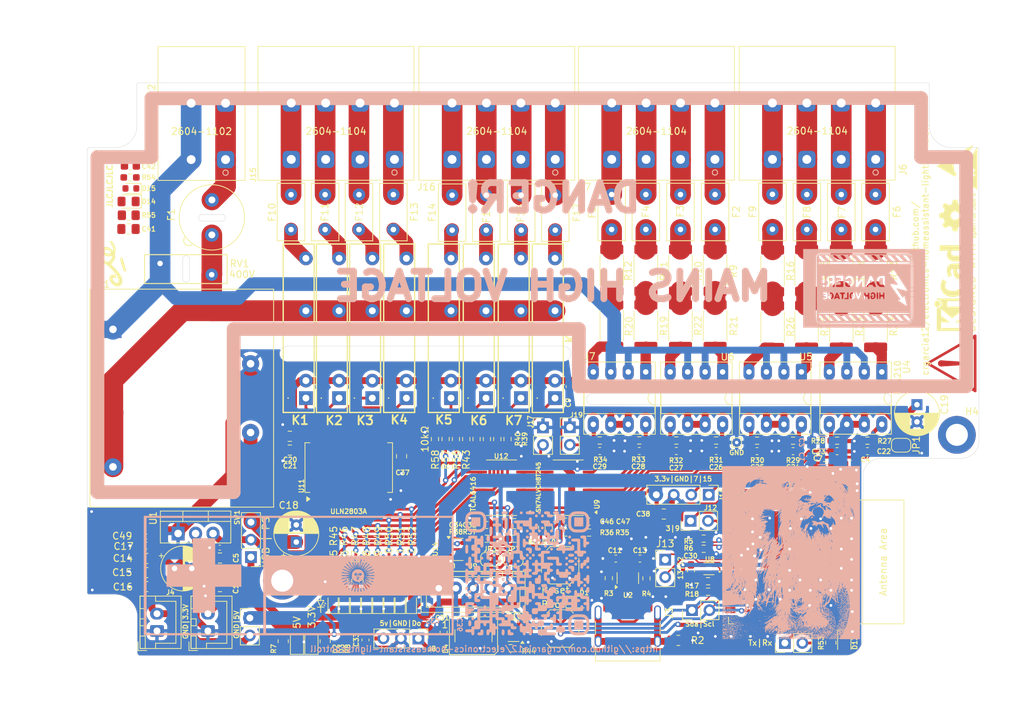
<source format=kicad_pcb>
(kicad_pcb (version 20241229) (generator "pcbnew") (generator_version "9.0")
  (title_block (title "Home Assistant module for lights control") (date "2024-11-14") (rev "20240908.25.8-2") (comment 1 "https://docs.rs-online.com/e49b/0900766b816e00ad.pdf") (comment 2 "https://media.distrelec.com/Web/Downloads/_t/ds/1862291_eng_tds.pdf") (comment 3 "case size: 62.8 (H) x 88.8 (W) x 138.8 (L)") (comment 4 "Board prepared for RS PRO Modular Enclosure for DIN rail 1862291"))
  (layers (0 "F.Cu" signal) (4 "In1.Cu" signal) (6 "In2.Cu" signal) (2 "B.Cu" signal) (13 "F.Paste" user) (15 "B.Paste" user) (5 "F.SilkS" user "F.Silkscreen") (7 "B.SilkS" user "B.Silkscreen") (1 "F.Mask" user) (3 "B.Mask" user) (25 "Edge.Cuts" user))
  (net 0 "")
  (net 1 "220VAC(L)")
  (net 2 "5V+")
  (net 3 "3.3V+")
  (net 4 "Net-(F1-Pad1)")
  (net 5 "Net-(F2-Pad1)")
  (net 6 "Net-(F3-Pad1)")
  (net 7 "Net-(F4-Pad1)")
  (net 8 "Net-(F5-Pad1)")
  (net 9 "Net-(J4-Pin_2)")
  (net 10 "220VAC(N)")
  (net 11 "EN")
  (net 12 "IO0")
  (net 13 "RXD0")
  (net 14 "TXD0")
  (net 15 "VBUS")
  (net 16 "GND")
  (net 17 "Net-(F2-Pad2)")
  (net 18 "Net-(F3-Pad2)")
  (net 19 "Net-(F4-Pad2)")
  (net 20 "Net-(F7-Pad1)")
  (net 21 "SDA")
  (net 22 "SCL")
  (net 23 "Net-(F8-Pad1)")
  (net 24 "Net-(F9-Pad1)")
  (net 25 "220VAC(N)-LowV")
  (net 26 "GPIO3")
  (net 27 "5V+_PS")
  (net 28 "Net-(F5-Pad2)")
  (net 29 "Net-(F6-Pad1)")
  (net 30 "Net-(D1-A)")
  (net 31 "Net-(D2-A)")
  (net 32 "Net-(D3-A)")
  (net 33 "Net-(D5-A)")
  (net 34 "Net-(D6-A)")
  (net 35 "Net-(D7-A)")
  (net 36 "GPIO9")
  (net 37 "Net-(D8-A)")
  (net 38 "Net-(D9-A)")
  (net 39 "Net-(D10-A)")
  (net 40 "Net-(D11-A)")
  (net 41 "Net-(D4-DIN)")
  (net 42 "Net-(D4-DOUT)")
  (net 43 "/ESP-D+")
  (net 44 "/ESP-D-")
  (net 45 "GPIO12")
  (net 46 "LED-GPIO")
  (net 47 "Net-(D13-A)")
  (net 48 "Net-(J3-D+-PadA6)")
  (net 49 "Net-(R15-Pad2)")
  (net 51 "Net-(R16-Pad2)")
  (net 52 "Net-(J3-CC1)")
  (net 53 "Net-(J3-SHIELD)")
  (net 54 "Net-(J3-CC2)")
  (net 56 "Net-(J3-D--PadA7)")
  (net 57 "Net-(U11-O1)")
  (net 58 "Net-(U11-O2)")
  (net 59 "Net-(U11-O3)")
  (net 60 "Net-(U11-O4)")
  (net 61 "GPIO13")
  (net 62 "Net-(U11-O5)")
  (net 63 "Net-(U11-O6)")
  (net 64 "Net-(U11-O7)")
  (net 65 "Net-(U11-O8)")
  (net 66 "Net-(R21-Pad1)")
  (net 67 "Net-(R10-Pad2)")
  (net 68 "Net-(R11-Pad2)")
  (net 69 "Net-(F10-Pad1)")
  (net 70 "Net-(F10-Pad2)")
  (net 71 "Net-(F11-Pad1)")
  (net 72 "Net-(F11-Pad2)")
  (net 73 "Net-(F12-Pad1)")
  (net 74 "Net-(F12-Pad2)")
  (net 75 "Net-(F13-Pad1)")
  (net 76 "Net-(F13-Pad2)")
  (net 77 "Net-(F14-Pad1)")
  (net 78 "Net-(F14-Pad2)")
  (net 79 "Net-(F15-Pad1)")
  (net 80 "Net-(F15-Pad2)")
  (net 81 "Net-(F16-Pad1)")
  (net 82 "Net-(F16-Pad2)")
  (net 83 "Net-(F17-Pad1)")
  (net 84 "Net-(F17-Pad2)")
  (net 85 "Net-(R12-Pad2)")
  (net 86 "Net-(R13-Pad2)")
  (net 87 "Net-(R14-Pad2)")
  (net 88 "Net-(R19-Pad2)")
  (net 89 "Net-(R20-Pad2)")
  (net 90 "Net-(R21-Pad2)")
  (net 91 "Net-(R22-Pad2)")
  (net 92 "Net-(R23-Pad2)")
  (net 93 "Net-(R24-Pad2)")
  (net 94 "Net-(R25-Pad2)")
  (net 95 "Net-(R26-Pad2)")
  (net 98 "RGBLED")
  (net 104 "GPIO7")
  (net 107 "Net-(F6-Pad2)")
  (net 108 "Net-(F7-Pad2)")
  (net 109 "Net-(F8-Pad2)")
  (net 110 "Net-(F9-Pad2)")
  (net 111 "Net-(D12-A)")
  (net 114 "GPIO15")
  (net 116 "Net-(JP1-B)")
  (net 126 "Net-(JP2-B)")
  (net 141 "Net-(U12-P04)")
  (net 142 "Net-(U12-P00)")
  (net 143 "Net-(U12-P05)")
  (net 144 "Net-(U12-P01)")
  (net 145 "Net-(U12-P06)")
  (net 146 "Net-(U12-P03)")
  (net 147 "Net-(U12-P02)")
  (net 148 "Net-(C11-Pad1)")
  (net 149 "Net-(C13-Pad1)")
  (net 150 "Net-(U9-A1)")
  (net 151 "Net-(U9-A2)")
  (net 152 "Net-(U9-A3)")
  (net 153 "Net-(U9-A4)")
  (net 154 "Net-(U9-A5)")
  (net 155 "Net-(U9-A6)")
  (net 156 "Net-(U9-A7)")
  (net 157 "Net-(U9-V_{CCA})")
  (net 158 "Net-(J19-Pin_2)")
  (net 159 "Net-(J17-Pin_2)")
  (net 161 "TCAL_INT")
  (net 162 "Net-(U11-I1)")
  (net 163 "Net-(U11-I2)")
  (net 164 "Net-(U11-I3)")
  (net 165 "Net-(U11-I4)")
  (net 166 "Net-(U11-I5)")
  (net 167 "Net-(U11-I8)")
  (net 168 "Net-(U11-I7)")
  (net 169 "Net-(U11-I6)")
  (net 170 "Net-(JP2-A)")
  (net 171 "OUT_ENABLE")
  (net 172 "Net-(JP3-A)")
  (footprint "Connector_PinHeader_2.54mm:PinHeader_1x02_P2.54mm_Vertical" (layer "F.Cu") (at 47.55 110.02)
    (property "Reference" "J5" (hide yes))
    (property "Value" "Conn_01x02_Pin" (hide yes))
    (pad "1" thru_hole rect (at 0 0) (size 1.7 1.7) (drill 1) (layers "*.Cu" "*.Mask") (net 3 "3.3V+"))
    (pad "2" thru_hole circle (at 0 2.54) (size 1.7 1.7) (drill 1) (layers "*.Cu" "*.Mask") (net 9 "Net-(J4-Pin_2)"))
  )
  (footprint "Resistor_SMD:R_2512_6332Metric_Pad1.40x3.35mm_HandSolder" (layer "F.Cu") (at 100.151 59.4615 -90)
    (property "Reference" "R12" (at 0.0788 -2.3982 90) (layer "F.SilkS"))
    (property "Value" "150kΩ1w" (hide yes))
    (pad "1" smd roundrect (at -3.05 0 270) (size 1.4 3.35) (layers "F.Cu" "F.Mask" "F.Paste") (roundrect_rratio 0.178571) (net 8 "Net-(F5-Pad1)"))
    (pad "2" smd roundrect (at 3.05 0 270) (size 1.4 3.35) (layers "F.Cu" "F.Mask" "F.Paste") (roundrect_rratio 0.178571) (net 85 "Net-(R12-Pad2)"))
  )
  (footprint "Resistor_SMD:R_2512_6332Metric_Pad1.40x3.35mm_HandSolder" (layer "F.Cu") (at 105.104 59.4615 -90)
    (property "Reference" "R11" (at 0.1015 -2.6174 90) (layer "F.SilkS"))
    (property "Value" "150kΩ1w" (hide yes))
    (pad "1" smd roundrect (at -3.05 0 270) (size 1.4 3.35) (layers "F.Cu" "F.Mask" "F.Paste") (roundrect_rratio 0.178571) (net 7 "Net-(F4-Pad1)"))
    (pad "2" smd roundrect (at 3.05 0 270) (size 1.4 3.35) (layers "F.Cu" "F.Mask" "F.Paste") (roundrect_rratio 0.178571) (net 68 "Net-(R11-Pad2)"))
  )
  (footprint "Varistor:RV_Disc_D12mm_W4.2mm_P7.5mm" (layer "F.Cu") (at 34.5024 58.46307)
    (property "Reference" "RV1" (hide yes))
    (property "Value" "400V" (at 11.8976 1.58693 0) (layer "F.SilkS"))
    (fp_text user "${REFERENCE}" (at 11.5476 0.03693 0) (layer "F.SilkS"))
    (pad "1" thru_hole circle (at 0 0) (size 1.8 1.8) (drill 0.8) (layers "*.Cu" "*.Mask") (net 10 "220VAC(N)"))
    (pad "2" thru_hole circle (at 7.5 1.63333) (size 1.8 1.8) (drill 0.8) (layers "*.Cu" "*.Mask") (net 1 "220VAC(L)"))
  )
  (footprint "Resistor_SMD:R_2512_6332Metric_Pad1.40x3.35mm_HandSolder" (layer "F.Cu") (at 105.104 67.5133 -90)
    (property "Reference" "R19" (at 0.0507 -2.6174 90) (layer "F.SilkS"))
    (property "Value" "150kΩ1w" (hide yes))
    (pad "1" smd roundrect (at -3.05 0 270) (size 1.4 3.35) (layers "F.Cu" "F.Mask" "F.Paste") (roundrect_rratio 0.178571) (net 68 "Net-(R11-Pad2)"))
    (pad "2" smd roundrect (at 3.05 0 270) (size 1.4 3.35) (layers "F.Cu" "F.Mask" "F.Paste") (roundrect_rratio 0.178571) (net 88 "Net-(R19-Pad2)"))
  )
  (footprint "Resistor_SMD:R_2512_6332Metric_Pad1.40x3.35mm_HandSolder" (layer "F.Cu") (at 100.151 67.5133 -90)
    (property "Reference" "R20" (at 0.0808 -2.5182 270) (layer "F.SilkS"))
    (property "Value" "150kΩ1w" (hide yes))
    (pad "1" smd roundrect (at -3.05 0 270) (size 1.4 3.35) (layers "F.Cu" "F.Mask" "F.Paste") (roundrect_rratio 0.178571) (net 85 "Net-(R12-Pad2)"))
    (pad "2" smd roundrect (at 3.05 0 270) (size 1.4 3.35) (layers "F.Cu" "F.Mask" "F.Paste") (roundrect_rratio 0.178571) (net 89 "Net-(R20-Pad2)"))
  )
  (footprint "LED_SMD:LED_0805_2012Metric_Pad1.15x1.40mm_HandSolder" (layer "F.Cu") (at 54.4 113.45 90)
    (property "Reference" "D2" (at -1.06 5.6 270) (layer "F.SilkS") (effects (font (size 0.7 0.7))))
    (property "Value" "5V" (at 2.775 0 90) (layer "F.SilkS"))
    (pad "1" smd roundrect (at -1.025 0 90) (size 1.15 1.4) (layers "F.Cu" "F.Mask" "F.Paste") (roundrect_rratio 0.217391) (net 16 "GND"))
    (pad "2" smd roundrect (at 1.025 0 90) (size 1.15 1.4) (layers "F.Cu" "F.Mask" "F.Paste") (roundrect_rratio 0.217391) (net 31 "Net-(D2-A)"))
  )
  (footprint "Resistor_SMD:R_0805_2012Metric_Pad1.20x1.40mm_HandSolder" (layer "F.Cu") (at 52.4 113.4 90)
    (property "Reference" "R7" (at -1.1 -1.4 270) (layer "F.SilkS") (effects (font (size 0.7 0.7))))
    (property "Value" "100Ω" (hide yes))
    (pad "1" smd roundrect (at -1 0 90) (size 1.2 1.4) (layers "F.Cu" "F.Mask" "F.Paste") (roundrect_rratio 0.208333) (net 31 "Net-(D2-A)"))
    (pad "2" smd roundrect (at 1 0 90) (size 1.2 1.4) (layers "F.Cu" "F.Mask" "F.Paste") (roundrect_rratio 0.208333) (net 2 "5V+"))
  )
  (footprint "Connector_JST:JST_XH_B2B-XH-A_1x02_P2.50mm_Vertical" (layer "F.Cu") (at 41.45 111.8997 90)
    (property "Reference" "J1" (at 5.6997 -0.8393 180) (layer "F.SilkS") (effects (font (size 0.7 0.7))))
    (property "Value" "GND|5V" (at 0.8997 4.1607 90) (layer "F.SilkS") (effects (font (size 0.7 0.7))))
    (pad "1" thru_hole roundrect (at 0 0 90) (size 1.7 2) (drill 1) (layers "*.Cu" "*.Mask") (roundrect_rratio 0.147059) (net 16 "GND"))
    (pad "2" thru_hole oval (at 2.5 0 90) (size 1.7 2) (drill 1) (layers "*.Cu" "*.Mask") (net 2 "5V+"))
  )
  (footprint "icons:che" (layer "F.Cu") (at 27.25 58.5 90)
    (property "Reference" "G10" (hide yes))
    (property "Value" "LOGO" (hide yes))
  )
  (footprint "Capacitor_SMD:C_0805_2012Metric_Pad1.18x1.45mm_HandSolder" (layer "F.Cu") (at 32.4827 101.3698 180)
    (property "Reference" "C14" (at 3.3827 0.0254 180) (layer "F.SilkS"))
    (property "Value" "100nF")
    (pad "1" smd roundrect (at -1.0375 0 180) (size 1.175 1.45) (layers "F.Cu" "F.Mask" "F.Paste") (roundrect_rratio 0.212766) (net 9 "Net-(J4-Pin_2)"))
    (pad "2" smd roundrect (at 1.0375 0 180) (size 1.175 1.45) (layers "F.Cu" "F.Mask" "F.Paste") (roundrect_rratio 0.212766) (net 16 "GND"))
  )
  (footprint "Capacitor_SMD:C_0805_2012Metric_Pad1.18x1.45mm_HandSolder" (layer "F.Cu") (at 43.2 103.4 180)
    (property "Reference" "C8" (at -2.3375 -0.0381 90) (layer "F.SilkS") (effects (font (size 0.7 0.7))))
    (property "Value" "22uF")
    (pad "1" smd roundrect (at -1.0375 0 180) (size 1.175 1.45) (layers "F.Cu" "F.Mask" "F.Paste") (roundrect_rratio 0.212766) (net 2 "5V+"))
    (pad "2" smd roundrect (at 1.0375 0 180) (size 1.175 1.45) (layers "F.Cu" "F.Mask" "F.Paste") (roundrect_rratio 0.212766) (net 16 "GND"))
  )
  (footprint "rac05-05sk:277" (layer "F.Cu") (at 37.656 78.0466)
    (property "Reference" "PS1" (at -11.8821 -16.575 180) (layer "F.SilkS"))
    (property "Value" "RAC05-05SK/277")
    (pad "1" thru_hole rect (at -10 -10) (size 2.5 2.5) (drill 1.1) (layers "*.Cu" "*.Mask") (net 10 "220VAC(N)"))
    (pad "5" thru_hole circle (at -10 10) (size 2.5 2.5) (drill 1.1) (layers "*.Cu" "*.Mask") (net 1 "220VAC(L)"))
    (pad "7" thru_hole circle (at 10 5) (size 2.5 2.5) (drill 1.1) (layers "*.Cu" "*.Mask") (net 27 "5V+_PS"))
    (pad "9" thru_hole circle (at 10 -5) (size 2.5 2.5) (drill 1.1) (layers "*.Cu" "*.Mask") (net 16 "GND"))
  )
  (footprint "Package_TO_SOT_THT:TO-220-3_Vertical" (layer "F.Cu") (at 37.1187 97.7392)
    (property "Reference" "U1" (at -3.6187 -2.2392 90) (layer "F.SilkS"))
    (property "Value" "LD1117AV33")
    (pad "1" thru_hole rect (at 0 0) (size 1.905 2) (drill 1.1) (layers "*.Cu" "*.Mask") (net 16 "GND"))
    (pad "2" thru_hole oval (at 2.54 0) (size 1.905 2) (drill 1.1) (layers "*.Cu" "*.Mask") (net 9 "Net-(J4-Pin_2)"))
    (pad "3" thru_hole oval (at 5.08 0) (size 1.905 2) (drill 1.1) (layers "*.Cu" "*.Mask") (net 2 "5V+"))
  )
  (footprint "wago-2604-1104:big_pads_2604-1104" (layer "F.Cu") (at 68.5678 43.3324 180)
    (property "Reference" "J15" (at 20.5364 -2.2352 270) (layer "F.SilkS") (effects (font (size 0.8 0.8))))
    (property "Value" "2604-1104" (at 8.499998 4.099999 0) (layer "F.SilkS"))
    (fp_text user "*" (at 0 0 0) (layer "F.SilkS"))
    (pad "1" thru_hole roundrect (at 0 0 180) (size 2.5 2.5) (drill 1.2954) (layers "*.Cu" "*.Mask") (net 76 "Net-(F13-Pad2)"))
    (pad "2" thru_hole roundrect (at 0 8.199999 180) (size 2.5 2.5) (drill 1.2954) (layers "*.Cu" "*.Mask") (net 76 "Net-(F13-Pad2)"))
    (pad "3" thru_hole roundrect (at 5 0 180) (size 2.5 2.5) (drill 1.2954) (layers "*.Cu" "*.Mask") (net 74 "Net-(F12-Pad2)"))
    (pad "4" thru_hole roundrect (at 5 8.199999 180) (size 2.5 2.5) (drill 1.2954) (layers "*.Cu" "*.Mask") (net 74 "Net-(F12-Pad2)"))
    (pad "5" thru_hole roundrect (at 10 0 180) (size 2.5 2.5) (drill 1.2954) (layers "*.Cu" "*.Mask") (net 72 "Net-(F11-Pad2)"))
    (pad "6" thru_hole roundrect (at 10 8.199999 180) (size 2.5 2.5) (drill 1.2954) (layers "*.Cu" "*.Mask") (net 72 "Net-(F11-Pad2)"))
    (pad "7" thru_hole roundrect (at 15 0 180) (size 2.5 2.5) (drill 1.2954) (layers "*.Cu" "*.Mask") (net 70 "Net-(F10-Pad2)"))
    (pad "8" thru_hole roundrect (at 15 8.199999 180) (size 2.5 2.5) (drill 1.2954) (layers "*.Cu" "*.Mask") (net 70 "Net-(F10-Pad2)"))
  )
  (footprint "wago-2604-1102:big_pads_2604-1102" (layer "F.Cu") (at 44.02 43.355999 180)
    (property "Reference" "J2" (at 10.72 10.155999 90) (layer "F.SilkS"))
    (property "Value" "2604-1102" (at 3.499998 4.099999 0) (layer "F.SilkS"))
    (fp_text user "*" (at 0 0 0) (layer "F.SilkS"))
    (pad "1" thru_hole roundrect (at 0 0 180) (size 2.5 2.5) (drill 1.2954) (layers "*.Cu" "*.Mask") (net 4 "Net-(F1-Pad1)"))
    (pad "2" thru_hole roundrect (at 0 8.199999 180) (size 2.5 2.5) (drill 1.2954) (layers "*.Cu" "*.Mask") (net 4 "Net-(F1-Pad1)"))
    (pad "3" thru_hole roundrect (at 5 0 180) (size 2.5 2.5) (drill 1.2954) (layers "*.Cu" "*.Mask") (net 10 "220VAC(N)"))
    (pad "4" thru_hole roundrect (at 5 8.199999 180) (size 2.5 2.5) (drill 1.2954) (layers "*.Cu" "*.Mask") (net 10 "220VAC(N)"))
  )
  (footprint "wago-2604-1104:big_pads_2604-1104" (layer "F.Cu") (at 115.14 43.328199 180)
    (property "Reference" "J7" (at 18.8486 -4.017401 180) (layer "F.SilkS"))
    (property "Value" "2604-1104" (at 8.499998 4.099999 0) (layer "F.SilkS"))
    (fp_text user "*" (at 0 0 0) (layer "F.SilkS"))
    (pad "1" thru_hole roundrect (at 0 0 180) (size 2.5 2.5) (drill 1.2954) (layers "*.Cu" "*.Mask") (net 17 "Net-(F2-Pad2)"))
    (pad "2" thru_hole roundrect (at 0 8.199999 180) (size 2.5 2.5) (drill 1.2954) (layers "*.Cu" "*.Mask") (net 17 "Net-(F2-Pad2)"))
    (pad "3" thru_hole roundrect (at 5 0 180) (size 2.5 2.5) (drill 1.2954) (layers "*.Cu" "*.Mask") (net 18 "Net-(F3-Pad2)"))
    (pad "4" thru_hole roundrect (at 5 8.199999 180) (size 2.5 2.5) (drill 1.2954) (layers "*.Cu" "*.Mask") (net 18 "Net-(F3-Pad2)"))
    (pad "5" thru_hole roundrect (at 10 0 180) (size 2.5 2.5) (drill 1.2954) (layers "*.Cu" "*.Mask") (net 19 "Net-(F4-Pad2)"))
    (pad "6" thru_hole roundrect (at 10 8.199999 180) (size 2.5 2.5) (drill 1.2954) (layers "*.Cu" "*.Mask") (net 19 "Net-(F4-Pad2)"))
    (pad "7" thru_hole roundrect (at 15 0 180) (size 2.5 2.5) (drill 1.2954) (layers "*.Cu" "*.Mask") (net 28 "Net-(F5-Pad2)"))
    (pad "8" thru_hole roundrect (at 15 8.199999 180) (size 2.5 2.5) (drill 1.2954) (layers "*.Cu" "*.Mask") (net 28 "Net-(F5-Pad2)"))
  )
  (footprint "Fuse:Fuseholder_TR5_Littelfuse_No560_No460" (layer "F.Cu") (at 42.037 49.2252 -90)
    (property "Reference" "F1" (at 2.17 5.9 270) (layer "F.SilkS"))
    (property "Value" "250V500mA")
    (pad "1" thru_hole circle (at 0 0 270) (size 2 2) (drill 1) (layers "*.Cu" "*.Mask") (net 4 "Net-(F1-Pad1)"))
    (pad "2" thru_hole circle (at 5.08 0.01 270) (size 2 2) (drill 1) (layers "*.Cu" "*.Mask") (net 1 "220VAC(L)"))
  )
  (footprint "Package_DIP:DIP-8_W7.62mm_Socket_LongPads" (layer "F.Cu") (at 139.389178 74.236118 -90)
    (property "Reference" "U4" (at -0.736118 -3.610822 90) (layer "F.SilkS"))
    (property "Value" "LDA210")
    (pad "1" thru_hole roundrect (at 0 0 270) (size 2.4 1.6) (drill 0.8) (layers "*.Cu" "*.Mask") (roundrect_rratio 0.15625) (net 92 "Net-(R23-Pad2)"))
    (pad "2" thru_hole oval (at 0 2.54 270) (size 2.4 1.6) (drill 0.8) (layers "*.Cu" "*.Mask") (net 25 "220VAC(N)-LowV"))
    (pad "3" thru_hole oval (at 0 5.08 270) (size 2.4 1.6) (drill 0.8) (layers "*.Cu" "*.Mask") (net 25 "220VAC(N)-LowV"))
    (pad "4" thru_hole oval (at 0 7.62 270) (size 2.4 1.6) (drill 0.8) (layers "*.Cu" "*.Mask") (net 93 "Net-(R24-Pad2)"))
    (pad "5" thru_hole oval (at 7.62 7.62 270) (size 2.4 1.6) (drill 0.8) (layers "*.Cu" "*.Mask") (net 151 "Net-(U9-A2)"))
    (pad "6" thru_hole oval (at 7.62 5.08 270) (size 2.4 1.6) (drill 0.8) (layers "*.Cu" "*.Mask") (net 3 "3.3V+"))
    (pad "7" thru_hole oval (at 7.62 2.54 270) (size 2.4 1.6) (drill 0.8) (layers "*.Cu" "*.Mask") (net 3 "3.3V+"))
    (pad "8" thru_hole oval (at 7.62 0 270) (size 2.4 1.6) (drill 0.8) (layers "*.Cu" "*.Mask") (net 150 "Net-(U9-A1)"))
  )
  (footprint "Resistor_SMD:R_2512_6332Metric_Pad1.40x3.35mm_HandSolder" (layer "F.Cu") (at 115.1624 67.5133 -90)
    (property "Reference" "R21" (at 0.0234 -2.7178 90) (layer "F.SilkS"))
    (property "Value" "150kΩ1w" (hide yes))
    (pad "1" smd roundrect (at -3.05 0 270) (size 1.4 3.35) (layers "F.Cu" "F.Mask" "F.Paste") (roundrect_rratio 0.178571) (net 66 "Net-(R21-Pad1)"))
    (pad "2" smd roundrect (at 3.05 0 270) (size 1.4 3.35) (layers "F.Cu" "F.Mask" "F.Paste") (roundrect_rratio 0.178571) (net 90 "Net-(R21-Pad2)"))
  )
  (footprint "Resistor_SMD:R_2512_6332Metric_Pad1.40x3.35mm_HandSolder" (layer "F.Cu") (at 110.1332 59.4615 -90)
    (property "Reference" "R10" (at 0.1015 -2.592 90) (layer "F.SilkS"))
    (property "Value" "150kΩ1w" (hide yes))
    (pad "1" smd roundrect (at -3.05 0 270) (size 1.4 3.35) (layers "F.Cu" "F.Mask" "F.Paste") (roundrect_rratio 0.178571) (net 6 "Net-(F3-Pad1)"))
    (pad "2" smd roundrect (at 3.05 0 270) (size 1.4 3.35) (layers "F.Cu" "F.Mask" "F.Paste") (roundrect_rratio 0.178571) (net 67 "Net-(R10-Pad2)"))
  )
  (footprint "Resistor_SMD:R_2512_6332Metric_Pad1.40x3.35mm_HandSolder" (layer "F.Cu") (at 115.1624 59.4615 -90)
    (property "Reference" "R9" (at 0.132 -2.6676 90) (layer "F.SilkS"))
    (property "Value" "150kΩ1w" (hide yes))
    (pad "1" smd roundrect (at -3.05 0 270) (size 1.4 3.35) (layers "F.Cu" "F.Mask" "F.Paste") (roundrect_rratio 0.178571) (net 5 "Net-(F2-Pad1)"))
    (pad "2" smd roundrect (at 3.05 0 270) (size 1.4 3.35) (layers "F.Cu" "F.Mask" "F.Paste") (roundrect_rratio 0.178571) (net 66 "Net-(R21-Pad1)"))
  )
  (footprint "Package_DIP:DIP-8_W7.62mm_Socket_LongPads" (layer "F.Cu") (at 105.0813 74.2396 -90)
    (property "Reference" "U7" (at -2.256 8.2941 0) (layer "F.SilkS"))
    (property "Value" "LDA210" (at 0.8104 -36.6187 90) (layer "F.SilkS") (effects (font (size 0.9 0.9))))
    (pad "1" thru_hole roundrect (at 0 0 270) (size 2.4 1.6) (drill 0.8) (layers "*.Cu" "*.Mask") (roundrect_rratio 0.15625) (net 88 "Net-(R19-Pad2)"))
    (pad "2" thru_hole oval (at 0 2.54 270) (size 2.4 1.6) (drill 0.8) (layers "*.Cu" "*.Mask") (net 25 "220VAC(N)-LowV"))
    (pad "3" thru_hole oval (at 0 5.08 270) (size 2.4 1.6) (drill 0.8) (layers "*.Cu" "*.Mask") (net 25 "220VAC(N)-LowV"))
    (pad "4" thru_hole oval (at 0 7.62 270) (size 2.4 1.6) (drill 0.8) (layers "*.Cu" "*.Mask") (net 89 "Net-(R20-Pad2)"))
    (pad "5" thru_hole oval (at 7.62 7.62 270) (size 2.4 1.6) (drill 0.8) (layers "*.Cu" "*.Mask") (net 158 "Net-(J19-Pin_2)"))
    (pad "6" thru_hole oval (at 7.62 5.08 270) (size 2.4 1.6) (drill 0.8) (layers "*.Cu" "*.Mask") (net 3 "3.3V+"))
    (pad "7" thru_hole oval (at 7.62 2.54 270) (size 2.4 1.6) (drill 0.8) (layers "*.Cu" "*.Mask") (net 3 "3.3V+"))
    (pad "8" thru_hole oval (at 7.62 0 270) (size 2.4 1.6) (drill 0.8) (layers "*.Cu" "*.Mask") (net 156 "Net-(U9-A7)"))
  )
  (footprint "Package_DIP:DIP-8_W7.62mm_Socket_LongPads" (layer "F.Cu") (at 116.2573 74.2396 -90)
    (property "Reference" "U6" (at -2.1798 -0.7229 0) (layer "F.SilkS"))
    (property "Value" "LDA210" (hide yes))
    (pad "1" thru_hole roundrect (at 0 0 270) (size 2.4 1.6) (drill 0.8) (layers "*.Cu" "*.Mask") (roundrect_rratio 0.15625) (net 90 "Net-(R21-Pad2)"))
    (pad "2" thru_hole oval (at 0 2.54 270) (size 2.4 1.6) (drill 0.8) (layers "*.Cu" "*.Mask") (net 25 "220VAC(N)-LowV"))
    (pad "3" thru_hole oval (at 0 5.08 270) (size 2.4 1.6) (drill 0.8) (layers "*.Cu" "*.Mask") (net 25 "220VAC(N)-LowV"))
    (pad "4" thru_hole oval (at 0 7.62 270) (size 2.4 1.6) (drill 0.8) (layers "*.Cu" "*.Mask") (net 91 "Net-(R22-Pad2)"))
    (pad "5" thru_hole oval (at 7.62 7.62 270) (size 2.4 1.6) (drill 0.8) (layers "*.Cu" "*.Mask") (net 155 "Net-(U9-A6)"))
    (pad "6" thru_hole oval (at 7.62 5.08 270) (size 2.4 1.6) (drill 0.8) (layers "*.Cu" "*.Mask") (net 3 "3.3V+"))
    (pad "7" thru_hole oval (at 7.62 2.54 270) (size 2.4 1.6) (drill 0.8) (layers "*.Cu" "*.Mask") (net 3 "3.3V+"))
    (pad "8" thru_hole oval (at 7.62 0 270) (size 2.4 1.6) (drill 0.8) (layers "*.Cu" "*.Mask") (net 154 "Net-(U9-A5)"))
  )
  (footprint "Resistor_SMD:R_2512_6332Metric_Pad1.40x3.35mm_HandSolder" (layer "F.Cu") (at 110.1332 67.5133 -90)
    (property "Reference" "R22" (at -0.0001 -2.5666 90) (layer "F.SilkS"))
    (property "Value" "150kΩ1w" (hide yes))
    (pad "1" smd roundrect (at -3.05 0 270) (size 1.4 3.35) (layers "F.Cu" "F.Mask" "F.Paste") (roundrect_rratio 0.178571) (net 67 "Net-(R10-Pad2)"))
    (pad "2" smd roundrect (at 3.05 0 270) (size 1.4 3.35) (layers "F.Cu" "F.Mask" "F.Paste") (roundrect_rratio 0.178571) (net 91 "Net-(R22-Pad2)"))
  )
  (footprint "Resistor_SMD:R_0603_1608Metric_Pad0.98x0.95mm_HandSolder" (layer "F.Cu") (at 131.376902 89.787199)
    (property "Reference" "R1" (at -4.876902 0.612801 180) (layer "F.SilkS") (effects (font (size 0.7 0.7))))
    (property "Value" "10kΩ" (hide yes))
    (pad "1" smd roundrect (at -0.9125 0) (size 0.975 0.95) (layers "F.Cu" "F.Mask" "F.Paste") (net 11 "EN"))
    (pad "2" smd roundrect (at 0.9125 0) (size 0.975 0.95) (layers "F.Cu" "F.Mask" "F.Paste") (net 3 "3.3V+"))
  )
  (footprint "Capacitor_SMD:C_0603_1608Metric_Pad1.08x0.95mm_HandSolder" (layer "F.Cu") (at 131.364402 91.311199 180)
    (property "Reference" "C3" (at 4.864402 -0.088801 180) (layer "F.SilkS") (effects (font (size 0.7 0.7) (thickness 0.15) (bold yes))))
    (property "Value" "100nF" (hide yes))
    (pad "1" smd roundrect (at -0.8625 0 180) (size 1.075 0.95) (layers "F.Cu" "F.Mask" "F.Paste") (net 11 "EN"))
    (pad "2" smd roundrect (at 0.8625 0 180) (size 1.075 0.95) (layers "F.Cu" "F.Mask" "F.Paste") (net 16 "GND"))
  )
  (footprint "Connector_JST:JST_XH_B2B-XH-A_1x02_P2.50mm_Vertical" (layer "F.Cu") (at 34.05 111.8997 90)
    (property "Reference" "J4" (at 5.5997 1.95 180) (layer "F.SilkS") (effects (font (size 0.7 0.7))))
    (property "Value" "GND|3.3V" (at 1.3497 4.15 270) (layer "F.SilkS") (effects (font (size 0.7 0.7))))
    (pad "1" thru_hole roundrect (at 0 0 90) (size 1.7 2) (drill 1) (layers "*.Cu" "*.Mask") (roundrect_rratio 0.147059) (net 16 "GND"))
    (pad "2" thru_hole oval (at 2.5 0 90) (size 1.7 2) (drill 1) (layers "*.Cu" "*.Mask") (net 9 "Net-(J4-Pin_2)"))
  )
  (footprint "hamodule_SW_SPST_SKQG_WithStem:SW_SPST_SKQG_WithStem" (layer "F.Cu") (at 92.647 102.35)
    (property "Reference" "SW2" (hide yes))
    (property "Value" "Reset" (at -0.697 3.6 0) (layer "F.SilkS"))
    (pad "1" smd rect (at -3.1 -1.85) (size 1.8 1.1) (layers "F.Cu" "F.Mask" "F.Paste") (net 11 "EN"))
    (pad "1" smd rect (at 3.1 -1.85) (size 1.8 1.1) (layers "F.Cu" "F.Mask" "F.Paste") (net 11 "EN"))
    (pad "2" smd rect (at -3.1 1.85) (size 1.8 1.1) (layers "F.Cu" "F.Mask" "F.Paste") (net 16 "GND"))
    (pad "2" smd rect (at 3.1 1.85) (size 1.8 1.1) (layers "F.Cu" "F.Mask" "F.Paste") (net 16 "GND"))
    (zone (net 0) (net_name "") (layer "F.Cu") (connect_pads (clearance 0)) (min_thickness 0.254)
      (keepout (tracks not_allowed) (vias not_allowed) (pads not_allowed) (copperpour not_allowed) (footprints not_allowed))
      (fill (thermal_gap 0.508) (thermal_bridge_width 0.508))
      (polygon (pts (xy 88.647 101.05) (xy 91.647 101.05) (xy 91.647 103.65) (xy 88.647 103.65)))
    )
    (zone (net 0) (net_name "") (layer "F.Cu") (connect_pads (clearance 0)) (min_thickness 0.254)
      (keepout (tracks not_allowed) (vias not_allowed) (pads not_allowed) (copperpour not_allowed) (footprints not_allowed))
      (fill (thermal_gap 0.508) (thermal_bridge_width 0.508))
      (polygon (pts (xy 93.647 101.05) (xy 96.647 101.05) (xy 96.647 103.65) (xy 93.647 103.65)))
    )
  )
  (footprint "hamodule_SW_SPST_SKQG_WithStem:SW_SPST_SKQG_WithStem" (layer "F.Cu") (at 92.6458 111.5526)
    (property "Reference" "SW3" (hide yes))
    (property "Value" "Boot" (at -1.0458 -3.5026 0) (layer "F.SilkS"))
    (pad "1" smd rect (at -3.1 -1.85) (size 1.8 1.1) (layers "F.Cu" "F.Mask" "F.Paste") (net 12 "IO0"))
    (pad "1" smd rect (at 3.1 -1.85) (size 1.8 1.1) (layers "F.Cu" "F.Mask" "F.Paste") (net 12 "IO0"))
    (pad "2" smd rect (at -3.1 1.85) (size 1.8 1.1) (layers "F.Cu" "F.Mask" "F.Paste") (net 16 "GND"))
    (pad "2" smd rect (at 3.1 1.85) (size 1.8 1.1) (layers "F.Cu" "F.Mask" "F.Paste") (net 16 "GND"))
    (zone (net 0) (net_name "") (layer "F.Cu") (connect_pads (clearance 0)) (min_thickness 0.254)
      (keepout (tracks not_allowed) (vias not_allowed) (pads not_allowed) (copperpour not_allowed) (footprints not_allowed))
      (fill (thermal_gap 0.508) (thermal_bridge_width 0.508))
      (polygon (pts (xy 88.6458 110.2526) (xy 91.6458 110.2526) (xy 91.6458 112.8526) (xy 88.6458 112.8526)))
    )
    (zone (net 0) (net_name "") (layer "F.Cu") (connect_pads (clearance 0)) (min_thickness 0.254)
      (keepout (tracks not_allowed) (vias not_allowed) (pads not_allowed) (copperpour not_allowed) (footprints not_allowed))
      (fill (thermal_gap 0.508) (thermal_bridge_width 0.508))
      (polygon (pts (xy 93.6458 110.2526) (xy 96.6458 110.2526) (xy 96.6458 112.8526) (xy 93.6458 112.8526)))
    )
  )
  (footprint "Connector_PinHeader_2.54mm:PinHeader_1x02_P2.54mm_Vertical" (layer "F.Cu") (at 125.305402 113.659699 90)
    (property "Reference" "J10" (hide yes))
    (property "Value" "Tx|Rx" (at 0.020099 -3.588602 180) (layer "F.SilkS") (effects (font (size 0.8 0.8))))
    (pad "1" thru_hole rect (at 0 0 90) (size 1.7 1.7) (drill 1) (layers "*.Cu" "*.Mask") (net 13 "RXD0"))
    (pad "2" thru_hole circle (at 0 2.54 90) (size 1.7 1.7) (drill 1) (layers "*.Cu" "*.Mask") (net 14 "TXD0"))
  )
  (footprint "Capacitor_SMD:C_0603_1608Metric_Pad1.08x0.95mm_HandSolder" (layer "F.Cu") (at 134.8375 89.2)
    (property "Reference" "C6" (at -5.8375 0.3 180) (layer "F.SilkS") (effects (font (size 0.7 0.7))))
    (property "Value" "100nF" (hide yes))
    (pad "1" smd roundrect (at -0.8625 0) (size 1.075 0.95) (layers "F.Cu" "F.Mask" "F.Paste") (net 3 "3.3V+"))
    (pad "2" smd roundrect (at 0.8625 0) (size 1.075 0.95) (layers "F.Cu" "F.Mask" "F.Paste") (net 16 "GND"))
  )
  (footprint "Capacitor_SMD:C_0603_1608Metric_Pad1.08x0.95mm_HandSolder" (layer "F.Cu") (at 111.655402 103.169699 -90)
    (property "Reference" "C30" (at -2.18 0.06 0) (layer "F.SilkS") (effects (font (size 0.7 0.7))))
    (property "Value" "100nF" (hide yes))
    (pad "1" smd roundrect (at -0.8625 0 270) (size 1.075 0.95) (layers "F.Cu" "F.Mask" "F.Paste") (net 3 "3.3V+"))
    (pad "2" smd roundrect (at 0.8625 0 270) (size 1.075 0.95) (layers "F.Cu" "F.Mask" "F.Paste") (net 16 "GND"))
  )
  (footprint "Connector_PinHeader_2.54mm:PinHeader_1x02_P2.54mm_Vertical" (layer "F.Cu") (at 94.05 82.3)
    (property "Reference" "J19" (at 0.95 -1.8 180) (layer "F.SilkS") (effects (font (size 0.7 0.7))))
    (property "Value" "TestPoint" (hide yes))
    (pad "1" thru_hole rect (at 0 0) (size 1.7 1.7) (drill 1) (layers "*.Cu" "*.Mask") (net 16 "GND"))
    (pad "2" thru_hole circle (at 0 2.54) (size 1.7 1.7) (drill 1) (layers "*.Cu" "*.Mask") (net 158 "Net-(J19-Pin_2)"))
  )
  (footprint "Resistor_SMD:R_0603_1608Metric_Pad0.98x0.95mm_HandSolder" (layer "F.Cu") (at 90.9875 96.9375 -90)
    (property "Reference" "R60" (at 2.0625 -0.0125 180) (layer "F.SilkS") (effects (font (size 0.7 0.7))))
    (property "Value" "10kΩ")
    (pad "1" smd roundrect (at -0.9125 0 270) (size 0.975 0.95) (layers "F.Cu" "F.Mask" "F.Paste") (net 170 "Net-(JP2-A)"))
    (pad "2" smd roundrect (at 0.9125 0 270) (size 0.975 0.95) (layers "F.Cu" "F.Mask" "F.Paste") (net 16 "GND"))
  )
  (footprint "Capacitor_SMD:C_0603_1608Metric_Pad1.08x0.95mm_HandSolder" (layer "F.Cu") (at 100.7375 101.389699 180)
    (property "Reference" "C11" (at 0.135402 1.189699 180) (layer "F.SilkS") (effects (font (size 0.7 0.7))))
    (property "Value" "20p")
    (pad "1" smd roundrect (at -0.8625 0 180) (size 1.075 0.95) (layers "F.Cu" "F.Mask" "F.Paste") (net 148 "Net-(C11-Pad1)"))
    (pad "2" smd roundrect (at 0.8625 0 180) (size 1.075 0.95) (layers "F.Cu" "F.Mask" "F.Paste") (net 16 "GND"))
  )
  (footprint "LED_SMD:LED_0805_2012Metric_Pad1.15x1.40mm_HandSolder" (layer "F.Cu") (at 56.5 113.45 90)
    (property "Reference" "D3" (at -1.05 4.39 270) (layer "F.SilkS") (effects (font (size 0.7 0.7))))
    (property "Value" "3.3V" (at 3.57 0.048209 90) (layer "F.SilkS"))
    (pad "1" smd roundrect (at -1.025 0 90) (size 1.15 1.4) (layers "F.Cu" "F.Mask" "F.Paste") (roundrect_rratio 0.217391) (net 16 "GND"))
    (pad "2" smd roundrect (at 1.025 0 90) (size 1.15 1.4) (layers "F.Cu" "F.Mask" "F.Paste") (roundrect_rratio 0.217391) (net 32 "Net-(D3-A)"))
  )
  (footprint "Package_SO:SOP-18_7x12.5mm_P1.27mm" (layer "F.Cu") (at 61.92 88.15 90)
    (property "Reference" "U11" (at -2.675 -6.87 90) (layer "F.SilkS") (effects (font (size 0.7 0.7))))
    (property "Value" "ULN2803A" (at -6.375 -0.02 180) (layer "F.SilkS") (effects (font (size 0.7 0.7))))
    (pad "1" smd roundrect (at -4.775 -5.08 90) (size 1.75 0.6) (layers "F.Cu" "F.Mask" "F.Paste") (net 162 "Net-(U11-I1)"))
    (pad "2" smd roundrect (at -4.775 -3.81 90) (size 1.75 0.6) (layers "F.Cu" "F.Mask" "F.Paste") (net 163 "Net-(U11-I2)"))
    (pad "3" smd roundrect (at -4.775 -2.54 90) (size 1.75 0.6) (layers "F.Cu" "F.Mask" "F.Paste") (net 164 "Net-(U11-I3)"))
    (pad "4" smd roundrect (at -4.775 -1.27 90) (size 1.75 0.6) (layers "F.Cu" "F.Mask" "F.Paste") (net 165 "Net-(U11-I4)"))
    (pad "5" smd roundrect (at -4.775 0 90) (size 1.75 0.6) (layers "F.Cu" "F.Mask" "F.Paste") (net 166 "Net-(U11-I5)"))
    (pad "6" smd roundrect (at -4.775 1.27 90) (size 1.75 0.6) (layers "F.Cu" "F.Mask" "F.Paste") (net 169 "Net-(U11-I6)"))
    (pad "7" smd roundrect (at -4.775 2.54 90) (size 1.75 0.6) (layers "F.Cu" "F.Mask" "F.Paste") (net 168 "Net-(U11-I7)"))
    (pad "8" smd roundrect (at -4.775 3.81 90) (size 1.75 0.6) (layers "F.Cu" "F.Mask" "F.Paste") (net 167 "Net-(U11-I8)"))
    (pad "9" smd roundrect (at -4.775 5.08 90) (size 1.75 0.6) (layers "F.Cu" "F.Mask" "F.Paste") (net 16 "GND"))
    (pad "10" smd roundrect (at 4.775 5.08 90) (size 1.75 0.6) (layers "F.Cu" "F.Mask" "F.Paste") (net 2 "5V+"))
    (pad "11" smd roundrect (at 4.775 3.81 90) (size 1.75 0.6) (layers "F.Cu" "F.Mask" "F.Paste") (net 65 "Net-(U11-O8)"))
    (pad "12" smd roundrect (at 4.775 2.54 90) (size 1.75 0.6) (layers "F.Cu" "F.Mask" "F.Paste") (net 64 "Net-(U11-O7)"))
    (pad "13" smd roundrect (at 4.775 1.27 90) (size 1.75 0.6) (layers "F.Cu" "F.Mask" "F.Paste") (net 63 "Net-(U11-O6)"))
    (pad "14" smd roundrect (at 4.775 0 90) (size 1.75 0.6) (layers "F.Cu" "F.Mask" "F.Paste") (net 62 "Net-(U11-O5)"))
    (pad "15" smd roundrect (at 4.775 -1.27 90) (size 1.75 0.6) (layers "F.Cu" "F.Mask" "F.Paste") (net 60 "Net-(U11-O4)"))
    (pad "16" smd roundrect (at 4.775 -2.54 90) (size 1.75 0.6) (layers "F.Cu" "F.Mask" "F.Paste") (net 59 "Net-(U11-O3)"))
    (pad "17" smd roundrect (at 4.775 -3.81 90) (size 1.75 0.6) (layers "F.Cu" "F.Mask" "F.Paste") (net 58 "Net-(U11-O2)"))
    (pad "18" smd roundrect (at 4.775 -5.08 90) (size 1.75 0.6) (layers "F.Cu" "F.Mask" "F.Paste") (net 57 "Net-(U11-O1)"))
  )
  (footprint "Capacitor_THT:CP_Radial_D6.3mm_P2.50mm" (layer "F.Cu") (at 144.5 79 -90)
    (property "Reference" "C19" (at 0 -4 270) (layer "F.SilkS"))
    (property "Value" "10uF")
    (pad "1" thru_hole rect (at 0 0 270) (size 1.6 1.6) (drill 0.8) (layers "*.Cu" "*.Mask") (net 116 "Net-(JP1-B)"))
    (pad "2" thru_hole circle (at 2.5 0 270) (size 1.6 1.6) (drill 0.8) (layers "*.Cu" "*.Mask") (net 16 "GND"))
  )
  (footprint "Connector_PinHeader_2.54mm:PinHeader_1x04_P2.54mm_Vertical" (layer "F.Cu") (at 114.24 92.1 -90)
    (property "Reference" "J14" (at 0 -1.96 90) (layer "F.SilkS") (effects (font (size 0.7 0.7))))
    (property "Value" "3.3v|GND|7|15" (at -2.3 3.7084 0) (layer "F.SilkS") (effects (font (size 0.7 0.7))))
    (pad "1" thru_hole rect (at 0 0 270) (size 1.7 1.7) (drill 1) (layers "*.Cu" "*.Mask") (net 114 "GPIO15"))
    (pad "2" thru_hole circle (at 0 2.54 270) (size 1.7 1.7) (drill 1) (layers "*.Cu" "*.Mask") (net 104 "GPIO7"))
    (pad "3" thru_hole circle (at 0 5.08 270) (size 1.7 1.7) (drill 1) (layers "*.Cu" "*.Mask") (net 16 "GND"))
    (pad "4" thru_hole circle (at 0 7.62 270) (size 1.7 1.7) (drill 1) (layers "*.Cu" "*.Mask") (net 3 "3.3V+"))
  )
  (footprint "Resistor_SMD:R_0603_1608Metric_Pad0.98x0.95mm_HandSolder" (layer "F.Cu") (at 61.272 104.590404 90)
    (property "Reference" "R46" (at 6.490404 -0.047496 90) (layer "F.SilkS"))
    (property "Value" "660Ω")
    (pad "1" smd roundrect (at -0.9125 0 90) (size 0.975 0.95) (layers "F.Cu" "F.Mask" "F.Paste") (net 34 "Net-(D6-A)"))
    (pad "2" smd roundrect (at 0.9125 0 90) (size 0.975 0.95) (layers "F.Cu" "F.Mask" "F.Paste") (net 163 "Net-(U11-I2)"))
  )
  (footprint "wago-2604-1104:big_pads_2604-1104" (layer "F.Cu") (at 138.497702 43.328199 180)
    (property "Reference" "J6" (at -3.996298 -1.502801 90) (layer "F.SilkS"))
    (property "Value" "2604-1104" (at 8.475102 4.135999 0) (layer "F.SilkS"))
    (fp_text user "*" (at 0 0 0) (layer "F.SilkS"))
    (pad "1" thru_hole roundrect (at 0 0 180) (size 2.5 2.5) (drill 1.2954) (layers "*.Cu" "*.Mask") (net 107 "Net-(F6-Pad2)"))
    (pad "2" thru_hole roundrect (at 0 8.199999 180) (size 2.5 2.5) (drill 1.2954) (layers "*.Cu" "*.Mask") (net 107 "Net-(F6-Pad2)"))
    (pad "3" thru_hole roundrect (at 5 0 180) (size 2.5 2.5) (drill 1.2954) (layers "*.Cu" "*.Mask") (net 108 "Net-(F7-Pad2)"))
    (pad "4" thru_hole roundrect (at 5 8.199999 180) (size 2.5 2.5) (drill 1.2954) (layers "*.Cu" "*.Mask") (net 108 "Net-(F7-Pad2)"))
    (pad "5" thru_hole roundrect (at 10 0 180) (size 2.5 2.5) (drill 1.2954) (layers "*.Cu" "*.Mask") (net 109 "Net-(F8-Pad2)"))
    (pad "6" thru_hole roundrect (at 10 8.199999 180) (size 2.5 2.5) (drill 1.2954) (layers "*.Cu" "*.Mask") (net 109 "Net-(F8-Pad2)"))
    (pad "7" thru_hole roundrect (at 15 0 180) (size 2.5 2.5) (drill 1.2954) (layers "*.Cu" "*.Mask") (net 110 "Net-(F9-Pad2)"))
    (pad "8" thru_hole roundrect (at 15 8.199999 180) (size 2.5 2.5) (drill 1.2954) (layers "*.Cu" "*.Mask") (net 110 "Net-(F9-Pad2)"))
  )
  (footprint "wago-2604-1104:big_pads_2604-1104" (layer "F.Cu") (at 91.9358 43.3324 180)
    (property "Reference" "J16" (at 18.7076 -4.0132 0) (layer "F.SilkS"))
    (property "Value" "2604-1104" (at 8.499998 4.099999 0) (layer "F.SilkS"))
    (fp_text user "*" (at 0 0 0) (layer "F.SilkS"))
    (pad "1" thru_hole roundrect (at 0 0 180) (size 2.5 2.5) (drill 1.2954) (layers "*.Cu" "*.Mask") (net 84 "Net-(F17-Pad2)"))
    (pad "2" thru_hole roundrect (at 0 8.199999 180) (size 2.5 2.5) (drill 1.2954) (layers "*.Cu" "*.Mask") (net 84 "Net-(F17-Pad2)"))
    (pad "3" thru_hole roundrect (at 5 0 180) (size 2.5 2.5) (drill 1.2954) (layers "*.Cu" "*.Mask") (net 82 "Net-(F16-Pad2)"))
    (pad "4" thru_hole roundrect (at 5 8.199999 180) (size 2.5 2.5) (drill 1.2954) (layers "*.Cu" "*.Mask") (net 82 "Net-(F16-Pad2)"))
    (pad "5" thru_hole roundrect (at 10 0 180) (size 2.5 2.5) (drill 1.2954) (layers "*.Cu" "*.Mask") (net 80 "Net-(F15-Pad2)"))
    (pad "6" thru_hole roundrect (at 10 8.199999 180) (size 2.5 2.5) (drill 1.2954) (layers "*.Cu" "*.Mask") (net 80 "Net-(F15-Pad2)"))
    (pad "7" thru_hole roundrect (at 15 0 180) (size 2.5 2.5) (drill 1.2954) (layers "*.Cu" "*.Mask") (net 78 "Net-(F14-Pad2)"))
    (pad "8" thru_hole roundrect (at 15 8.199999 180) (size 2.5 2.5) (drill 1.2954) (layers "*.Cu" "*.Mask") (net 78 "Net-(F14-Pad2)"))
  )
  (footprint "Resistor_SMD:R_0603_1608Metric_Pad0.98x0.95mm_HandSolder" (layer "F.Cu") (at 59.6464 104.588504 90)
    (property "Reference" "R45" (at 6.488504 0.078104 90) (layer "F.SilkS"))
    (property "Value" "660Ω")
    (pad "1" smd roundrect (at -0.9125 0 90) (size 0.975 0.95) (layers "F.Cu" "F.Mask" "F.Paste") (net 33 "Net-(D5-A)"))
    (pad "2" smd roundrect (at 0.9125 0 90) (size 0.975 0.95) (layers "F.Cu" "F.Mask" "F.Paste") (net 162 "Net-(U11-I1)"))
  )
  (footprint "Resistor_SMD:R_2512_6332Metric_Pad1.40x3.35mm_HandSolder" (layer "F.Cu") (at 128.4592 67.6178 -90)
    (property "Reference" "R25" (at 0 -2.62 90) (layer "F.SilkS"))
    (property "Value" "150kΩ1w")
    (pad "1" smd roundrect (at -3.05 0 270) (size 1.4 3.35) (layers "F.Cu" "F.Mask" "F.Paste") (roundrect_rratio 0.178571) (net 49 "Net-(R15-Pad2)"))
    (pad "2" smd roundrect (at 3.05 0 270) (size 1.4 3.35) (layers "F.Cu" "F.Mask" "F.Paste") (roundrect_rratio 0.178571) (net 94 "Net-(R25-Pad2)"))
  )
  (footprint "Capacitor_SMD:C_0603_1608Metric_Pad1.08x0.95mm_HandSolder" (layer "F.Cu") (at 121.262502 85.761299)
    (property "Reference" "C25" (at 0.037498 2.338701 0) (layer "F.SilkS") (effects (font (size 0.7 0.7))))
    (property "Value" "22uF")
    (pad "1" smd roundrect (at -0.8625 0) (size 1.075 0.95) (layers "F.Cu" "F.Mask" "F.Paste") (net 153 "Net-(U9-A4)"))
    (pad "2" smd roundrect (at 0.8625 0) (size 1.075 0.95) (layers "F.Cu" "F.Mask" "F.Paste") (net 16 "GND"))
  )
  (footprint "Symbol:ESD-Logo_6.6x6mm_SilkScreen" (layer "F.Cu") (at 150.3 44.45 90)
    (property "Reference" "G8" (hide yes))
    (property "Value" "ESD-Logo_6.6x6mm_SilkScreen" (hide yes))
  )
  (footprint "Capacitor_SMD:C_0603_1608Metric_Pad1.08x0.95mm_HandSolder" (layer "F.Cu") (at 30.1875 42.75 180)
    (property "Reference" "C40" (at -2.6625 0 0) (layer "F.SilkS") (effects (font (size 0.7 0.7))))
    (property "Value" "22uF")
    (pad "1" smd roundrect (at -0.8625 0 180) (size 1.075 0.95) (layers "F.Cu" "F.Mask" "F.Paste"))
    (pad "2" smd roundrect (at 0.8625 0 180) (size 1.075 0.95) (layers "F.Cu" "F.Mask" "F.Paste"))
  )
  (footprint "Resistor_SMD:R_2512_6332Metric_Pad1.40x3.35mm_HandSolder" (layer "F.Cu") (at 128.4592 59.4858 -90)
    (property "Reference" "R15" (at 0 -2.62 90) (layer "F.SilkS"))
    (property "Value" "150kΩ1w")
    (pad "1" smd roundrect (at -3.05 0 270) (size 1.4 3.35) (layers "F.Cu" "F.Mask" "F.Paste") (roundrect_rratio 0.178571) (net 23 "Net-(F8-Pad1)"))
    (pad "2" smd roundrect (at 3.05 0 270) (size 1.4 3.35) (layers "F.Cu" "F.Mask" "F.Paste") (roundrect_rratio 0.178571) (net 49 "Net-(R15-Pad2)"))
  )
  (footprint "LED_SMD:LED_0603_1608Metric" (layer "F.Cu") (at 59.6464 107.890604 90)
    (property "Reference" "D5" (at 6.8327 0.0902 270) (layer "F.SilkS"))
    (property "Value" "LED")
    (pad "1" smd roundrect (at -0.7875 0 90) (size 0.875 0.95) (layers "F.Cu" "F.Mask" "F.Paste") (net 16 "GND"))
    (pad "2" smd roundrect (at 0.7875 0 90) (size 0.875 0.95) (layers "F.Cu" "F.Mask" "F.Paste") (net 33 "Net-(D5-A)"))
  )
  (footprint "Capacitor_SMD:C_0603_1608Metric_Pad1.08x0.95mm_HandSolder" (layer "F.Cu") (at 132.894602 85.761299)
    (property "Reference" "C23" (at -2.694602 0.065301 0) (layer "F.SilkS") (effects (font (size 0.7 0.7))))
    (property "Value" "22uF")
    (pad "1" smd roundrect (at -0.8625 0) (size 1.075 0.95) (layers "F.Cu" "F.Mask" "F.Paste") (net 151 "Net-(U9-A2)"))
    (pad "2" smd roundrect (at 0.8625 0) (size 1.075 0.95) (layers "F.Cu" "F.Mask" "F.Paste") (net 16 "GND"))
  )
  (footprint "RST-80-AMMO:FUSE_RST-1-BULK" (layer "F.Cu") (at 81.9028 51.0794 90)
    (property "Reference" "F15" (at -0.1524 0.0376 90) (layer "F.SilkS"))
    (property "Value" "Fuse")
    (pad "1" thru_hole circle (at -2.54 0 90) (size 1.8 1.8) (drill 0.8) (layers "*.Cu" "*.Mask") (net 79 "Net-(F15-Pad1)"))
    (pad "2" thru_hole circle (at 2.54 0 90) (size 1.8 1.8) (drill 0.8) (layers "*.Cu" "*.Mask") (net 80 "Net-(F15-Pad2)"))
  )
  (footprint "Resistor_SMD:R_0805_2012Metric_Pad1.20x1.40mm_HandSolder" (layer "F.Cu") (at 58.5 113.4 90)
    (property "Reference" "R8" (at -1.1 3.28 90) (layer "F.SilkS") (effects (font (size 0.7 0.7))))
    (property "Value" "100Ω")
    (pad "1" smd roundrect (at -1 0 90) (size 1.2 1.4) (layers "F.Cu" "F.Mask" "F.Paste") (roundrect_rratio 0.208333) (net 32 "Net-(D3-A)"))
    (pad "2" smd roundrect (at 1 0 90) (size 1.2 1.4) (layers "F.Cu" "F.Mask" "F.Paste") (roundrect_rratio 0.208333) (net 3 "3.3V+"))
  )
  (footprint "Resistor_SMD:R_0603_1608Metric_Pad0.98x0.95mm_HandSolder" (layer "F.Cu") (at 83.51 84 -90)
    (property "Reference" "R40" (at 0 -2.99 90) (layer "F.SilkS") (effects (font (size 0.7 0.7))))
    (property "Value" "10kΩ")
    (pad "1" smd roundrect (at -0.9125 0 270) (size 0.975 0.95) (layers "F.Cu" "F.Mask" "F.Paste") (net 16 "GND"))
    (pad "2" smd roundrect (at 0.9125 0 270) (size 0.975 0.95) (layers "F.Cu" "F.Mask" "F.Paste") (net 163 "Net-(U11-I2)"))
  )
  (footprint "Resistor_SMD:R_0603_1608Metric_Pad0.98x0.95mm_HandSolder" (layer "F.Cu") (at 109.527126 84.21248)
    (property "Reference" "R32" (at -0.027126 2.91272 0) (layer "F.SilkS") (effects (font (size 0.7 0.7))))
    (property "Value" "10kΩ" (hide yes))
    (pad "1" smd roundrect (at -0.9125 0) (size 0.975 0.95) (layers "F.Cu" "F.Mask" "F.Paste") (net 155 "Net-(U9-A6)"))
    (pad "2" smd roundrect (at 0.9125 0) (size 0.975 0.95) (layers "F.Cu" "F.Mask" "F.Paste") (net 16 "GND"))
  )
  (footprint "AQG12205:AQG12205" (layer "F.Cu") (at 76.787 78.0439 90)
    (property "Reference" "K5" (at -3.1561 -1.05 180) (layer "F.SilkS") (effects (font (size 1.27 1.27) (thickness 0.254))))
    (property "Value" "AQG22205" (hide yes))
    (pad "1" thru_hole rect (at 0 0 90) (size 2 2) (drill 1) (layers "*.Cu" "*.Mask") (net 62 "Net-(U11-O5)"))
    (pad "2" thru_hole circle (at 2.54 0 90) (size 2 2) (drill 1) (layers "*.Cu" "*.Mask") (net 2 "5V+"))
    (pad "3" thru_hole circle (at 12.7 0 90) (size 2 2) (drill 1) (layers "*.Cu" "*.Mask") (net 1 "220VAC(L)"))
    (pad "4" thru_hole circle (at 20.32 0 90) (size 2 2) (drill 1) (layers "*.Cu" "*.Mask") (net 77 "Net-(F14-Pad1)"))
  )
  (footprint "Connector_PinHeader_2.54mm:PinHeader_1x02_P2.54mm_Vertical" (layer "F.Cu") (at 111.6 95.9 90)
    (property "Reference" "J12" (at 1.9 2.9 0) (layer "F.SilkS") (effects (font (size 0.7 0.7))))
    (property "Value" "3|9" (at -1.1 -2.6 0) (layer "F.SilkS") (effects (font (size 0.7 0.7))))
    (pad "1" thru_hole rect (at 0 0 90) (size 1.7 1.7) (drill 1) (layers "*.Cu" "*.Mask") (net 26 "GPIO3"))
    (pad "2" thru_hole circle (at 0 2.54 90) (size 1.7 1.7) (drill 1) (layers "*.Cu" "*.Mask") (net 36 "GPIO9"))
  )
  (footprint "RST-80-AMMO:FUSE_RST-1-BULK" (layer "F.Cu") (at 105.104 50.9759 90)
    (property "Reference" "F4" (at 0.0635 -0.0005 90) (layer "F.SilkS"))
    (property "Value" "Fuse")
    (pad "1" thru_hole circle (at -2.54 0 90) (size 1.8 1.8) (drill 0.8) (layers "*.Cu" "*.Mask") (net 7 "Net-(F4-Pad1)"))
    (pad "2" thru_hole circle (at 2.54 0 90) (size 1.8 1.8) (drill 0.8) (layers "*.Cu" "*.Mask") (net 19 "Net-(F4-Pad2)"))
  )
  (footprint "Resistor_SMD:R_0603_1608Metric_Pad0.98x0.95mm_HandSolder" (layer "F.Cu") (at 67.7744 104.588504 90)
    (property "Reference" "R50" (at 6.488504 0.0018 90) (layer "F.SilkS"))
    (property "Value" "660Ω" (hide yes))
    (pad "1" smd roundrect (at -0.9125 0 90) (size 0.975 0.95) (layers "F.Cu" "F.Mask" "F.Paste") (net 39 "Net-(D10-A)"))
    (pad "2" smd roundrect (at 0.9125 0 90) (size 0.975 0.95) (layers "F.Cu" "F.Mask" "F.Paste") (net 169 "Net-(U11-I6)"))
  )
  (footprint "Resistor_SMD:R_0603_1608Metric_Pad0.98x0.95mm_HandSolder" (layer "F.Cu") (at 66.1488 104.590404 90)
    (property "Reference" "R49" (at 6.490404 0.0526 90) (layer "F.SilkS"))
    (property "Value" "660Ω")
    (pad "1" smd roundrect (at -0.9125 0 90) (size 0.975 0.95) (layers "F.Cu" "F.Mask" "F.Paste") (net 38 "Net-(D9-A)"))
    (pad "2" smd roundrect (at 0.9125 0 90) (size 0.975 0.95) (layers "F.Cu" "F.Mask" "F.Paste") (net 166 "Net-(U11-I5)"))
  )
  (footprint "Resistor_SMD:R_2512_6332Metric_Pad1.40x3.35mm_HandSolder" (layer "F.Cu") (at 123.5202 67.6656 -90)
    (property "Reference" "R26" (at 0 -2.62 90) (layer "F.SilkS"))
    (property "Value" "150kΩ1w")
    (pad "1" smd roundrect (at -3.05 0 270) (size 1.4 3.35) (layers "F.Cu" "F.Mask" "F.Paste") (roundrect_rratio 0.178571) (net 51 "Net-(R16-Pad2)"))
    (pad "2" smd roundrect (at 3.05 0 270) (size 1.4 3.35) (layers "F.Cu" "F.Mask" "F.Paste") (roundrect_rratio 0.178571) (net 95 "Net-(R26-Pad2)"))
  )
  (footprint "Resistor_SMD:R_0603_1608Metric_Pad0.98x0.95mm_HandSolder" (layer "F.Cu") (at 98.400026 84.21248)
    (property "Reference" "R34" (at 0.099974 2.78752 180) (layer "F.SilkS") (effects (font (size 0.7 0.7))))
    (property "Value" "10kΩ" (hide yes))
    (pad "1" smd roundrect (at -0.9125 0) (size 0.975 0.95) (layers "F.Cu" "F.Mask" "F.Paste") (net 158 "Net-(J19-Pin_2)"))
    (pad "2" smd roundrect (at 0.9125 0) (size 0.975 0.95) (layers "F.Cu" "F.Mask" "F.Paste") (net 16 "GND"))
  )
  (footprint "Package_TO_SOT_SMD:SOT-23-5" (layer "F.Cu") (at 85.8625 111.8768 180)
    (property "Reference" "U10" (at -0.1375 2.1 0) (layer "F.SilkS") (effects (font (size 0.7 0.7))))
    (property "Value" "SN74LV1T34DBV")
    (pad "1" smd roundrect (at -1.1375 -0.95 180) (size 1.325 0.6) (layers "F.Cu" "F.Mask" "F.Paste"))
    (pad "2" smd roundrect (at -1.1375 0 180) (size 1.325 0.6) (layers "F.Cu" "F.Mask" "F.Paste") (net 98 "RGBLED"))
    (pad "3" smd roundrect (at -1.1375 0.95 180) (size 1.325 0.6) (layers "F.Cu" "F.Mask" "F.Paste") (net 16 "GND"))
    (pad "4" smd roundrect (at 1.1375 0.95 180) (size 1.325 0.6) (layers "F.Cu" "F.Mask" "F.Paste") (net 41 "Net-(D4-DIN)"))
    (pad "5" smd roundrect (at 1.1375 -0.95 180) (size 1.325 0.6) (layers "F.Cu" "F.Mask" "F.Paste") (net 2 "5V+"))
  )
  (footprint "Resistor_SMD:R_0603_1608Metric" (layer "F.Cu") (at 113.505402 98.479699 180)
    (property "Reference" "R5" (at 2.2 -0.39 0) (layer "F.SilkS") (effects (font (size 0.7 0.7))))
    (property "Value" "22Ω" (hide yes))
    (pad "1" smd roundrect (at -0.825 0 180) (size 0.8 0.95) (layers "F.Cu" "F.Mask" "F.Paste") (net 44 "/ESP-D-"))
    (pad "2" smd roundrect (at 0.825 0 180) (size 0.8 0.95) (layers "F.Cu" "F.Mask" "F.Paste") (net 148 "Net-(C11-Pad1)"))
  )
  (footprint "Capacitor_THT:CP_Radial_D6.3mm_P2.50mm" (layer "F.Cu") (at 54.3 98.98238 90)
    (property "Reference" "C18" (at 5.3484 -1.1 180) (layer "F.SilkS"))
    (property "Value" "10uF")
    (pad "1" thru_hole rect (at 0 0 90) (size 1.6 1.6) (drill 0.8) (layers "*.Cu" "*.Mask") (net 27 "5V+_PS"))
    (pad "2" thru_hole circle (at 2.5 0 90) (size 1.6 1.6) (drill 0.8) (layers "*.Cu" "*.Mask") (net 16 "GND"))
  )
  (footprint "Resistor_SMD:R_0603_1608Metric_Pad0.98x0.95mm_HandSolder" (layer "F.Cu") (at 137.3 84.237299)
    (property "Reference" "R27" (at 2.5 0.062701 0) (layer "F.SilkS") (effects (font (size 0.7 0.7))))
    (property "Value" "10kΩ")
    (pad "1" smd roundrect (at -0.9125 0) (size 0.975 0.95) (layers "F.Cu" "F.Mask" "F.Paste") (net 16 "GND"))
    (pad "2" smd roundrect (at 0.9125 0) (size 0.975 0.95) (layers "F.Cu" "F.Mask" "F.Paste") (net 150 "Net-(U9-A1)"))
  )
  (footprint "Symbol:Symbol_Attention_Triangle_8x7mm_Copper" (layer "F.Cu") (at 149.5 73 90)
    (property "Reference" "G9" (hide yes))
    (property "Value" "Symbol_Attention_Triangle_8x7mm_Copper" (hide yes))
    (fp_line (start 0 -3.46) (end 4 3.46) (stroke (width 0.381)) (layer "F.Cu"))
    (fp_line (start -0.15 -3.04) (end 0.16 -3.04) (stroke (width 0.2)) (layer "F.Cu"))
    (fp_line (start 3.51 3.44) (end 3.776322 3.030736) (stroke (width 0.2)) (layer "F.Cu"))
    (fp_line (start -3.51 3.44) (end -3.776322 3.030736) (stroke (width 0.2)) (layer "F.Cu"))
    (fp_line (start 4 3.46) (end -4 3.46) (stroke (width 0.381)) (layer "F.Cu"))
    (fp_line (start -4 3.46) (end 0 -3.46) (stroke (width 0.381)) (layer "F.Cu"))
    (fp_circle (center 0 -1.5) (end 0.45 -1.5) (fill yes) (layer "F.Cu"))
    (fp_circle (center 0 1.5) (end 0.25 1.5) (fill yes) (layer "F.Cu"))
    (fp_circle (center 0 2.5) (end 0.4 2.5) (fill yes) (layer "F.Cu"))
    (fp_poly (pts (xy -0.25 1.5) (xy 0.25 1.5) (xy 0.45 -1.5) (xy -0.45 -1.5)) (fill yes) (layer "F.Cu"))
  )
  (footprint "Resistor_SMD:R_2512_6332Metric_Pad1.40x3.35mm_HandSolder" (layer "F.Cu") (at 123.5202 59.5356 -90)
    (property "Reference" "R16" (at 0 -2.62 90) (layer "F.SilkS"))
    (property "Value" "150kΩ1w")
    (pad "1" smd roundrect (at -3.05 0 270) (size 1.4 3.35) (layers "F.Cu" "F.Mask" "F.Paste") (roundrect_rratio 0.178571) (net 24 "Net-(F9-Pad1)"))
    (pad "2" smd roundrect (at 3.05 0 270) (size 1.4 3.35) (layers "F.Cu" "F.Mask" "F.Paste") (roundrect_rratio 0.178571) (net 51 "Net-(R16-Pad2)"))
  )
  (footprint "Resistor_SMD:R_0603_1608Metric" (layer "F.Cu") (at 113.505402 99.954699 180)
    (property "Reference" "R6" (at 2.2 0.085 0) (layer "F.SilkS") (effects (font (size 0.7 0.7))))
    (property "Value" "22Ω" (hide yes))
    (pad "1" smd roundrect (at -0.825 0 180) (size 0.8 0.95) (layers "F.Cu" "F.Mask" "F.Paste") (net 43 "/ESP-D+"))
    (pad "2" smd roundrect (at 0.825 0 180) (size 0.8 0.95) (layers "F.Cu" "F.Mask" "F.Paste") (net 149 "Net-(C13-Pad1)"))
  )
  (footprint "Espressif:ESP32-S3-WROOM-2" (layer "F.Cu") (at 126.855402 101.869699 -90)
    (property "Reference" "U3" (at -10.269699 8.355402 180) (layer "F.SilkS"))
    (property "Value" "ESP32-S3-WROOM-2" (hide yes))
    (fp_text user "Antenna Area" (at 0 -12.75 90) (layer "F.SilkS"))
    (pad "1" smd rect (at -8.75 -8.26 270) (size 1.5 0.9) (layers "F.Cu" "F.Mask" "F.Paste") (net 16 "GND"))
    (pad "2" smd rect (at -8.75 -6.99 270) (size 1.5 0.9) (layers "F.Cu" "F.Mask" "F.Paste") (net 3 "3.3V+"))
    (pad "3" smd rect (at -8.75 -5.72 270) (size 1.5 0.9) (layers "F.Cu" "F.Mask" "F.Paste") (net 11 "EN"))
    (pad "4" smd rect (at -8.75 -4.45 270) (size 1.5 0.9) (layers "F.Cu" "F.Mask" "F.Paste"))
    (pad "5" smd rect (at -8.75 -3.18 270) (size 1.5 0.9) (layers "F.Cu" "F.Mask" "F.Paste"))
    (pad "6" smd rect (at -8.75 -1.91 270) (size 1.5 0.9) (layers "F.Cu" "F.Mask" "F.Paste"))
    (pad "7" smd rect (at -8.75 -0.64 270) (size 1.5 0.9) (layers "F.Cu" "F.Mask" "F.Paste") (net 104 "GPIO7"))
    (pad "8" smd rect (at -8.75 0.63 270) (size 1.5 0.9) (layers "F.Cu" "F.Mask" "F.Paste") (net 114 "GPIO15"))
    (pad "9" smd rect (at -8.75 1.9 270) (size 1.5 0.9) (layers "F.Cu" "F.Mask" "F.Paste") (net 171 "OUT_ENABLE"))
    (pad "10" smd rect (at -8.75 3.17 270) (size 1.5 0.9) (layers "F.Cu" "F.Mask" "F.Paste") (net 161 "TCAL_INT"))
    (pad "11" smd rect (at -8.75 4.44 270) (size 1.5 0.9) (layers "F.Cu" "F.Mask" "F.Paste"))
    (pad "12" smd rect (at -8.75 5.71 270) (size 1.5 0.9) (layers "F.Cu" "F.Mask" "F.Paste"))
    (pad "13" smd rect (at -8.75 6.98 270) (size 1.5 0.9) (layers "F.Cu" "F.Mask" "F.Paste") (net 44 "/ESP-D-"))
    (pad "14" smd rect (at -8.75 8.25 270) (size 1.5 0.9) (layers "F.Cu" "F.Mask" "F.Paste") (net 43 "/ESP-D+"))
    (pad "15" smd rect (at -6.985 9.5) (size 1.5 0.9) (layers "F.Cu" "F.Mask" "F.Paste") (net 26 "GPIO3"))
    (pad "16" smd rect (at -5.715 9.5) (size 1.5 0.9) (layers "F.Cu" "F.Mask" "F.Paste"))
    (pad "17" smd rect (at -4.445 9.5) (size 1.5 0.9) (layers "F.Cu" "F.Mask" "F.Paste") (net 36 "GPIO9"))
    (pad "18" smd rect (at -3.175 9.5) (size 1.5 0.9) (layers "F.Cu" "F.Mask" "F.Paste"))
    (pad "19" smd rect (at -1.905 9.5) (size 1.5 0.9) (layers "F.Cu" "F.Mask" "F.Paste"))
    (pad "20" smd rect (at -0.635 9.5) (size 1.5 0.9) (layers "F.Cu" "F.Mask" "F.Paste") (net 45 "GPIO12"))
    (pad "21" smd rect (at 0.635 9.5) (size 1.5 0.9) (layers "F.Cu" "F.Mask" "F.Paste") (net 61 "GPIO13"))
    (pad "22" smd rect (at 1.905 9.5) (size 1.5 0.9) (layers "F.Cu" "F.Mask" "F.Paste"))
    (pad "23" smd rect (at 3.175 9.5) (size 1.5 0.9) (layers "F.Cu" "F.Mask" "F.Paste"))
    (pad "24" smd rect (at 4.445 9.5) (size 1.5 0.9) (layers "F.Cu" "F.Mask" "F.Paste"))
    (pad "25" smd rect (at 5.715 9.5) (size 1.5 0.9) (layers "F.Cu" "F.Mask" "F.Paste"))
    (pad "26" smd rect (at 6.985 9.5) (size 1.5 0.9) (layers "F.Cu" "F.Mask" "F.Paste"))
    (pad "27" smd rect (at 8.75 8.25 90) (size 1.5 0.9) (layers "F.Cu" "F.Mask" "F.Paste") (net 12 "IO0"))
    (pad "28" smd rect (at 8.75 6.98 90) (size 1.5 0.9) (layers "F.Cu" "F.Mask" "F.Paste"))
    (pad "29" smd rect (at 8.75 5.71 90) (size 1.5 0.9) (layers "F.Cu" "F.Mask" "F.Paste"))
    (pad "30" smd rect (at 8.75 4.44 90) (size 1.5 0.9) (layers "F.Cu" "F.Mask" "F.Paste"))
    (pad "31" smd rect (at 8.75 3.17 90) (size 1.5 0.9) (layers "F.Cu" "F.Mask" "F.Paste") (net 98 "RGBLED"))
    (pad "32" smd rect (at 8.75 1.9 90) (size 1.5 0.9) (layers "F.Cu" "F.Mask" "F.Paste"))
    (pad "33" smd rect (at 8.75 0.63 90) (size 1.5 0.9) (layers "F.Cu" "F.Mask" "F.Paste"))
    (pad "34" smd rect (at 8.75 -0.64 90) (size 1.5 0.9) (layers "F.Cu" "F.Mask" "F.Paste") (net 22 "SCL"))
    (pad "35" smd rect (at 8.75 -1.91 90) (size 1.5 0.9) (layers "F.Cu" "F.Mask" "F.Paste") (net 21 "SDA"))
    (pad "36" smd rect (at 8.75 -3.18 90) (size 1.5 0.9) (layers "F.Cu" "F.Mask" "F.Paste") (net 13 "RXD0"))
    (pad "37" smd rect (at 8.75 -4.45 90) (size 1.5 0.9) (layers "F.Cu" "F.Mask" "F.Paste") (net 14 "TXD0"))
    (pad "38" smd rect (at 8.75 -5.72 90) (size 1.5 0.9) (layers "F.Cu" "F.Mask" "F.Paste"))
    (pad "39" smd rect (at 8.75 -6.99 90) (size 1.5 0.9) (layers "F.Cu" "F.Mask" "F.Paste") (net 46 "LED-GPIO"))
    (pad "40" smd rect (at 8.75 -8.26 90) (size 1.5 0.9) (layers "F.Cu" "F.Mask" "F.Paste") (net 16 "GND"))
    (pad "41" smd rect (at -2.86 -4.41 90) (size 1 1) (layers "F.Cu" "F.Mask" "F.Paste") (net 16 "GND"))
    (pad "41" smd rect (at -2.86 -2.91 90) (size 1 1) (layers "F.Cu" "F.Mask" "F.Paste") (net 16 "GND"))
    (pad "41" smd rect (at -2.86 -1.41 90) (size 1 1) (layers "F.Cu" "F.Mask" "F.Paste") (net 16 "GND"))
    (pad "41" smd rect (at -1.36 -4.41 90) (size 1 1) (layers "F.Cu" "F.Mask" "F.Paste") (net 16 "GND"))
    (pad "41" smd rect (at -1.36 -2.91 90) (size 1 1) (layers "F.Cu" "F.Mask" "F.Paste") (net 16 "GND"))
    (pad "41" smd rect (at -1.36 -1.41 90) (size 1 1) (layers "F.Cu" "F.Mask" "F.Paste") (net 16 "GND"))
    (pad "41" smd rect (at 0.14 -4.41 90) (size 1 1) (layers "F.Cu" "F.Mask" "F.Paste") (net 16 "GND"))
    (pad "41" smd rect (at 0.14 -2.91 90) (size 1 1) (layers "F.Cu" "F.Mask" "F.Paste") (net 16 "GND"))
    (pad "41" smd rect (at 0.14 -1.41 90) (size 1 1) (layers "F.Cu" "F.Mask" "F.Paste") (net 16 "GND"))
  )
  (footprint "Resistor_SMD:R_0603_1608Metric_Pad0.98x0.95mm_HandSolder" (layer "F.Cu") (at 85 84 -90)
    (property "Reference" "R39" (at 0 -2.5 90) (layer "F.SilkS") (effects (font (size 0.7 0.7))))
    (property "Value" "10kΩ")
    (pad "1" smd roundrect (at -0.9125 0 270) (size 0.975 0.95) (layers "F.Cu" "F.Mask" "F.Paste") (net 16 "GND"))
    (pad "2" smd roundrect (at 0.9125 0 270) (size 0.975 0.95) (layers "F.Cu" "F.Mask" "F.Paste") (net 162 "Net-(U11-I1)"))
  )
  (footprint "Resistor_SMD:R_2512_6332Metric_Pad1.40x3.35mm_HandSolder" (layer "F.Cu") (at 138.4922 59.4858 -90)
    (property "Reference" "R13" (at 0 -2.62 90) (layer "F.SilkS"))
    (property "Value" "150kΩ1w")
    (pad "1" smd roundrect (at -3.05 0 270) (size 1.4 3.35) (layers "F.Cu" "F.Mask" "F.Paste") (roundrect_rratio 0.178571) (net 29 "Net-(F6-Pad1)"))
    (pad "2" smd roundrect (at 3.05 0 270) (size 1.4 3.35) (layers "F.Cu" "F.Mask" "F.Paste") (roundrect_rratio 0.178571) (net 86 "Net-(R13-Pad2)"))
  )
  (footprint "LED_SMD:LED_0603_1608Metric" (layer "F.Cu") (at 67.7744 107.890504 90)
    (property "Reference" "D10" (at 6.6802 -0.0368 90) (layer "F.SilkS"))
    (property "Value" "LED" (hide yes))
    (pad "1" smd roundrect (at -0.7875 0 90) (size 0.875 0.95) (layers "F.Cu" "F.Mask" "F.Paste") (net 16 "GND"))
    (pad "2" smd roundrect (at 0.7875 0 90) (size 0.875 0.95) (layers "F.Cu" "F.Mask" "F.Paste") (net 39 "Net-(D10-A)"))
  )
  (footprint "Package_SO:TSSOP-24_4.4x7.8mm_P0.65mm" (layer "F.Cu") (at 84.1375 91.075 180)
    (property "Reference" "U12" (at 0.0625 4.575 0) (layer "F.SilkS") (effects (font (size 0.7 0.7))))
    (property "Value" "TCAL6416" (at 4.1375 -0.925 90) (layer "F.SilkS") (effects (font (size 0.7 0.7))))
    (pad "1" smd roundrect (at -2.8625 -3.575 180) (size 1.475 0.4) (layers "F.Cu" "F.Mask" "F.Paste") (net 161 "TCAL_INT"))
    (pad "2" smd roundrect (at -2.8625 -2.925 180) (size 1.475 0.4) (layers "F.Cu" "F.Mask" "F.Paste") (net 3 "3.3V+"))
    (pad "3" smd roundrect (at -2.8625 -2.275 180) (size 1.475 0.4) (layers "F.Cu" "F.Mask" "F.Paste") (net 172 "Net-(JP3-A)"))
    (pad "4" smd roundrect (at -2.8625 -1.625 180) (size 1.475 0.4) (layers "F.Cu" "F.Mask" "F.Paste") (net 142 "Net-(U12-P00)"))
    (pad "5" smd roundrect (at -2.8625 -0.975 180) (size 1.475 0.4) (layers "F.Cu" "F.Mask" "F.Paste") (net 144 "Net-(U12-P01)"))
    (pad "6" smd roundrect (at -2.8625 -0.325 180) (size 1.475 0.4) (layers "F.Cu" "F.Mask" "F.Paste") (net 147 "Net-(U12-P02)"))
    (pad "7" smd roundrect (at -2.8625 0.325 180) (size 1.475 0.4) (layers "F.Cu" "F.Mask" "F.Paste") (net 146 "Net-(U12-P03)"))
    (pad "8" smd roundrect (at -2.8625 0.975 180) (size 1.475 0.4) (layers "F.Cu" "F.Mask" "F.Paste") (net 141 "Net-(U12-P04)"))
    (pad "9" smd roundrect (at -2.8625 1.625 180) (size 1.475 0.4) (layers "F.Cu" "F.Mask" "F.Paste") (net 143 "Net-(U12-P05)"))
    (pad "10" smd roundrect (at -2.8625 2.275 180) (size 1.475 0.4) (layers "F.Cu" "F.Mask" "F.Paste") (net 145 "Net-(U12-P06)"))
    (pad "11" smd roundrect (at -2.8625 2.925 180) (size 1.475 0.4) (layers "F.Cu" "F.Mask" "F.Paste") (net 159 "Net-(J17-Pin_2)"))
    (pad "12" smd roundrect (at -2.8625 3.575 180) (size 1.475 0.4) (layers "F.Cu" "F.Mask" "F.Paste") (net 16 "GND"))
    (pad "13" smd roundrect (at 2.8625 3.575 180) (size 1.475 0.4) (layers "F.Cu" "F.Mask" "F.Paste") (net 167 "Net-(U11-I8)"))
    (pad "14" smd roundrect (at 2.8625 2.925 180) (size 1.475 0.4) (layers "F.Cu" "F.Mask" "F.Paste") (net 168 "Net-(U11-I7)"))
    (pad "15" smd roundrect (at 2.8625 2.275 180) (size 1.475 0.4) (layers "F.Cu" "F.Mask" "F.Paste") (net 169 "Net-(U11-I6)"))
    (pad "16" smd roundrect (at 2.8625 1.625 180) (size 1.475 0.4) (layers "F.Cu" "F.Mask" "F.Paste") (net 166 "Net-(U11-I5)"))
    (pad "17" smd roundrect (at 2.8625 0.975 180) (size 1.475 0.4) (layers "F.Cu" "F.Mask" "F.Paste") (net 165 "Net-(U11-I4)"))
    (pad "18" smd roundrect (at 2.8625 0.325 180) (size 1.475 0.4) (layers "F.Cu" "F.Mask" "F.Paste") (net 164 "Net-(U11-I3)"))
    (pad "19" smd roundrect (at 2.8625 -0.325 180) (size 1.475 0.4) (layers "F.Cu" "F.Mask" "F.Paste") (net 163 "Net-(U11-I2)"))
    (pad "20" smd roundrect (at 2.8625 -0.975 180) (size 1.475 0.4) (layers "F.Cu" "F.Mask" "F.Paste") (net 162 "Net-(U11-I1)"))
    (pad "21" smd roundrect (at 2.8625 -1.625 180) (size 1.475 0.4) (layers "F.Cu" "F.Mask" "F.Paste") (net 16 "GND"))
    (pad "22" smd roundrect (at 2.8625 -2.275 180) (size 1.475 0.4) (layers "F.Cu" "F.Mask" "F.Paste") (net 22 "SCL"))
    (pad "23" smd roundrect (at 2.8625 -2.925 180) (size 1.475 0.4) (layers "F.Cu" "F.Mask" "F.Paste") (net 21 "SDA"))
    (pad "24" smd roundrect (at 2.8625 -3.575 180) (size 1.475 0.4) (layers "F.Cu" "F.Mask" "F.Paste") (net 3 "3.3V+"))
  )
  (footprint "AQG12205:AQG12205" (layer "F.Cu") (at 81.867 78.0439 90)
    (property "Reference" "K6" (at -3.2561 -1.05 180) (layer "F.SilkS") (effects (font (size 1.27 1.27) (thickness 0.254))))
    (property "Value" "AQG22205" (hide yes))
    (pad "1" thru_hole rect (at 0 0 90) (size 2 2) (drill 1) (layers "*.Cu" "*.Mask") (net 63 "Net-(U11-O6)"))
    (pad "2" thru_hole circle (at 2.54 0 90) (size 2 2) (drill 1) (layers "*.Cu" "*.Mask") (net 2 "5V+"))
    (pad "3" thru_hole circle (at 12.7 0 90) (size 2 2) (drill 1) (layers "*.Cu" "*.Mask") (net 1 "220VAC(L)"))
    (pad "4" thru_hole circle (at 20.32 0 90) (size 2 2) (drill 1) (layers "*.Cu" "*.Mask") (net 79 "Net-(F15-Pad1)"))
  )
  (footprint "Symbol:KiCad-Logo2_5mm_SilkScreen" (layer "F.Cu") (at 150 62 90)
    (property "Reference" "G6" (hide yes))
    (property "Value" "KiCad-Logo2_5mm_SilkScreen" (hide yes))
  )
  (footprint "Resistor_SMD:R_0603_1608Metric_Pad0.98x0.95mm_HandSolder" (layer "F.Cu") (at 85.4479 114.4168)
    (property "Reference" "R44" (at 2.6443 0.442 180) (layer "F.SilkS") (effects (font (size 0.7 0.7) (thickness 0.125))))
    (property "Value" "10kΩ")
    (pad "1" smd roundrect (at -0.9125 0) (size 0.975 0.95) (layers "F.Cu" "F.Mask" "F.Paste") (net 16 "GND"))
    (pad "2" smd roundrect (at 0.9125 0) (size 0.975 0.95) (layers "F.Cu" "F.Mask" "F.Paste") (net 98 "RGBLED"))
  )
  (footprint "RST-80-AMMO:FUSE_RST-1-BULK" (layer "F.Cu") (at 115.1624 50.9759 90)
    (property "Reference" "F2" (at 0.0235 3.0746 90) (layer "F.SilkS"))
    (property "Value" "Fuse")
    (pad "1" thru_hole circle (at -2.54 0 90) (size 1.8 1.8) (drill 0.8) (layers "*.Cu" "*.Mask") (net 5 "Net-(F2-Pad1)"))
    (pad "2" thru_hole circle (at 2.54 0 90) (size 1.8 1.8) (drill 0.8) (layers "*.Cu" "*.Mask") (net 17 "Net-(F2-Pad2)"))
  )
  (footprint "Connector_PinHeader_2.54mm:PinHeader_1x02_P2.54mm_Vertical" (layer "F.Cu") (at 90.15 82.31)
    (property "Reference" "J17" (at -1.85 -0.81 90) (layer "F.SilkS") (effects (font (size 0.7 0.7))))
    (property "Value" "TestPoint" (hide yes))
    (pad "1" thru_hole rect (at 0 0) (size 1.7 1.7) (drill 1) (layers "*.Cu" "*.Mask") (net 16 "GND"))
    (pad "2" thru_hole circle (at 0 2.54) (size 1.7 1.7) (drill 1) (layers "*.Cu" "*.Mask") (net 159 "Net-(J17-Pin_2)"))
  )
  (footprint "Connector_PinHeader_2.54mm:PinHeader_1x02_P2.54mm_Vertical" (layer "F.Cu") (at 107.915402 101.544699)
    (property "Reference" "J13" (at 0 -2.33 0) (layer "F.SilkS"))
    (property "Value" "13|12" (at 2.218998 1.225 90) (layer "F.SilkS") (effects (font (size 0.7 0.7))))
    (pad "1" thru_hole rect (at 0 0) (size 1.7 1.7) (drill 1) (layers "*.Cu" "*.Mask") (net 45 "GPIO12"))
    (pad "2" thru_hole circle (at 0 2.54) (size 1.7 1.7) (drill 1) (layers "*.Cu" "*.Mask") (net 61 "GPIO13"))
  )
  (footprint "RST-80-AMMO:FUSE_RST-1-BULK" (layer "F.Cu") (at 133.5024 50.9778 90)
    (property "Reference" "F7" (at -0.0762 0.1016 90) (layer "F.SilkS"))
    (property "Value" "Fuse")
    (pad "1" thru_hole circle (at -2.54 0 90) (size 1.8 1.8) (drill 0.8) (layers "*.Cu" "*.Mask") (net 20 "Net-(F7-Pad1)"))
    (pad "2" thru_hole circle (at 2.54 0 90) (size 1.8 1.8) (drill 0.8) (layers "*.Cu" "*.Mask") (net 108 "Net-(F7-Pad2)"))
  )
  (footprint "Capacitor_SMD:C_0603_1608Metric_Pad1.08x0.95mm_HandSolder" (layer "F.Cu") (at 75.7152 112.0652 90)
    (property "Reference" "C31" (at 2.0652 -0.2152 180) (layer "F.SilkS") (effects (font (size 0.7 0.7))))
    (property "Value" "100nF")
    (pad "1" smd roundrect (at -0.8625 0 90) (size 1.075 0.95) (layers "F.Cu" "F.Mask" "F.Paste") (net 2 "5V+"))
    (pad "2" smd roundrect (at 0.8625 0 90) (size 1.075 0.95) (layers "F.Cu" "F.Mask" "F.Paste") (net 16 "GND"))
  )
  (footprint "Connector_PinHeader_2.54mm:PinHeader_1x02_P2.54mm_Vertical" (layer "F.Cu") (at 111.8058 108.8898 90)
    (property "Reference" "J11" (hide yes))
    (property "Value" "Sda|Scl" (at -2.0102 1.1442 180) (layer "F.SilkS") (effects (font (size 0.7 0.7))))
    (pad "1" thru_hole rect (at 0 0 90) (size 1.7 1.7) (drill 1) (layers "*.Cu" "*.Mask") (net 21 "SDA"))
    (pad "2" thru_hole circle (at 0 2.54 90) (size 1.7 1.7) (drill 1) (layers "*.Cu" "*.Mask") (net 22 "SCL"))
  )
  (footprint "Resistor_SMD:R_0603_1608Metric_Pad0.98x0.95mm_HandSolder" (layer "F.Cu") (at 126.494902 84.237299)
    (property "Reference" "R29" (at 0.005098 2.862701 0) (layer "F.SilkS") (effects (font (size 0.7 0.7))))
    (property "Value" "10kΩ")
    (pad "1" smd roundrect (at -0.9125 0) (size 0.975 0.95) (layers "F.Cu" "F.Mask" "F.Paste") (net 16 "GND"))
    (pad "2" smd roundrect (at 0.9125 0) (size 0.975 0.95) (layers "F.Cu" "F.Mask" "F.Paste") (net 152 "Net-(U9-A3)"))
  )
  (footprint "TestPoint:TestPoint_THTPad_1.0x1.0mm_Drill0.5mm" (layer "F.Cu") (at 118.3 84.5)
    (property "Reference" "TP1" (hide yes))
    (property "Value" "GND" (at 0 1.4732 0) (layer "F.SilkS") (effects (font (size 0.7 0.7))))
    (pad "1" thru_hole rect (at 0 0) (size 1 1) (drill 0.5) (layers "*.Cu" "*.Mask") (net 16 "GND"))
  )
  (footprint "LED_SMD:LED_0805_2012Metric_Pad1.15x1.40mm_HandSolder" (layer "F.Cu") (at 133.9342 113.6142 -90)
    (property "Reference" "D13" (at 0.011501 -1.537398 270) (layer "F.SilkS") (effects (font (size 0.7 0.7) (thickness 0.15) (bold yes))))
    (property "Value" "LED")
    (pad "1" smd roundrect (at -1.025 0 270) (size 1.15 1.4) (layers "F.Cu" "F.Mask" "F.Paste") (roundrect_rratio 0.217391) (net 16 "GND"))
    (pad "2" smd roundrect (at 1.025 0 270) (size 1.15 1.4) (layers "F.Cu" "F.Mask" "F.Paste") (roundrect_rratio 0.217391) (net 47 "Net-(D13-A)"))
  )
  (footprint "Symbol:OSHW-Logo2_7.3x6mm_SilkScreen" (layer "F.Cu") (at 150.5 51.5 90)
    (property "Reference" "G7" (hide yes))
    (property "Value" "OSHW-Logo2_7.3x6mm_SilkScreen" (hide yes))
  )
  (footprint "Capacitor_SMD:C_0603_1608Metric_Pad1.08x0.95mm_HandSolder" (layer "F.Cu") (at 82 96.5 180)
    (property "Reference" "C34" (at 4.5 0 0) (layer "F.SilkS") (effects (font (size 0.7 0.7))))
    (property "Value" "22uF")
    (pad "1" smd roundrect (at -0.8625 0 180) (size 1.075 0.95) (layers "F.Cu" "F.Mask" "F.Paste") (net 3 "3.3V+"))
    (pad "2" smd roundrect (at 0.8625 0 180) (size 1.075 0.95) (layers "F.Cu" "F.Mask" "F.Paste") (net 16 "GND"))
  )
  (footprint "Diode_SMD:D_SOD-323" (layer "F.Cu") (at 95.1 107.7)
    (property "Reference" "D1" (at 1.05 -1.35 180) (layer "F.SilkS") (effects (font (size 0.7 0.7))))
    (property "Value" "BAT60A" (hide yes))
    (pad "1" smd roundrect (at -1.05 0) (size 0.6 0.45) (layers "F.Cu" "F.Mask" "F.Paste") (net 15 "VBUS"))
    (pad "2" smd roundrect (at 1.05 0) (size 0.6 0.45) (layers "F.Cu" "F.Mask" "F.Paste") (net 30 "Net-(D1-A)"))
  )
  (footprint "RST-80-AMMO:FUSE_RST-1-BULK" (layer "F.Cu") (at 128.4978 50.9778 90)
    (property "Reference" "F8" (at -0.0254 0.0262 90) (layer "F.SilkS"))
    (property "Value" "Fuse")
    (pad "1" thru_hole circle (at -2.54 0 90) (size 1.8 1.8) (drill 0.8) (layers "*.Cu" "*.Mask") (net 23 "Net-(F8-Pad1)"))
    (pad "2" thru_hole circle (at 2.54 0 90) (size 1.8 1.8) (drill 0.8) (layers "*.Cu" "*.Mask") (net 109 "Net-(F8-Pad2)"))
  )
  (footprint "RST-80-AMMO:FUSE_RST-1-BULK" (layer "F.Cu") (at 68.4083 50.9929 90)
    (property "Reference" "F13" (at 0.0151 3.034 90) (layer "F.SilkS"))
    (property "Value" "Fuse")
    (pad "1" thru_hole circle (at -2.54 0 90) (size 1.8 1.8) (drill 0.8) (layers "*.Cu" "*.Mask") (net 75 "Net-(F13-Pad1)"))
    (pad "2" thru_hole circle (at 2.54 0 90) (size 1.8 1.8) (drill 0.8) (layers "*.Cu" "*.Mask") (net 76 "Net-(F13-Pad2)"))
  )
  (footprint "Package_DIP:DIP-8_W7.62mm_Socket_LongPads" (layer "F.Cu") (at 127.705178 74.236118 -90)
    (property "Reference" "U5" (at -2.201718 -0.654222 0) (layer "F.SilkS"))
    (property "Value" "LDA210")
    (pad "1" thru_hole roundrect (at 0 0 270) (size 2.4 1.6) (drill 0.8) (layers "*.Cu" "*.Mask") (roundrect_rratio 0.15625) (net 94 "Net-(R25-Pad2)"))
    (pad "2" thru_hole oval (at 0 2.54 270) (size 2.4 1.6) (drill 0.8) (layers "*.Cu" "*.Mask") (net 25 "220VAC(N)-LowV"))
    (pad "3" thru_hole oval (at 0 5.08 270) (size 2.4 1.6) (drill 0.8) (layers "*.Cu" "*.Mask") (net 25 "220VAC(N)-LowV"))
    (pad "4" thru_hole oval (at 0 7.62 270) (size 2.4 1.6) (drill 0.8) (layers "*.Cu" "*.Mask") (net 95 "Net-(R26-Pad2)"))
    (pad "5" thru_hole oval (at 7.62 7.62 270) (size 2.4 1.6) (drill 0.8) (layers "*.Cu" "*.Mask") (net 153 "Net-(U9-A4)"))
    (pad "6" thru_hole oval (at 7.62 5.08 270) (size 2.4 1.6) (drill 0.8) (layers "*.Cu" "*.Mask") (net 3 "3.3V+"))
    (pad "7" thru_hole oval (at 7.62 2.54 270) (size 2.4 1.6) (drill 0.8) (layers "*.Cu" "*.Mask") (net 3 "3.3V+"))
    (pad "8" thru_hole oval (at 7.62 0 270) (size 2.4 1.6) (drill 0.8) (layers "*.Cu" "*.Mask") (net 152 "Net-(U9-A3)"))
  )
  (footprint "Resistor_SMD:R_2512_6332Metric_Pad1.40x3.35mm_HandSolder" (layer "F.Cu") (at 133.5138 59.4858 -90)
    (property "Reference" "R14" (at 0 -2.62 90) (layer "F.SilkS"))
    (property "Value" "150kΩ1w")
    (pad "1" smd roundrect (at -3.05 0 270) (size 1.4 3.35) (layers "F.Cu" "F.Mask" "F.Paste") (roundrect_rratio 0.178571) (net 20 "Net-(F7-Pad1)"))
    (pad "2" smd roundrect (at 3.05 0 270) (size 1.4 3.35) (layers "F.Cu" "F.Mask" "F.Paste") (roundrect_rratio 0.178571) (net 87 "Net-(R14-Pad2)"))
  )
  (footprint "Capacitor_SMD:C_0603_1608Metric_Pad1.08x0.95mm_HandSolder" (layer "F.Cu") (at 137.3 85.761299 180)
    (property "Reference" "C22" (at -2.4 -0.037301 0) (layer "F.SilkS") (effects (font (size 0.7 0.7))))
    (property "Value" "22uF")
    (pad "1" smd roundrect (at -0.8625 0 180) (size 1.075 0.95) (layers "F.Cu" "F.Mask" "F.Paste") (net 150 "Net-(U9-A1)"))
    (pad "2" smd roundrect (at 0.8625 0 180) (size 1.075 0.95) (layers "F.Cu" "F.Mask" "F.Paste") (net 16 "GND"))
  )
  (footprint "Capacitor_SMD:C_0805_2012Metric_Pad1.18x1.45mm_HandSolder" (layer "F.Cu") (at 32.4827 103.4272 180)
    (property "Reference" "C15" (at 3.4827 0.0272 0) (layer "F.SilkS"))
    (property "Value" "100nF")
    (pad "1" smd roundrect (at -1.0375 0 180) (size 1.175 1.45) (layers "F.Cu" "F.Mask" "F.Paste") (roundrect_rratio 0.212766) (net 9 "Net-(J4-Pin_2)"))
    (pad "2" smd roundrect (at 1.0375 0 180) (size 1.175 1.45) (layers "F.Cu" "F.Mask" "F.Paste") (roundrect_rratio 0.212766) (net 16 "GND"))
  )
  (footprint "Connector_PinHeader_2.54mm:PinHeader_1x03_P2.54mm_Vertical" (layer "F.Cu") (at 72.04 113 -90)
    (property "Reference" "J8" (at 1.5 -1.96 180) (layer "F.SilkS") (effects (font (size 0.7 0.7))))
    (property "Value" "5v|GND|Do" (at -2.2 2.6094 180) (layer "F.SilkS") (effects (font (size 0.7 0.7))))
    (pad "1" thru_hole rect (at 0 0 270) (size 1.7 1.7) (drill 1) (layers "*.Cu" "*.Mask") (net 42 "Net-(D4-DOUT)"))
    (pad "2" thru_hole circle (at 0 2.54 270) (size 1.7 1.7) (drill 1) (layers "*.Cu" "*.Mask") (net 16 "GND"))
    (pad "3" thru_hole circle (at 0 5.08 270) (size 1.7 1.7) (drill 1) (layers "*.Cu" "*.Mask") (net 2 "5V+"))
  )
  (footprint "Capacitor_SMD:C_0603_1608Metric_Pad1.08x0.95mm_HandSolder" (layer "F.Cu") (at 30.1875 44.35)
    (property "Reference" "C42" (at 2.6625 0 0) (layer "F.SilkS") (effects (font (size 0.7 0.7))))
    (property "Value" "20p")
    (pad "1" smd roundrect (at -0.8625 0) (size 1.075 0.95) (layers "F.Cu" "F.Mask" "F.Paste"))
    (pad "2" smd roundrect (at 0.8625 0) (size 1.075 0.95) (layers "F.Cu" "F.Mask" "F.Paste"))
  )
  (footprint "Resistor_SMD:R_0805_2012Metric_Pad1.20x1.40mm_HandSolder" (layer "F.Cu") (at 29.95 51.45 180)
    (property "Reference" "R55" (at -2.9 0 0) (layer "F.SilkS") (effects (font (size 0.7 0.7))))
    (property "Value" "100Ω")
    (pad "1" smd roundrect (at -1 0 180) (size 1.2 1.4) (layers "F.Cu" "F.Mask" "F.Paste") (roundrect_rratio 0.208333))
    (pad "2" smd roundrect (at 1 0 180) (size 1.2 1.4) (layers "F.Cu" "F.Mask" "F.Paste") (roundrect_rratio 0.208333))
  )
  (footprint "Capacitor_SMD:C_0402_1005Metric" (layer "F.Cu") (at 134.5 90.5)
    (property "Reference" "C44" (at -5.9 -0.1 0) (layer "F.SilkS") (effects (font (size 0.7 0.7))))
    (property "Value" "10uF")
    (pad "1" smd roundrect (at -0.48 0) (size 0.56 0.62) (layers "F.Cu" "F.Mask" "F.Paste") (net 3 "3.3V+"))
    (pad "2" smd roundrect (at 0.48 0) (size 0.56 0.62) (layers "F.Cu" "F.Mask" "F.Paste") (net 16 "GND"))
  )
  (footprint "RST-80-AMMO:FUSE_RST-1-BULK" (layer "F.Cu") (at 76.9498 51.0794 90)
    (property "Reference" "F14" (at 0.0254 -2.9088 90) (layer "F.SilkS"))
    (property "Value" "Fuse")
    (pad "1" thru_hole circle (at -2.54 0 90) (size 1.8 1.8) (drill 0.8) (layers "*.Cu" "*.Mask") (net 77 "Net-(F14-Pad1)"))
    (pad "2" thru_hole circle (at 2.54 0 90) (size 1.8 1.8) (drill 0.8) (layers "*.Cu" "*.Mask") (net 78 "Net-(F14-Pad2)"))
  )
  (footprint "usb-c:USB_C_Receptacle_HRO_TYPE-C-31-M-12" (layer "F.Cu") (at 102.481402 112.375599)
    (property "Reference" "J3" (at 6.018598 -3.075599 90) (layer "F.SilkS"))
    (property "Value" "USB_C_Receptacle_USB2.0")
    (pad "" np_thru_hole circle (at -2.89 -2.6) (size 0.65 0.65) (drill 0.65) (layers "*.Cu" "*.Mask"))
    (pad "" np_thru_hole circle (at 2.89 -2.6) (size 0.65 0.65) (drill 0.65) (layers "*.Cu" "*.Mask"))
    (pad "A1" smd rect (at -3.25 -4.045) (size 0.6 1.45) (layers "F.Cu" "F.Mask" "F.Paste") (net 16 "GND"))
    (pad "A4" smd rect (at -2.45 -4.045) (size 0.6 1.45) (layers "F.Cu" "F.Mask" "F.Paste") (net 30 "Net-(D1-A)"))
    (pad "A5" smd rect (at -1.25 -4.045) (size 0.3 1.45) (layers "F.Cu" "F.Mask" "F.Paste") (net 52 "Net-(J3-CC1)"))
    (pad "A6" smd rect (at -0.25 -4.045) (size 0.3 1.45) (layers "F.Cu" "F.Mask" "F.Paste") (net 48 "Net-(J3-D+-PadA6)"))
    (pad "A7" smd rect (at 0.25 -4.045) (size 0.3 1.45) (layers "F.Cu" "F.Mask" "F.Paste") (net 56 "Net-(J3-D--PadA7)"))
    (pad "A8" smd rect (at 1.25 -4.045) (size 0.3 1.45) (layers "F.Cu" "F.Mask" "F.Paste"))
    (pad "A9" smd rect (at 2.45 -4.045) (size 0.6 1.45) (layers "F.Cu" "F.Mask" "F.Paste") (net 30 "Net-(D1-A)"))
    (pad "A12" smd rect (at 3.25 -4.045) (size 0.6 1.45) (layers "F.Cu" "F.Mask" "F.Paste") (net 16 "GND"))
    (pad "B1" smd rect (at 3.25 -4.045) (size 0.6 1.45) (layers "F.Cu" "F.Mask" "F.Paste") (net 16 "GND"))
    (pad "B4" smd rect (at 2.45 -4.045) (size 0.6 1.45) (layers "F.Cu" "F.Mask" "F.Paste") (net 30 "Net-(D1-A)"))
    (pad "B5" smd rect (at 1.75 -4.045) (size 0.3 1.45) (layers "F.Cu" "F.Mask" "F.Paste") (net 54 "Net-(J3-CC2)"))
    (pad "B6" smd rect (at 0.75 -4.045) (size 0.3 1.45) (layers "F.Cu" "F.Mask" "F.Paste") (net 48 "Net-(J3-D+-PadA6)"))
    (pad "B7" smd rect (at -0.75 -4.045) (size 0.3 1.45) (layers "F.Cu" "F.Mask" "F.Paste") (net 56 "Net-(J3-D--PadA7)"))
    (pad "B8" smd rect (at -1.75 -4.045) (size 0.3 1.45) (layers "F.Cu" "F.Mask" "F.Paste"))
    (pad "B9" smd rect (at -2.45 -4.045) (size 0.6 1.45) (layers "F.Cu" "F.Mask" "F.Paste") (net 30 "Net-(D1-A)"))
    (pad "B12" smd rect (at -3.25 -4.045) (size 0.6 1.45) (layers "F.Cu" "F.Mask" "F.Paste") (net 16 "GND"))
    (pad "S1" thru_hole oval (at -4.32 -3.13) (size 1 2.1) (drill oval 0.6 1.7) (layers "*.Cu" "*.Mask") (net 53 "Net-(J3-SHIELD)"))
    (pad "S1" thru_hole oval (at -4.32 1.05) (size 1 1.6) (drill oval 0.6 1.2) (layers "*.Cu" "*.Mask") (net 53 "Net-(J3-SHIELD)"))
    (pad "S1" thru_hole oval (at 4.32 -3.13) (size 1 2.1) (drill oval 0.6 1.7) (layers "*.Cu" "*.Mask") (net 53 "Net-(J3-SHIELD)"))
    (pad "S1" thru_hole oval (at 4.32 1.05) (size 1 1.6) (drill oval 0.6 1.2) (layers "*.Cu" "*.Mask") (net 53 "Net-(J3-SHIELD)"))
  )
  (footprint "Resistor_SMD:R_0603_1608Metric_Pad0.98x0.95mm_HandSolder" (layer "F.Cu") (at 115.318326 84.21248)
    (property "Reference" "R31" (at 0.005474 2.82824 0) (layer "F.SilkS") (effects (font (size 0.7 0.7))))
    (property "Value" "10kΩ" (hide yes))
    (pad "1" smd roundrect (at -0.9125 0) (size 0.975 0.95) (layers "F.Cu" "F.Mask" "F.Paste") (net 16 "GND"))
    (pad "2" smd roundrect (at 0.9125 0) (size 0.975 0.95) (layers "F.Cu" "F.Mask" "F.Paste") (net 154 "Net-(U9-A5)"))
  )
  (footprint "Capacitor_SMD:C_0603_1608Metric_Pad1.08x0.95mm_HandSolder" (layer "F.Cu") (at 96.8625 96)
    (property "Reference" "C47" (at 4.925 0 0) (layer "F.SilkS") (effects (font (size 0.7 0.7))))
    (property "Value" "100nF")
    (pad "1" smd roundrect (at -0.8625 0) (size 1.075 0.95) (layers "F.Cu" "F.Mask" "F.Paste") (net 157 "Net-(U9-V_{CCA})"))
    (pad "2" smd roundrect (at 0.8625 0) (size 1.075 0.95) (layers "F.Cu" "F.Mask" "F.Paste") (net 16 "GND"))
  )
  (footprint "Package_TO_SOT_SMD:SOT-23-5_HandSoldering" (layer "F.Cu") (at 77.65 100.05)
    (property "Reference" "U14" (at -3.15 -0.05 90) (layer "F.SilkS") (effects (font (size 0.7 0.7))))
    (property "Value" "74AHC1G04")
    (pad "1" smd roundrect (at -1.35 -0.95) (size 1.56 0.65) (layers "F.Cu" "F.Mask" "F.Paste"))
    (pad "2" smd roundrect (at -1.35 0) (size 1.56 0.65) (layers "F.Cu" "F.Mask" "F.Paste") (net 171 "OUT_ENABLE"))
    (pad "3" smd roundrect (at -1.35 0.95) (size 1.56 0.65) (layers "F.Cu" "F.Mask" "F.Paste") (net 16 "GND"))
    (pad "4" smd roundrect (at 1.35 0.95) (size 1.56 0.65) (layers "F.Cu" "F.Mask" "F.Paste") (net 126 "Net-(JP2-B)"))
    (pad "5" smd roundrect (at 1.35 -0.95) (size 1.56 0.65) (layers "F.Cu" "F.Mask" "F.Paste") (net 3 "3.3V+"))
  )
  (footprint "Connector_JST:JST_XH_B5B-XH-A_1x05_P2.50mm_Vertical" (layer "F.Cu") (at 75 105.7)
    (property "Reference" "J9" (at 5 -3.2 0) (layer "F.SilkS") (effects (font (size 0.7 0.7))))
    (property "Value" "Screen" (at 0 -3.4 180) (layer "F.SilkS"))
    (pad "1" thru_hole roundrect (at 0 0) (size 1.7 1.95) (drill 0.95) (layers "*.Cu" "*.Mask") (roundrect_rratio 0.147059) (net 2 "5V+"))
    (pad "2" thru_hole oval (at 2.5 0) (size 1.7 1.95) (drill 0.95) (layers "*.Cu" "*.Mask") (net 3 "3.3V+"))
    (pad "3" thru_hole oval (at 5 0) (size 1.7 1.95) (drill 0.95) (layers "*.Cu" "*.Mask") (net 16 "GND"))
    (pad "4" thru_hole oval (at 7.5 0) (size 1.7 1.95) (drill 0.95) (layers "*.Cu" "*.Mask") (net 22 "SCL"))
    (pad "5" thru_hole oval (at 10 0) (size 1.7 1.95) (drill 0.95) (layers "*.Cu" "*.Mask") (net 21 "SDA"))
  )
  (footprint "Resistor_SMD:R_0603_1608Metric_Pad0.98x0.95mm_HandSolder" (layer "F.Cu") (at 93.4125 97.6)
    (property "Reference" "R36" (at 6.025 0 0) (layer "F.SilkS") (effects (font (size 0.7 0.7))))
    (property "Value" "1kΩ")
    (pad "1" smd roundrect (at -0.9125 0) (size 0.975 0.95) (layers "F.Cu" "F.Mask" "F.Paste") (net 3 "3.3V+"))
    (pad "2" smd roundrect (at 0.9125 0) (size 0.975 0.95) (layers "F.Cu" "F.Mask" "F.Paste") (net 157 "Net-(U9-V_{CCA})"))
  )
  (footprint "Resistor_SMD:R_0603_1608Metric_Pad0.98x0.95mm_HandSolder" (layer "F.Cu") (at 62.8976 104.590404 90)
    (property "Reference" "R47" (at 6.490404 -0.0114 90) (layer "F.SilkS"))
    (property "Value" "660Ω")
    (pad "1" smd roundrect (at -0.9125 0 90) (size 0.975 0.95) (layers "F.Cu" "F.Mask" "F.Paste") (net 35 "Net-(D7-A)"))
    (pad "2" smd roundrect (at 0.9125 0 90) (size 0.975 0.95) (layers "F.Cu" "F.Mask" "F.Paste") (net 164 "Net-(U11-I3)"))
  )
  (footprint "Resistor_SMD:R_0603_1608Metric_Pad0.98x0.95mm_HandSolder" (layer "F.Cu") (at 82 84 -90)
    (property "Reference" "R41" (hide yes))
    (property "Value" "10kΩ")
    (pad "1" smd roundrect (at -0.9125 0 270) (size 0.975 0.95) (layers "F.Cu" "F.Mask" "F.Paste") (net 16 "GND"))
    (pad "2" smd roundrect (at 0.9125 0 270) (size 0.975 0.95) (layers "F.Cu" "F.Mask" "F.Paste") (net 164 "Net-(U11-I3)"))
  )
  (footprint "Connector_PinHeader_2.54mm:PinHeader_1x03_P2.54mm_Vertical" (layer "F.Cu") (at 47.71 101.17 180)
    (property "Reference" "SW1" (at 2.01 5.77 90) (layer "F.SilkS") (effects (font (size 0.7 0.7))))
    (property "Value" "USB | PS" (at -2.18 2.17 90) (layer "F.SilkS"))
    (pad "1" thru_hole rect (at 0 0 180) (size 1.7 1.7) (drill 1) (layers "*.Cu" "*.Mask") (net 15 "VBUS"))
    (pad "2" thru_hole circle (at 0 2.54 180) (size 1.7 1.7) (drill 1) (layers "*.Cu" "*.Mask") (net 2 "5V+"))
    (pad "3" thru_hole circle (at 0 5.08 180) (size 1.7 1.7) (drill 1) (layers "*.Cu" "*.Mask") (net 27 "5V+_PS"))
  )
  (footprint "Capacitor_SMD:C_0603_1608Metric_Pad1.08x0.95mm_HandSolder" (layer "F.Cu") (at 109.524126 85.73648)
    (property "Reference" "C27" (at -0.024126 2.46352 0) (layer "F.SilkS") (effects (font (size 0.7 0.7))))
    (property "Value" "22uF")
    (pad "1" smd roundrect (at -0.8625 0) (size 1.075 0.95) (layers "F.Cu" "F.Mask" "F.Paste") (net 155 "Net-(U9-A6)"))
    (pad "2" smd roundrect (at 0.8625 0) (size 1.075 0.95) (layers "F.Cu" "F.Mask" "F.Paste") (net 16 "GND"))
  )
  (footprint "LED_SMD:LED_0603_1608Metric" (layer "F.Cu") (at 71.0256 107.890504 90)
    (property "Reference" "D12" (at 6.6548 0.0394 90) (layer "F.SilkS"))
    (property "Value" "LED" (hide yes))
    (pad "1" smd roundrect (at -0.7875 0 90) (size 0.875 0.95) (layers "F.Cu" "F.Mask" "F.Paste") (net 16 "GND"))
    (pad "2" smd roundrect (at 0.7875 0 90) (size 0.875 0.95) (layers "F.Cu" "F.Mask" "F.Paste") (net 111 "Net-(D12-A)"))
  )
  (footprint "Package_SO:TSSOP-24_4.4x7.8mm_P0.65mm" (layer "F.Cu") (at 93.8125 91.075 180)
    (property "Reference" "U9" (at -4.1875 -2.425 270) (layer "F.SilkS") (effects (font (size 0.7 0.7))))
    (property "Value" "SN74LVCH8T245" (at 4.3125 0.075 270) (layer "F.SilkS") (effects (font (size 0.6 0.6))))
    (pad "1" smd roundrect (at -2.8625 -3.575 180) (size 1.475 0.4) (layers "F.Cu" "F.Mask" "F.Paste") (net 157 "Net-(U9-V_{CCA})"))
    (pad "2" smd roundrect (at -2.8625 -2.925 180) (size 1.475 0.4) (layers "F.Cu" "F.Mask" "F.Paste") (net 3 "3.3V+"))
    (pad "3" smd roundrect (at -2.8625 -2.275 180) (size 1.475 0.4) (layers "F.Cu" "F.Mask" "F.Paste") (net 150 "Net-(U9-A1)"))
    (pad "4" smd roundrect (at -2.8625 -1.625 180) (size 1.475 0.4) (layers "F.Cu" "F.Mask" "F.Paste") (net 151 "Net-(U9-A2)"))
    (pad "5" smd roundrect (at -2.8625 -0.975 180) (size 1.475 0.4) (layers "F.Cu" "F.Mask" "F.Paste") (net 152 "Net-(U9-A3)"))
    (pad "6" smd roundrect (at -2.8625 -0.325 180) (size 1.475 0.4) (layers "F.Cu" "F.Mask" "F.Paste") (net 153 "Net-(U9-A4)"))
    (pad "7" smd roundrect (at -2.8625 0.325 180) (size 1.475 0.4) (layers "F.Cu" "F.Mask" "F.Paste") (net 154 "Net-(U9-A5)"))
    (pad "8" smd roundrect (at -2.8625 0.975 180) (size 1.475 0.4) (layers "F.Cu" "F.Mask" "F.Paste") (net 155 "Net-(U9-A6)"))
    (pad "9" smd roundrect (at -2.8625 1.625 180) (size 1.475 0.4) (layers "F.Cu" "F.Mask" "F.Paste") (net 156 "Net-(U9-A7)"))
    (pad "10" smd roundrect (at -2.8625 2.275 180) (size 1.475 0.4) (layers "F.Cu" "F.Mask" "F.Paste") (net 158 "Net-(J19-Pin_2)"))
    (pad "11" smd roundrect (at -2.8625 2.925 180) (size 1.475 0.4) (layers "F.Cu" "F.Mask" "F.Paste") (net 16 "GND"))
    (pad "12" smd roundrect (at -2.8625 3.575 180) (size 1.475 0.4) (layers "F.Cu" "F.Mask" "F.Paste") (net 16 "GND"))
    (pad "13" smd roundrect (at 2.8625 3.575 180) (size 1.475 0.4) (layers "F.Cu" "F.Mask" "F.Paste") (net 16 "GND"))
    (pad "14" smd roundrect (at 2.8625 2.925 180) (size 1.475 0.4) (layers "F.Cu" "F.Mask" "F.Paste") (net 159 "Net-(J17-Pin_2)"))
    (pad "15" smd roundrect (at 2.8625 2.275 180) (size 1.475 0.4) (layers "F.Cu" "F.Mask" "F.Paste") (net 145 "Net-(U12-P06)"))
    (pad "16" smd roundrect (at 2.8625 1.625 180) (size 1.475 0.4) (layers "F.Cu" "F.Mask" "F.Paste") (net 143 "Net-(U12-P05)"))
    (pad "17" smd roundrect (at 2.8625 0.975 180) (size 1.475 0.4) (layers "F.Cu" "F.Mask" "F.Paste") (net 141 "Net-(U12-P04)"))
    (pad "18" smd roundrect (at 2.8625 0.325 180) (size 1.475 0.4) (layers "F.Cu" "F.Mask" "F.Paste") (net 146 "Net-(U12-P03)"))
    (pad "19" smd roundrect (at 2.8625 -0.325 180) (size 1.475 0.4) (layers "F.Cu" "F.Mask" "F.Paste") (net 147 "Net-(U12-P02)"))
    (pad "20" smd roundrect (at 2.8625 -0.975 180) (size 1.475 0.4) (layers "F.Cu" "F.Mask" "F.Paste") (net 144 "Net-(U12-P01)"))
    (pad "21" smd roundrect (at 2.8625 -1.625 180) (size 1.475 0.4) (layers "F.Cu" "F.Mask" "F.Paste") (net 142 "Net-(U12-P00)"))
    (pad "22" smd roundrect (at 2.8625 -2.275 180) (size 1.475 0.4) (layers "F.Cu" "F.Mask" "F.Paste") (net 170 "Net-(JP2-A)"))
    (pad "23" smd roundrect (at 2.8625 -2.925 180) (size 1.475 0.4) (layers "F.Cu" "F.Mask" "F.Paste") (net 3 "3.3V+"))
    (pad "24" smd roundrect (at 2.8625 -3.575 180) (size 1.475 0.4) (layers "F.Cu" "F.Mask" "F.Paste") (net 3 "3.3V+"))
  )
  (footprint "Resistor_SMD:R_0603_1608Metric_Pad0.98x0.95mm_HandSolder" (layer "F.Cu") (at 89 96.9125 90)
    (property "Reference" "R61" (at -2.0875 0 180) (layer "F.SilkS") (effects (font (size 0.7 0.7))))
    (property "Value" "10kΩ")
    (pad "1" smd roundrect (at -0.9125 0 90) (size 0.975 0.95) (layers "F.Cu" "F.Mask" "F.Paste") (net 3 "3.3V+"))
    (pad "2" smd roundrect (at 0.9125 0 90) (size 0.975 0.95) (layers "F.Cu" "F.Mask" "F.Paste") (net 172 "Net-(JP3-A)"))
  )
  (footprint "Capacitor_SMD:C_0603_1608Metric_Pad1.08x0.95mm_HandSolder" (layer "F.Cu") (at 104.1411 85.73648)
    (property "Reference" "C28" (at -0.1411 2.26352 180) (layer "F.SilkS") (effects (font (size 0.7 0.7))))
    (property "Value" "22uF")
    (pad "1" smd roundrect (at -0.8625 0) (size 1.075 0.95) (layers "F.Cu" "F.Mask" "F.Paste") (net 16 "GND"))
    (pad "2" smd roundrect (at 0.8625 0) (size 1.075 0.95) (layers "F.Cu" "F.Mask" "F.Paste") (net 156 "Net-(U9-A7)"))
  )
  (footprint "Capacitor_SMD:C_0805_2012Metric_Pad1.18x1.45mm_HandSolder" (layer "F.Cu") (at 43.1922 105.464 180)
    (property "Reference" "C10" (at -2.316 -0.0254 90) (layer "F.SilkS") (effects (font (size 0.7 0.7))))
    (property "Value" "100nF")
    (pad "1" smd roundrect (at -1.0375 0 180) (size 1.175 1.45) (layers "F.Cu" "F.Mask" "F.Paste") (roundrect_rratio 0.212766) (net 2 "5V+"))
    (pad "2" smd roundrect (at 1.0375 0 180) (size 1.175 1.45) (layers "F.Cu" "F.Mask" "F.Paste") (roundrect_rratio 0.212766) (net 16 "GND"))
  )
  (footprint "RST-80-AMMO:FUSE_RST-1-BULK" (layer "F.Cu") (at 138.4808 50.9778 90)
    (property "Reference" "F6" (at 0.0254 3.0988 90) (layer "F.SilkS"))
    (property "Value" "Fuse")
    (pad "1" thru_hole circle (at -2.54 0 90) (size 1.8 1.8) (drill 0.8) (layers "*.Cu" "*.Mask") (net 29 "Net-(F6-Pad1)"))
    (pad "2" thru_hole circle (at 2.54 0 90) (size 1.8 1.8) (drill 0.8) (layers "*.Cu" "*.Mask") (net 107 "Net-(F6-Pad2)"))
  )
  (footprint "RST-80-AMMO:FUSE_RST-1-BULK" (layer "F.Cu") (at 110.1332 50.9759 90)
    (property "Reference" "F3" (at 0.1056 -0.0232 90) (layer "F.SilkS"))
    (property "Value" "Fuse")
    (pad "1" thru_hole circle (at -2.54 0 90) (size 1.8 1.8) (drill 0.8) (layers "*.Cu" "*.Mask") (net 6 "Net-(F3-Pad1)"))
    (pad "2" thru_hole circle (at 2.54 0 90) (size 1.8 1.8) (drill 0.8) (layers "*.Cu" "*.Mask") (net 18 "Net-(F3-Pad2)"))
  )
  (footprint "Resistor_SMD:R_0603_1608Metric_Pad0.98x0.95mm_HandSolder" (layer "F.Cu") (at 121.262502 84.237299)
    (property "Reference" "R30" (at 0.037498 2.862701 0) (layer "F.SilkS") (effects (font (size 0.7 0.7))))
    (property "Value" "10kΩ")
    (pad "1" smd roundrect (at -0.9125 0) (size 0.975 0.95) (layers "F.Cu" "F.Mask" "F.Paste") (net 153 "Net-(U9-A4)"))
    (pad "2" smd roundrect (at 0.9125 0) (size 0.975 0.95) (layers "F.Cu" "F.Mask" "F.Paste") (net 16 "GND"))
  )
  (footprint "LED_SMD:LED_0805_2012Metric_Pad1.15x1.40mm_HandSolder" (layer "F.Cu") (at 29.925 49.45 180)
    (property "Reference" "D14" (at -2.925 0 0) (layer "F.SilkS") (effects (font (size 0.7 0.7))))
    (property "Value" "C2297")
    (pad "1" smd roundrect (at -1.025 0 180) (size 1.15 1.4) (layers "F.Cu" "F.Mask" "F.Paste") (roundrect_rratio 0.217391))
    (pad "2" smd roundrect (at 1.025 0 180) (size 1.15 1.4) (layers "F.Cu" "F.Mask" "F.Paste") (roundrect_rratio 0.217391))
  )
  (footprint "LED_SMD:LED_0603_1608Metric" (layer "F.Cu") (at 61.272 107.890504 90)
    (property "Reference" "D6" (at 6.8326 0.0648 90) (layer "F.SilkS"))
    (property "Value" "LED")
    (pad "1" smd roundrect (at -0.7875 0 90) (size 0.875 0.95) (layers "F.Cu" "F.Mask" "F.Paste") (net 16 "GND"))
    (pad "2" smd roundrect (at 0.7875 0 90) (size 0.875 0.95) (layers "F.Cu" "F.Mask" "F.Paste") (net 34 "Net-(D6-A)"))
  )
  (footprint "icons:led_6000dpi" (layer "F.Cu") (at 58 108 -90)
    (property "Reference" "G4" (hide yes))
    (property "Value" "LOGO" (hide yes))
  )
  (footprint "Capacitor_SMD:C_0603_1608Metric_Pad1.08x0.95mm_HandSolder" (layer "F.Cu") (at 64.3506 113.2141 -90)
    (property "Reference" "C33" (at -0.0011 1.3506 90) (layer "F.SilkS") (effects (font (size 0.7 0.7))))
    (property "Value" "100nF")
    (pad "1" smd roundrect (at -0.8625 0 270) (size 1.075 0.95) (layers "F.Cu" "F.Mask" "F.Paste") (net 2 "5V+"))
    (pad "2" smd roundrect (at 0.8625 0 270) (size 1.075 0.95) (layers "F.Cu" "F.Mask" "F.Paste") (net 16 "GND"))
  )
  (footprint "RST-80-AMMO:FUSE_RST-1-BULK" (layer "F.Cu") (at 86.9828 51.0794 90)
    (property "Reference" "F16" (at -0.0508 -0.064 90) (layer "F.SilkS"))
    (property "Value" "Fuse")
    (pad "1" thru_hole circle (at -2.54 0 90) (size 1.8 1.8) (drill 0.8) (layers "*.Cu" "*.Mask") (net 81 "Net-(F16-Pad1)"))
    (pad "2" thru_hole circle (at 2.54 0 90) (size 1.8 1.8) (drill 0.8) (layers "*.Cu" "*.Mask") (net 82 "Net-(F16-Pad2)"))
  )
  (footprint "Capacitor_SMD:C_0805_2012Metric_Pad1.18x1.45mm_HandSolder" (layer "F.Cu") (at 107.7125 94.9)
    (property "Reference" "C38" (at -3 0 180) (layer "F.SilkS") (effects (font (size 0.7 0.7))))
    (property "Value" "100nF")
    (pad "1" smd roundrect (at -1.0375 0) (size 1.175 1.45) (layers "F.Cu" "F.Mask" "F.Paste") (roundrect_rratio 0.212766) (net 3 "3.3V+"))
    (pad "2" smd roundrect (at 1.0375 0) (size 1.175 1.45) (layers "F.Cu" "F.Mask" "F.Paste") (roundrect_rratio 0.212766) (net 16 "GND"))
  )
  (footprint "Resistor_SMD:R_0603_1608Metric_Pad0.98x0.95mm_HandSolder" (layer "F.Cu") (at 71.0256 104.588504 90)
    (property "Reference" "R52" (at 6.488504 0.1034 90) (layer "F.SilkS"))
    (property "Value" "660Ω" (hide yes))
    (pad "1" smd roundrect (at -0.9125 0 90) (size 0.975 0.95) (layers "F.Cu" "F.Mask" "F.Paste") (net 111 "Net-(D12-A)"))
    (pad "2" smd roundrect (at 0.9125 0 90) (size 0.975 0.95) (layers "F.Cu" "F.Mask" "F.Paste") (net 167 "Net-(U11-I8)"))
  )
  (footprint "Capacitor_SMD:C_0603_1608Metric_Pad1.08x0.95mm_HandSolder" (layer "F.Cu") (at 126.494902 85.761299)
    (property "Reference" "C24" (at 0.005098 2.338701 0) (layer "F.SilkS") (effects (font (size 0.7 0.7))))
    (property "Value" "22uF")
    (pad "1" smd roundrect (at -0.8625 0) (size 1.075 0.95) (layers "F.Cu" "F.Mask" "F.Paste") (net 16 "GND"))
    (pad "2" smd roundrect (at 0.8625 0) (size 1.075 0.95) (layers "F.Cu" "F.Mask" "F.Paste") (net 152 "Net-(U9-A3)"))
  )
  (footprint "Capacitor_SMD:C_0603_1608Metric_Pad1.08x0.95mm_HandSolder" (layer "F.Cu") (at 115.315326 85.73648 180)
    (property "Reference" "C26" (at 0.015326 -2.36352 0) (layer "F.SilkS") (effects (font (size 0.7 0.7))))
    (property "Value" "22uF")
    (pad "1" smd roundrect (at -0.8625 0 180) (size 1.075 0.95) (layers "F.Cu" "F.Mask" "F.Paste") (net 154 "Net-(U9-A5)"))
    (pad "2" smd roundrect (at 0.8625 0 180) (size 1.075 0.95) (layers "F.Cu" "F.Mask" "F.Paste") (net 16 "GND"))
  )
  (footprint "Jumper:SolderJumper-2_P1.3mm_Bridged2Bar_RoundedPad1.0x1.5mm" (layer "F.Cu") (at 85.8375 101.5 180)
    (property "Reference" "JP2" (at 0 1.5 0) (layer "F.SilkS") (effects (font (size 0.7 0.7))))
    (property "Value" "~" (hide yes))
    (fp_poly (pts (xy -0.25 0.2) (xy 0.25 0.2) (xy 0.25 0.6) (xy -0.25 0.6)) (fill yes) (layer "F.Cu"))
    (fp_poly (pts (xy -0.25 -0.6) (xy 0.25 -0.6) (xy 0.25 -0.2) (xy -0.25 -0.2)) (fill yes) (layer "F.Cu"))
    (pad "1" smd custom (at -0.65 0 180) (size 1 0.5) (layers "F.Cu" "F.Mask") (net 170 "Net-(JP2-A)") (options (clearance outline) (anchor rect)) (primitives (gr_circle (center 0 0.25) (end 0.5 0.25) (width 0) (fill yes)) (gr_circle (center 0 -0.25) (end 0.5 -0.25) (width 0) (fill yes)) (gr_poly (pts (xy 0.5 0.75) (xy 0 0.75) (xy 0 -0.75) (xy 0.5 -0.75)) (width 0) (fill yes))))
    (pad "2" smd custom (at 0.65 0 180) (size 1 0.5) (layers "F.Cu" "F.Mask") (net 126 "Net-(JP2-B)") (options (clearance outline) (anchor rect)) (primitives (gr_circle (center 0 0.25) (end 0.5 0.25) (width 0) (fill yes)) (gr_circle (center 0 -0.25) (end 0.5 -0.25) (width 0) (fill yes)) (gr_poly (pts (xy 0 0.75) (xy -0.5 0.75) (xy -0.5 -0.75) (xy 0 -0.75)) (width 0) (fill yes))))
  )
  (footprint "Capacitor_SMD:C_0805_2012Metric_Pad1.18x1.45mm_HandSolder" (layer "F.Cu") (at 69.6 86.5 -90)
    (property "Reference" "C37" (at 2.3875 -0.15 180) (layer "F.SilkS") (effects (font (size 0.7 0.7))))
    (property "Value" "100nF")
    (pad "1" smd roundrect (at -1.0375 0 270) (size 1.175 1.45) (layers "F.Cu" "F.Mask" "F.Paste") (roundrect_rratio 0.212766) (net 2 "5V+"))
    (pad "2" smd roundrect (at 1.0375 0 270) (size 1.175 1.45) (layers "F.Cu" "F.Mask" "F.Paste") (roundrect_rratio 0.212766) (net 16 "GND"))
  )
  (footprint "LED_SMD:LED_WS2812B_PLCC4_5.0x5.0mm_P3.2mm" (layer "F.Cu") (at 80.05 112.6)
    (property "Reference" "D4" (at -4.05 1.9 90) (layer "F.SilkS") (effects (font (size 0.7 0.7))))
    (property "Value" "WS2812B")
    (fp_text user "1" (at -4.15 -1.6 0) (layer "F.SilkS"))
    (pad "1" smd roundrect (at -2.45 -1.65) (size 1.5 0.9) (layers "F.Cu" "F.Mask" "F.Paste") (roundrect_rratio 0.1) (net 2 "5V+"))
    (pad "2" smd roundrect (at -2.45 1.65) (size 1.5 0.9) (layers "F.Cu" "F.Mask" "F.Paste") (roundrect_rratio 0.1) (net 42 "Net-(D4-DOUT)"))
    (pad "3" smd roundrect (at 2.45 1.65) (size 1.5 0.9) (layers "F.Cu" "F.Mask" "F.Paste") (roundrect_rratio 0.1) (net 16 "GND"))
    (pad "4" smd roundrect (at 2.45 -1.65) (size 1.5 0.9) (layers "F.Cu" "F.Mask" "F.Paste") (roundrect_rratio 0.1) (net 41 "Net-(D4-DIN)"))
  )
  (footprint "MountingHole:MountingHole_3.2mm_M3_ISO14580_Pad" (layer "F.Cu") (at 52.25 104.6)
    (property "Reference" "H5" (at 3.86 -0.21 90) (layer "F.SilkS"))
    (property "Value" "MountingHole_Pad")
    (pad "1" thru_hole circle (at 0 0) (size 5.5 5.5) (drill 3.2) (layers "*.Cu" "*.Mask"))
  )
  (footprint "Resistor_SMD:R_0603_1608Metric_Pad0.98x0.95mm_HandSolder" (layer "F.Cu") (at 74.45 84 -90)
    (property "Reference" "R58" (at 3 -0.05 90) (layer "F.SilkS"))
    (property "Value" "10kΩ" (at 0 1.45 90) (layer "F.SilkS"))
    (pad "1" smd roundrect (at -0.9125 0 270) (size 0.975 0.95) (layers "F.Cu" "F.Mask" "F.Paste") (net 16 "GND"))
    (pad "2" smd roundrect (at 0.9125 0 270) (size 0.975 0.95) (layers "F.Cu" "F.Mask" "F.Paste") (net 167 "Net-(U11-I8)"))
  )
  (footprint "Resistor_SMD:R_0603_1608Metric_Pad0.98x0.95mm_HandSolder" (layer "F.Cu") (at 96.85 97.6)
    (property "Reference" "R35" (at 4.8375 0 0) (layer "F.SilkS") (effects (font (size 0.7 0.7))))
    (property "Value" "10kΩ")
    (pad "1" smd roundrect (at -0.9125 0) (size 0.975 0.95) (layers "F.Cu" "F.Mask" "F.Paste") (net 157 "Net-(U9-V_{CCA})"))
    (pad "2" smd roundrect (at 0.9125 0) (size 0.975 0.95) (layers "F.Cu" "F.Mask" "F.Paste") (net 16 "GND"))
  )
  (footprint "Jumper:SolderJumper-2_P1.3mm_Bridged2Bar_RoundedPad1.0x1.5mm" (layer "F.Cu") (at 82.4875 101.5 180)
    (property "Reference" "JP3" (at 0 1.5 0) (layer "F.SilkS") (effects (font (size 0.7 0.7))))
    (property "Value" "Jump_Closed")
    (fp_poly (pts (xy -0.25 0.2) (xy 0.25 0.2) (xy 0.25 0.6) (xy -0.25 0.6)) (fill yes) (layer "F.Cu"))
    (fp_poly (pts (xy -0.25 -0.6) (xy 0.25 -0.6) (xy 0.25 -0.2) (xy -0.25 -0.2)) (fill yes) (layer "F.Cu"))
    (pad "1" smd custom (at -0.65 0 180) (size 1 0.5) (layers "F.Cu" "F.Mask") (net 172 "Net-(JP3-A)") (options (clearance outline) (anchor rect)) (primitives (gr_circle (center 0 0.25) (end 0.5 0.25) (width 0) (fill yes)) (gr_circle (center 0 -0.25) (end 0.5 -0.25) (width 0) (fill yes)) (gr_poly (pts (xy 0.5 0.75) (xy 0 0.75) (xy 0 -0.75) (xy 0.5 -0.75)) (width 0) (fill yes))))
    (pad "2" smd custom (at 0.65 0 180) (size 1 0.5) (layers "F.Cu" "F.Mask") (net 171 "OUT_ENABLE") (options (clearance outline) (anchor rect)) (primitives (gr_circle (center 0 0.25) (end 0.5 0.25) (width 0) (fill yes)) (gr_circle (center 0 -0.25) (end 0.5 -0.25) (width 0) (fill yes)) (gr_poly (pts (xy 0 0.75) (xy -0.5 0.75) (xy -0.5 -0.75) (xy 0 -0.75)) (width 0) (fill yes))))
  )
  (footprint "Resistor_SMD:R_0603_1608Metric_Pad0.98x0.95mm_HandSolder" (layer "F.Cu") (at 105.185402 104.259699 90)
    (property "Reference" "R4" (at -2.240301 0.014598 180) (layer "F.SilkS") (effects (font (size 0.7 0.7))))
    (property "Value" "5.1kΩ")
    (pad "1" smd roundrect (at -0.9125 0 90) (size 0.975 0.95) (layers "F.Cu" "F.Mask" "F.Paste") (net 54 "Net-(J3-CC2)"))
    (pad "2" smd roundrect (at 0.9125 0 90) (size 0.975 0.95) (layers "F.Cu" "F.Mask" "F.Paste") (net 16 "GND"))
  )
  (footprint "Capacitor_SMD:C_0402_1005Metric" (layer "F.Cu") (at 32.48 98.2 180)
    (property "Reference" "C49" (at 3.48 0.1 0) (layer "F.SilkS"))
    (property "Value" "10uF")
    (pad "1" smd roundrect (at -0.48 0 180) (size 0.56 0.62) (layers "F.Cu" "F.Mask" "F.Paste") (net 9 "Net-(J4-Pin_2)"))
    (pad "2" smd roundrect (at 0.48 0 180) (size 0.56 0.62) (layers "F.Cu" "F.Mask" "F.Paste") (net 16 "GND"))
  )
  (footprint "Resistor_SMD:R_0603_1608Metric_Pad0.98x0.95mm_HandSolder" (layer "F.Cu") (at 69.4 104.588504 90)
    (property "Reference" "R51" (at 6.488504 0.1034 90) (layer "F.SilkS"))
    (property "Value" "660Ω" (hide yes))
    (pad "1" smd roundrect (at -0.9125 0 90) (size 0.975 0.95) (layers "F.Cu" "F.Mask" "F.Paste") (net 40 "Net-(D11-A)"))
    (pad "2" smd roundrect (at 0.9125 0 90) (size 0.975 0.95) (layers "F.Cu" "F.Mask" "F.Paste") (net 168 "Net-(U11-I7)"))
  )
  (footprint "Capacitor_SMD:C_0603_1608Metric_Pad1.08x0.95mm_HandSolder" (layer "F.Cu") (at 93.4625 96 180)
    (property "Reference" "C46" (at -5.975 0 0) (layer "F.SilkS") (effects (font (size 0.7 0.7))))
    (property "Value" "100nF" (hide yes))
    (pad "1" smd roundrect (at -0.8625 0 180) (size 1.075 0.95) (layers "F.Cu" "F.Mask" "F.Paste") (net 3 "3.3V+"))
    (pad "2" smd roundrect (at 0.8625 0 180) (size 1.075 0.95) (layers "F.Cu" "F.Mask" "F.Paste") (net 16 "GND"))
  )
  (footprint "Capacitor_SMD:C_0603_1608Metric_Pad1.08x0.95mm_HandSolder" (layer "F.Cu") (at 32.4625 99.5 180)
    (property "Reference" "C17" (at 3.2625 -0.1 0) (layer "F.SilkS"))
    (property "Value" "20p")
    (pad "1" smd roundrect (at -0.8625 0 180) (size 1.075 0.95) (layers "F.Cu" "F.Mask" "F.Paste") (net 9 "Net-(J4-Pin_2)"))
    (pad "2" smd roundrect (at 0.8625 0 180) (size 1.075 0.95) (layers "F.Cu" "F.Mask" "F.Paste") (net 16 "GND"))
  )
  (footprint "AQG12205:AQG12205" (layer "F.Cu") (at 55.6943 78.0439 90)
    (property "Reference" "K1" (at -3.2107 -0.8557 180) (layer "F.SilkS") (effects (font (size 1.27 1.27) (thickness 0.254))))
    (property "Value" "AQG22205" (hide yes))
    (pad "1" thru_hole rect (at 0 0 90) (size 2 2) (drill 1) (layers "*.Cu" "*.Mask") (net 57 "Net-(U11-O1)"))
    (pad "2" thru_hole circle (at 2.54 0 90) (size 2 2) (drill 1) (layers "*.Cu" "*.Mask") (net 2 "5V+"))
    (pad "3" thru_hole circle (at 12.7 0 90) (size 2 2) (drill 1) (layers "*.Cu" "*.Mask") (net 1 "220VAC(L)"))
    (pad "4" thru_hole circle (at 20.32 0 90) (size 2 2) (drill 1) (layers "*.Cu" "*.Mask") (net 69 "Net-(F10-Pad1)"))
  )
  (footprint "AQG12205:AQG12205" (layer "F.Cu") (at 60.5203 78.0439 90)
    (property "Reference" "K2" (at -3.2561 -0.7203 180) (layer "F.SilkS") (effects (font (size 1.27 1.27) (thickness 0.254))))
    (property "Value" "AQG22205" (hide yes))
    (pad "1" thru_hole rect (at 0 0 90) (size 2 2) (drill 1) (layers "*.Cu" "*.Mask") (net 58 "Net-(U11-O2)"))
    (pad "2" thru_hole circle (at 2.54 0 90) (size 2 2) (drill 1) (layers "*.Cu" "*.Mask") (net 2 "5V+"))
    (pad "3" thru_hole circle (at 12.7 0 90) (size 2 2) (drill 1) (layers "*.Cu" "*.Mask") (net 1 "220VAC(L)"))
    (pad "4" thru_hole circle (at 20.32 0 90) (size 2 2) (drill 1) (layers "*.Cu" "*.Mask") (net 71 "Net-(F11-Pad1)"))
  )
  (footprint "RST-80-AMMO:FUSE_RST-1-BULK" (layer "F.Cu") (at 58.4883 50.9929 90)
    (property "Reference" "F11" (at 0 -0.047 90) (layer "F.SilkS"))
    (property "Value" "Fuse")
    (pad "1" thru_hole circle (at -2.54 0 90) (size 1.8 1.8) (drill 0.8) (layers "*.Cu" "*.Mask") (net 71 "Net-(F11-Pad1)"))
    (pad "2" thru_hole circle (at 2.54 0 90) (size 1.8 1.8) (drill 0.8) (layers "*.Cu" "*.Mask") (net 72 "Net-(F11-Pad2)"))
  )
  (footprint "AQG12205:AQG12205" (layer "F.Cu") (at 70.2993 78.0439 90)
    (property "Reference" "K4" (at -3.1561 -1.05 180) (layer "F.SilkS") (effects (font (size 1.27 1.27) (thickness 0.254))))
    (property "Value" "AQG22205" (hide yes))
    (pad "1" thru_hole rect (at 0 0 90) (size 2 2) (drill 1) (layers "*.Cu" "*.Mask") (net 60 "Net-(U11-O4)"))
    (pad "2" thru_hole circle (at 2.54 0 90) (size 2 2) (drill 1) (layers "*.Cu" "*.Mask") (net 2 "5V+"))
    (pad "3" thru_hole circle (at 12.7 0 90) (size 2 2) (drill 1) (layers "*.Cu" "*.Mask") (net 1 "220VAC(L)"))
    (pad "4" thru_hole circle (at 20.32 0 90) (size 2 2) (drill 1) (layers "*.Cu" "*.Mask") (net 75 "Net-(F13-Pad1)"))
  )
  (footprint "AQG12205:AQG12205" (layer "F.Cu") (at 86.947 78.0439 90)
    (property "Reference" "K7" (at -3.2561 -1.05 180) (layer "F.SilkS") (effects (font (size 1.27 1.27) (thickness 0.254))))
    (property "Value" "AQG22205" (hide yes))
    (pad "1" thru_hole rect (at 0 0 90) (size 2 2) (drill 1) (layers "*.Cu" "*.Mask") (net 64 "Net-(U11-O7)"))
    (pad "2" thru_hole circle (at 2.54 0 90) (size 2 2) (drill 1) (layers "*.Cu" "*.Mask") (net 2 "5V+"))
    (pad "3" thru_hole circle (at 12.7 0 90) (size 2 2) (drill 1) (layers "*.Cu" "*.Mask") (net 1 "220VAC(L)"))
    (pad "4" thru_hole circle (at 20.32 0 90) (size 2 2) (drill 1) (layers "*.Cu" "*.Mask") (net 81 "Net-(F16-Pad1)"))
  )
  (footprint "AQG12205:AQG12205" (layer "F.Cu") (at 91.9 78.0439 90)
    (property "Reference" "K8" (at 9.2439 2.25 270) (layer "F.SilkS") (effects (font (size 1.27 1.27) (thickness 0.254))))
    (property "Value" "AQG22205" (hide yes))
    (pad "1" thru_hole rect (at 0 0 90) (size 2 2) (drill 1) (layers "*.Cu" "*.Mask") (net 65 "Net-(U11-O8)"))
    (pad "2" thru_hole circle (at 2.54 0 90) (size 2 2) (drill 1) (layers "*.Cu" "*.Mask") (net 2 "5V+"))
    (pad "3" thru_hole circle (at 12.7 0 90) (size 2 2) (drill 1) (layers "*.Cu" "*.Mask") (net 1 "220VAC(L)"))
    (pad "4" thru_hole circle (at 20.32 0 90) (size 2 2) (drill 1) (layers "*.Cu" "*.Mask") (net 83 "Net-(F17-Pad1)"))
  )
  (footprint "Capacitor_SMD:C_0805_2012Metric_Pad1.18x1.45mm_HandSolder" (layer "F.Cu") (at 53.3625 85.6 180)
    (property "Reference" "C21" (at -0.0375 -2.3 0) (layer "F.SilkS") (effects (font (size 0.7 0.7))))
    (property "Value" "22uF")
    (pad "1" smd roundrect (at -1.0375 0 180) (size 1.175 1.45) (layers "F.Cu" "F.Mask" "F.Paste") (roundrect_rratio 0.212766) (net 2 "5V+"))
    (pad "2" smd roundrect (at 1.0375 0 180) (size 1.175 1.45) (layers "F.Cu" "F.Mask" "F.Paste") (roundrect_rratio 0.212766) (net 16 "GND"))
  )
  (footprint "Resistor_SMD:R_0603_1608Metric_Pad0.98x0.95mm_HandSolder" (layer "F.Cu") (at 79 84 -90)
    (property "Reference" "R43" (at 3 0 90) (layer "F.SilkS"))
    (property "Value" "10kΩ")
    (pad "1" smd roundrect (at -0.9125 0 270) (size 0.975 0.95) (layers "F.Cu" "F.Mask" "F.Paste") (net 16 "GND"))
    (pad "2" smd roundrect (at 0.9125 0 270) (size 0.975 0.95) (layers "F.Cu" "F.Mask" "F.Paste") (net 166 "Net-(U11-I5)"))
  )
  (footprint "Resistor_SMD:R_0805_2012Metric_Pad1.20x1.40mm_HandSolder" (layer "F.Cu") (at 109.8202 113.284)
    (property "Reference" "R2" (at 2.81 0 0) (layer "F.SilkS"))
    (property "Value" "150kΩ")
    (pad "1" smd roundrect (at -1 0) (size 1.2 1.4) (layers "F.Cu" "F.Mask" "F.Paste") (roundrect_rratio 0.208333) (net 53 "Net-(J3-SHIELD)"))
    (pad "2" smd roundrect (at 1 0) (size 1.2 1.4) (layers "F.Cu" "F.Mask" "F.Paste") (roundrect_rratio 0.208333) (net 16 "GND"))
  )
  (footprint "sht40:XDCR_SHT40-AD1B-R2" (layer "F.Cu") (at 114.265402 102.863299 180)
    (property "Reference" "U8" (at -0.136324 1.363299 180) (layer "F.SilkS") (effects (font (size 0.7 0.7))))
    (property "Value" "SHT4x")
    (pad "1" smd rect (at -0.86 -0.4064 180) (size 0.82 0.3048) (layers "F.Cu" "F.Mask" "F.Paste") (net 21 "SDA"))
    (pad "2" smd rect (at -0.86 0.4044 180) (size 0.82 0.3088) (layers "F.Cu" "F.Mask" "F.Paste") (net 22 "SCL"))
    (pad "3" smd rect (at 0.86 0.4044 180) (size 0.82 0.3088) (layers "F.Cu" "F.Mask" "F.Paste") (net 3 "3.3V+"))
    (pad "4" smd rect (at 0.86 -0.4064 180) (size 0.82 0.3048) (layers "F.Cu" "F.Mask" "F.Paste") (net 16 "GND"))
    (zone (net 0) (net_name "") (layer "F.Cu") (connect_pads (clearance 0)) (min_thickness 0.01)
      (keepout (tracks not_allowed) (vias not_allowed) (pads not_allowed) (copperpour not_allowed) (footprints allowed))
      (fill (thermal_gap 0.508) (thermal_bridge_width 0.508))
      (polygon (pts (xy 115.015402 103.103299) (xy 114.705402 103.103299) (xy 114.705402 103.448699) (xy 115.015402 103.448699) (xy 115.015402 103.613299) (xy 113.515402 103.613299) (xy 113.515402 103.423299) (xy 113.825402 103.423299) (xy 113.825402 103.103299) (xy 113.515402 103.103299) (xy 113.515402 102.623299) (xy 113.825402 102.623299) (xy 113.825402 102.303299) (xy 113.515402 102.303299) (xy 113.515402 102.113299) (xy 115.015402 102.113299) (xy 115.015402 102.303299) (xy 114.705402 102.303299) (xy 114.705402 102.623299) (xy 115.015402 102.623299)))
    )
  )
  (footprint "Resistor_SMD:R_0603_1608Metric_Pad0.98x0.95mm_HandSolder" (layer "F.Cu") (at 76 84 -90)
    (property "Reference" "R57" (at 3 0 90) (layer "F.SilkS"))
    (property "Value" "10kΩ")
    (pad "1" smd roundrect (at -0.9125 0 270) (size 0.975 0.95) (layers "F.Cu" "F.Mask" "F.Paste") (net 16 "GND"))
    (pad "2" smd roundrect (at 0.9125 0 270) (size 0.975 0.95) (layers "F.Cu" "F.Mask" "F.Paste") (net 168 "Net-(U11-I7)"))
  )
  (footprint "LED_SMD:LED_0603_1608Metric" (layer "F.Cu") (at 64.5232 107.890504 90)
    (property "Reference" "D8" (at 6.790504 0.0018 90) (layer "F.SilkS"))
    (property "Value" "LED")
    (pad "1" smd roundrect (at -0.7875 0 90) (size 0.875 0.95) (layers "F.Cu" "F.Mask" "F.Paste") (net 16 "GND"))
    (pad "2" smd roundrect (at 0.7875 0 90) (size 0.875 0.95) (layers "F.Cu" "F.Mask" "F.Paste") (net 37 "Net-(D8-A)"))
  )
  (footprint "Package_TO_SOT_SMD:SOT-23-6" (layer "F.Cu") (at 102.485402 104.229699 90)
    (property "Reference" "U2" (at -2.470301 0.014598 180) (layer "F.SilkS") (effects (font (size 0.7 0.7))))
    (property "Value" "USBLC6-2SC6" (hide yes))
    (pad "1" smd roundrect (at -1.1375 -0.95 90) (size 1.325 0.6) (layers "F.Cu" "F.Mask" "F.Paste") (net 56 "Net-(J3-D--PadA7)"))
    (pad "2" smd roundrect (at -1.1375 0 90) (size 1.325 0.6) (layers "F.Cu" "F.Mask" "F.Paste") (net 16 "GND"))
    (pad "3" smd roundrect (at -1.1375 0.95 90) (size 1.325 0.6) (layers "F.Cu" "F.Mask" "F.Paste") (net 48 "Net-(J3-D+-PadA6)"))
    (pad "4" smd roundrect (at 1.1375 0.95 90) (size 1.325 0.6) (layers "F.Cu" "F.Mask" "F.Paste") (net 149 "Net-(C13-Pad1)"))
    (pad "5" smd roundrect (at 1.1375 0 90) (size 1.325 0.6) (layers "F.Cu" "F.Mask" "F.Paste") (net 30 "Net-(D1-A)"))
    (pad "6" smd roundrect (at 1.1375 -0.95 90) (size 1.325 0.6) (layers "F.Cu" "F.Mask" "F.Paste") (net 148 "Net-(C11-Pad1)"))
  )
  (footprint "AQG12205:AQG12205" (layer "F.Cu") (at 65.3463 78.0439 90)
    (property "Reference" "K3" (at -3.2561 -1.0463 0) (layer "F.SilkS") (effects (font (size 1.27 1.27) (thickness 0.254))))
    (property "Value" "AQG22205" (hide yes))
    (pad "1" thru_hole rect (at 0 0 90) (size 2 2) (drill 1) (layers "*.Cu" "*.Mask") (net 59 "Net-(U11-O3)"))
    (pad "2" thru_hole circle (at 2.54 0 90) (size 2 2) (drill 1) (layers "*.Cu" "*.Mask") (net 2 "5V+"))
    (pad "3" thru_hole circle (at 12.7 0 90) (size 2 2) (drill 1) (layers "*.Cu" "*.Mask") (net 1 "220VAC(L)"))
    (pad "4" thru_hole circle (at 20.32 0 90) (size 2 2) (drill 1) (layers "*.Cu" "*.Mask") (net 73 "Net-(F12-Pad1)"))
  )
  (footprint "Capacitor_SMD:C_0603_1608Metric_Pad1.08x0.95mm_HandSolder" (layer "F.Cu") (at 104.2375 101.389699)
    (property "Reference" "C13" (at 0 -1.189699 0) (layer "F.SilkS") (effects (font (size 0.7 0.7))))
    (property "Value" "20p")
    (pad "1" smd roundrect (at -0.8625 0) (size 1.075 0.95) (layers "F.Cu" "F.Mask" "F.Paste") (net 149 "Net-(C13-Pad1)"))
    (pad "2" smd roundrect (at 0.8625 0) (size 1.075 0.95) (layers "F.Cu" "F.Mask" "F.Paste") (net 16 "GND"))
  )
  (footprint "MountingHole:MountingHole_3.2mm_M3_ISO14580_Pad" (layer "F.Cu") (at 150.3 83.3882)
    (property "Reference" "H4" (at 2.2 -3.3882 0) (layer "F.SilkS"))
    (property "Value" "MountingHole_Pad" (hide yes))
    (pad "1" thru_hole circle (at 0 0) (size 5.5 5.5) (drill 3.2) (layers "*.Cu" "*.Mask"))
  )
  (footprint "Capacitor_SMD:C_0805_2012Metric_Pad1.18x1.45mm_HandSolder" (layer "F.Cu") (at 29.9125 53.45)
    (property "Reference" "C41" (at 2.9375 0 0) (layer "F.SilkS") (effects (font (size 0.7 0.7))))
    (property "Value" "100nF")
    (pad "1" smd roundrect (at -1.0375 0) (size 1.175 1.45) (layers "F.Cu" "F.Mask" "F.Paste") (roundrect_rratio 0.212766))
    (pad "2" smd roundrect (at 1.0375 0) (size 1.175 1.45) (layers "F.Cu" "F.Mask" "F.Paste") (roundrect_rratio 0.212766))
  )
  (footprint "Resistor_SMD:R_0603_1608Metric_Pad0.98x0.95mm_HandSolder" (layer "F.Cu") (at 114.147002 104.6734)
    (property "Reference" "R17" (at -2.3476 0.6604 0) (layer "F.SilkS") (effects (font (size 0.7 0.7))))
    (property "Value" "10kΩ" (hide yes))
    (pad "1" smd roundrect (at -0.9125 0) (size 0.975 0.95) (layers "F.Cu" "F.Mask" "F.Paste") (net 3 "3.3V+"))
    (pad "2" smd roundrect (at 0.9125 0) (size 0.975 0.95) (layers "F.Cu" "F.Mask" "F.Paste") (net 22 "SCL"))
  )
  (footprint "Capacitor_SMD:C_0805_2012Metric_Pad1.18x1.45mm_HandSolder" (layer "F.Cu") (at 32.4827 105.4592 180)
    (property "Reference" "C16" (at 3.3827 -0.0408 0) (layer "F.SilkS"))
    (property "Value" "22uF")
    (pad "1" smd roundrect (at -1.0375 0 180) (size 1.175 1.45) (layers "F.Cu" "F.Mask" "F.Paste") (roundrect_rratio 0.212766) (net 9 "Net-(J4-Pin_2)"))
    (pad "2" smd roundrect (at 1.0375 0 180) (size 1.175 1.45) (layers "F.Cu" "F.Mask" "F.Paste") (roundrect_rratio 0.212766) (net 16 "GND"))
  )
  (footprint "LED_SMD:LED_0603_1608Metric" (layer "F.Cu") (at 62.8976 107.890504 90)
    (property "Reference" "D7" (at 6.790504 -0.0236 90) (layer "F.SilkS"))
    (property "Value" "LED")
    (pad "1" smd roundrect (at -0.7875 0 90) (size 0.875 0.95) (layers "F.Cu" "F.Mask" "F.Paste") (net 16 "GND"))
    (pad "2" smd roundrect (at 0.7875 0 90) (size 0.875 0.95) (layers "F.Cu" "F.Mask" "F.Paste") (net 35 "Net-(D7-A)"))
  )
  (footprint "Resistor_SMD:R_0603_1608Metric_Pad0.98x0.95mm_HandSolder" (layer "F.Cu") (at 77.5 84 -90)
    (property "Reference" "R56" (at 3 -0.03 90) (layer "F.SilkS"))
    (property "Value" "10kΩ")
    (pad "1" smd roundrect (at -0.9125 0 270) (size 0.975 0.95) (layers "F.Cu" "F.Mask" "F.Paste") (net 16 "GND"))
    (pad "2" smd roundrect (at 0.9125 0 270) (size 0.975 0.95) (layers "F.Cu" "F.Mask" "F.Paste") (net 169 "Net-(U11-I6)"))
  )
  (footprint "Resistor_SMD:R_2512_6332Metric_Pad1.40x3.35mm_HandSolder" (layer "F.Cu") (at 133.5138 67.6138 -90)
    (property "Reference" "R24" (at 0 -2.62 90) (layer "F.SilkS"))
    (property "Value" "150kΩ1w")
    (pad "1" smd roundrect (at -3.05 0 270) (size 1.4 3.35) (layers "F.Cu" "F.Mask" "F.Paste") (roundrect_rratio 0.178571) (net 87 "Net-(R14-Pad2)"))
    (pad "2" smd roundrect (at 3.05 0 270) (size 1.4 3.35) (layers "F.Cu" "F.Mask" "F.Paste") (roundrect_rratio 0.178571) (net 93 "Net-(R24-Pad2)"))
  )
  (footprint "Capacitor_THT:CP_Radial_D6.3mm_P2.50mm" (layer "F.Cu") (at 36.6107 102.8192)
    (property "Reference" "C12" (at -0.1107 1.1808 0) (layer "F.SilkS") (effects (font (size 0.7 0.7))))
    (property "Value" "10uF" (hide yes))
    (pad "1" thru_hole rect (at 0 0) (size 1.6 1.6) (drill 0.8) (layers "*.Cu" "*.Mask") (net 9 "Net-(J4-Pin_2)"))
    (pad "2" thru_hole circle (at 2.5 0) (size 1.6 1.6) (drill 0.8) (layers "*.Cu" "*.Mask") (net 16 "GND"))
  )
  (footprint "RST-80-AMMO:FUSE_RST-1-BULK" (layer "F.Cu") (at 123.4978 50.9484 90)
    (property "Reference" "F9" (at -0.004 -2.8732 90) (layer "F.SilkS"))
    (property "Value" "Fuse")
    (pad "1" thru_hole circle (at -2.54 0 90) (size 1.8 1.8) (drill 0.8) (layers "*.Cu" "*.Mask") (net 24 "Net-(F9-Pad1)"))
    (pad "2" thru_hole circle (at 2.54 0 90) (size 1.8 1.8) (drill 0.8) (layers "*.Cu" "*.Mask") (net 110 "Net-(F9-Pad2)"))
  )
  (footprint "RST-80-AMMO:FUSE_RST-1-BULK" (layer "F.Cu") (at 100.1256 50.9759 90)
    (property "Reference" "F5" (at -0.0527 -2.8182 270) (layer "F.SilkS"))
    (property "Value" "Fuse")
    (pad "1" thru_hole circle (at -2.54 0 90) (size 1.8 1.8) (drill 0.8) (layers "*.Cu" "*.Mask") (net 8 "Net-(F5-Pad1)"))
    (pad "2" thru_hole circle (at 2.54 0 90) (size 1.8 1.8) (drill 0.8) (layers "*.Cu" "*.Mask") (net 28 "Net-(F5-Pad2)"))
  )
  (footprint "Resistor_SMD:R_0603_1608Metric_Pad0.98x0.95mm_HandSolder" (layer "F.Cu") (at 30.1375 45.95 180)
    (property "Reference" "R54" (at -2.7125 0 0) (layer "F.SilkS") (effects (font (size 0.7 0.7))))
    (property "Value" "660Ω")
    (pad "1" smd roundrect (at -0.9125 0 180) (size 0.975 0.95) (layers "F.Cu" "F.Mask" "F.Paste"))
    (pad "2" smd roundrect (at 0.9125 0 180) (size 0.975 0.95) (layers "F.Cu" "F.Mask" "F.Paste"))
  )
  (footprint "LED_SMD:LED_0603_1608Metric" (layer "F.Cu") (at 66.1488 107.890504 90)
    (property "Reference" "D9" (at 6.790504 0.0272 90) (layer "F.SilkS"))
    (property "Value" "LED")
    (pad "1" smd roundrect (at -0.7875 0 90) (size 0.875 0.95) (layers "F.Cu" "F.Mask" "F.Paste") (net 16 "GND"))
    (pad "2" smd roundrect (at 0.7875 0 90) (size 0.875 0.95) (layers "F.Cu" "F.Mask" "F.Paste") (net 38 "Net-(D9-A)"))
  )
  (footprint "Jumper:SolderJumper-2_P1.3mm_Bridged2Bar_RoundedPad1.0x1.5mm" (layer "F.Cu") (at 142.2 84.9)
    (property "Reference" "JP1" (at 2.2 0 90) (layer "F.SilkS"))
    (property "Value" "Jump_Open")
    (fp_poly (pts (xy -0.25 -0.6) (xy 0.25 -0.6) (xy 0.25 -0.2) (xy -0.25 -0.2)) (fill yes) (layer "F.Cu"))
    (fp_poly (pts (xy -0.25 0.2) (xy 0.25 0.2) (xy 0.25 0.6) (xy -0.25 0.6)) (fill yes) (layer "F.Cu"))
    (pad "1" smd custom (at -0.65 0) (size 1 0.5) (layers "F.Cu" "F.Mask") (net 3 "3.3V+") (options (clearance outline) (anchor rect)) (primitives (gr_circle (center 0 0.25) (end 0.5 0.25) (width 0) (fill yes)) (gr_circle (center 0 -0.25) (end 0.5 -0.25) (width 0) (fill yes)) (gr_poly (pts (xy 0.5 0.75) (xy 0 0.75) (xy 0 -0.75) (xy 0.5 -0.75)) (width 0) (fill yes))))
    (pad "2" smd custom (at 0.65 0) (size 1 0.5) (layers "F.Cu" "F.Mask") (net 116 "Net-(JP1-B)") (options (clearance outline) (anchor rect)) (primitives (gr_circle (center 0 0.25) (end 0.5 0.25) (width 0) (fill yes)) (gr_circle (center 0 -0.25) (end 0.5 -0.25) (width 0) (fill yes)) (gr_poly (pts (xy 0 0.75) (xy -0.5 0.75) (xy -0.5 -0.75) (xy 0 -0.75)) (width 0) (fill yes))))
  )
  (footprint "Resistor_SMD:R_2512_6332Metric_Pad1.40x3.35mm_HandSolder" (layer "F.Cu") (at 138.4922 67.6138 -90)
    (property "Reference" "R23" (at 0 -2.62 90) (layer "F.SilkS"))
    (property "Value" "150kΩ1w")
    (pad "1" smd roundrect (at -3.05 0 270) (size 1.4 3.35) (layers "F.Cu" "F.Mask" "F.Paste") (roundrect_rratio 0.178571) (net 86 "Net-(R13-Pad2)"))
    (pad "2" smd roundrect (at 3.05 0 270) (size 1.4 3.35) (layers "F.Cu" "F.Mask" "F.Paste") (roundrect_rratio 0.178571) (net 92 "Net-(R23-Pad2)"))
  )
  (footprint "Capacitor_SMD:C_0603_1608Metric_Pad1.08x0.95mm_HandSolder" (layer "F.Cu") (at 134.8375 87.6)
    (property "Reference" "C4" (at 2.1625 -0.6 180) (layer "F.SilkS") (effects (font (size 0.7 0.7))))
    (property "Value" "22uF" (hide yes))
    (pad "1" smd roundrect (at -0.8625 0) (size 1.075 0.95) (layers "F.Cu" "F.Mask" "F.Paste") (net 3 "3.3V+"))
    (pad "2" smd roundrect (at 0.8625 0) (size 1.075 0.95) (layers "F.Cu" "F.Mask" "F.Paste") (net 16 "GND"))
  )
  (footprint "Capacitor_SMD:C_0805_2012Metric_Pad1.18x1.45mm_HandSolder" (layer "F.Cu") (at 43.2 101.3 180)
    (property "Reference" "C5" (at -2.3375 0 90) (layer "F.SilkS") (effects (font (size 0.7 0.7))))
    (property "Value" "100nF")
    (pad "1" smd roundrect (at -1.0375 0 180) (size 1.175 1.45) (layers "F.Cu" "F.Mask" "F.Paste") (roundrect_rratio 0.212766) (net 2 "5V+"))
    (pad "2" smd roundrect (at 1.0375 0 180) (size 1.175 1.45) (layers "F.Cu" "F.Mask" "F.Paste") (roundrect_rratio 0.212766) (net 16 "GND"))
  )
  (footprint "RST-80-AMMO:FUSE_RST-1-BULK" (layer "F.Cu") (at 91.9358 51.0794 90)
    (property "Reference" "F17" (at 0.0254 3.111 90) (layer "F.SilkS"))
    (property "Value" "Fuse")
    (pad "1" thru_hole circle (at -2.54 0 90) (size 1.8 1.8) (drill 0.8) (layers "*.Cu" "*.Mask") (net 83 "Net-(F17-Pad1)"))
    (pad "2" thru_hole circle (at 2.54 0 90) (size 1.8 1.8) (drill 0.8) (layers "*.Cu" "*.Mask") (net 84 "Net-(F17-Pad2)"))
  )
  (footprint "Capacitor_SMD:C_0805_2012Metric_Pad1.18x1.45mm_HandSolder" (layer "F.Cu") (at 53.3625 83.6 180)
    (property "Reference" "C20" (at -0.0375 -3.4 0) (layer "F.SilkS") (effects (font (size 0.7 0.7))))
    (property "Value" "100nF")
    (pad "1" smd roundrect (at -1.0375 0 180) (size 1.175 1.45) (layers "F.Cu" "F.Mask" "F.Paste") (roundrect_rratio 0.212766) (net 2 "5V+"))
    (pad "2" smd roundrect (at 1.0375 0 180) (size 1.175 1.45) (layers "F.Cu" "F.Mask" "F.Paste") (roundrect_rratio 0.212766) (net 16 "GND"))
  )
  (footprint "Resistor_SMD:R_0603_1608Metric_Pad0.98x0.95mm_HandSolder" (layer "F.Cu") (at 64.5232 104.590404 90)
    (property "Reference" "R48" (at 6.490404 0.001304 90) (layer "F.SilkS"))
    (property "Value" "660Ω")
    (pad "1" smd roundrect (at -0.9125 0 90) (size 0.975 0.95) (layers "F.Cu" "F.Mask" "F.Paste") (net 37 "Net-(D8-A)"))
    (pad "2" smd roundrect (at 0.9125 0 90) (size 0.975 0.95) (layers "F.Cu" "F.Mask" "F.Paste") (net 165 "Net-(U11-I4)"))
  )
  (footprint "Capacitor_SMD:C_0402_1005Metric" (layer "F.Cu") (at 134.5 91.5)
    (property "Reference" "C43" (at -5.9 -0.1 0) (layer "F.SilkS") (effects (font (size 0.7 0.7))))
    (property "Value" "10uF")
    (pad "1" smd roundrect (at -0.48 0) (size 0.56 0.62) (layers "F.Cu" "F.Mask" "F.Paste") (net 3 "3.3V+"))
    (pad "2" smd roundrect (at 0.48 0) (size 0.56 0.62) (layers "F.Cu" "F.Mask" "F.Paste") (net 16 "GND"))
  )
  (footprint "Resistor_SMD:R_0603_1608Metric_Pad0.98x0.95mm_HandSolder" (layer "F.Cu") (at 104.140426 84.201)
    (property "Reference" "R33" (at -0.1146 2.78892 180) (layer "F.SilkS") (effects (font (size 0.7 0.7))))
    (property "Value" "10kΩ" (hide yes))
    (pad "1" smd roundrect (at -0.9125 0) (size 0.975 0.95) (layers "F.Cu" "F.Mask" "F.Paste") (net 16 "GND"))
    (pad "2" smd roundrect (at 0.9125 0) (size 0.975 0.95) (layers "F.Cu" "F.Mask" "F.Paste") (net 156 "Net-(U9-A7)"))
  )
  (footprint "Resistor_SMD:R_0603_1608Metric_Pad0.98x0.95mm_HandSolder" (layer "F.Cu") (at 114.147002 106.1974)
    (property "Reference" "R18" (at -2.3476 0.3556 0) (layer "F.SilkS") (effects (font (size 0.7 0.7))))
    (property "Value" "10kΩ" (hide yes))
    (pad "1" smd roundrect (at -0.9125 0) (size 0.975 0.95) (layers "F.Cu" "F.Mask" "F.Paste") (net 3 "3.3V+"))
    (pad "2" smd roundrect (at 0.9125 0) (size 0.975 0.95) (layers "F.Cu" "F.Mask" "F.Paste") (net 21 "SDA"))
  )
  (footprint "RST-80-AMMO:FUSE_RST-1-BULK" (layer "F.Cu") (at 53.5353 50.9929 90)
    (property "Reference" "F10" (at -0.0357 -2.7607 90) (layer "F.SilkS"))
    (property "Value" "Fuse")
    (pad "1" thru_hole circle (at -2.54 0 90) (size 1.8 1.8) (drill 0.8) (layers "*.Cu" "*.Mask") (net 69 "Net-(F10-Pad1)"))
    (pad "2" thru_hole circle (at 2.54 0 90) (size 1.8 1.8) (drill 0.8) (layers "*.Cu" "*.Mask") (net 70 "Net-(F10-Pad2)"))
  )
  (footprint "Resistor_SMD:R_0603_1608Metric_Pad0.98x0.95mm_HandSolder" (layer "F.Cu") (at 85.975 98.5)
    (property "Reference" "R37" (at -6.475 -1 0) (layer "F.SilkS") (effects (font (size 0.7 0.7))))
    (property "Value" "10kΩ")
    (pad "1" smd roundrect (at -0.9125 0) (size 0.975 0.95) (layers "F.Cu" "F.Mask" "F.Paste") (net 3 "3.3V+"))
    (pad "2" smd roundrect (at 0.9125 0) (size 0.975 0.95) (layers "F.Cu" "F.Mask" "F.Paste") (net 171 "OUT_ENABLE"))
  )
  (footprint "Resistor_SMD:R_0603_1608Metric_Pad0.98x0.95mm_HandSolder" (layer "F.Cu") (at 82 98.5 180)
    (property "Reference" "R38" (at 4.5 1 180) (layer "F.SilkS") (effects (font (size 0.7 0.7))))
    (property "Value" "10kΩ")
    (pad "1" smd roundrect (at -0.9125 0 180) (size 0.975 0.95) (layers "F.Cu" "F.Mask" "F.Paste") (net 3 "3.3V+"))
    (pad "2" smd roundrect (at 0.9125 0 180) (size 0.975 0.95) (layers "F.Cu" "F.Mask" "F.Paste") (net 161 "TCAL_INT"))
  )
  (footprint "Resistor_SMD:R_0805_2012Metric_Pad1.20x1.40mm_HandSolder" (layer "F.Cu") (at 131.9784 113.6142 90)
    (property "Reference" "R53" (at -0.036901 -1.415602 270) (layer "F.SilkS") (effects (font (size 0.7 0.7))))
    (property "Value" "100Ω")
    (pad "1" smd roundrect (at -1 0 90) (size 1.2 1.4) (layers "F.Cu" "F.Mask" "F.Paste") (roundrect_rratio 0.208333) (net 47 "Net-(D13-A)"))
    (pad "2" smd roundrect (at 1 0 90) (size 1.2 1.4) (layers "F.Cu" "F.Mask" "F.Paste") (roundrect_rratio 0.208333) (net 46 "LED-GPIO"))
  )
  (footprint "Resistor_SMD:R_0603_1608Metric_Pad0.98x0.95mm_HandSolder" (layer "F.Cu") (at 99.715402 104.239699 90)
    (property "Reference" "R3" (at -2.211701 -0.01 180) (layer "F.SilkS") (effects (font (size 0.7 0.7))))
    (property "Value" "5.1kΩ" (hide yes))
    (pad "1" smd roundrect (at -0.9125 0 90) (size 0.975 0.95) (layers "F.Cu" "F.Mask" "F.Paste") (net 52 "Net-(J3-CC1)"))
    (pad "2" smd roundrect (at 0.9125 0 90) (size 0.975 0.95) (layers "F.Cu" "F.Mask" "F.Paste") (net 16 "GND"))
  )
  (footprint "Capacitor_SMD:C_0603_1608Metric_Pad1.08x0.95mm_HandSolder" (layer "F.Cu") (at 94.03 76.3775 -90)
    (property "Reference" "C9" (at 2.3375 0.2 90) (layer "F.SilkS") (effects (font (size 0.7 0.7))))
    (property "Value" "20p")
    (pad "1" smd roundrect (at -0.8625 0 270) (size 1.075 0.95) (layers "F.Cu" "F.Mask" "F.Paste") (net 2 "5V+"))
    (pad "2" smd roundrect (at 0.8625 0 270) (size 1.075 0.95) (layers "F.Cu" "F.Mask" "F.Paste") (net 16 "GND"))
  )
  (footprint "Resistor_SMD:R_0603_1608Metric_Pad0.98x0.95mm_HandSolder" (layer "F.Cu") (at 80.5 84 -90)
    (property "Reference" "R42" (hide yes))
    (property "Value" "10kΩ")
    (pad "1" smd roundrect (at -0.9125 0 270) (size 0.975 0.95) (layers "F.Cu" "F.Mask" "F.Paste") (net 16 "GND"))
    (pad "2" smd roundrect (at 0.9125 0 270) (size 0.975 0.95) (layers "F.Cu" "F.Mask" "F.Paste") (net 165 "Net-(U11-I4)"))
  )
  (footprint "Capacitor_SMD:C_0603_1608Metric_Pad1.08x0.95mm_HandSolder" (layer "F.Cu") (at 98.398926 85.73648)
    (property "Reference" "C29" (at 0.001074 2.26352 0) (layer "F.SilkS") (effects (font (size 0.7 0.7))))
    (property "Value" "22uF" (hide yes))
    (pad "1" smd roundrect (at -0.8625 0) (size 1.075 0.95) (layers "F.Cu" "F.Mask" "F.Paste") (net 158 "Net-(J19-Pin_2)"))
    (pad "2" smd roundrect (at 0.8625 0) (size 1.075 0.95) (layers "F.Cu" "F.Mask" "F.Paste") (net 16 "GND"))
  )
  (footprint "RST-80-AMMO:FUSE_RST-1-BULK" (layer "F.Cu") (at 63.4083 50.9929 90)
    (property "Reference" "F12" (at 0 0.033 90) (layer "F.SilkS") (effects (font (thickness 0.125))))
    (property "Value" "Fuse")
    (pad "1" thru_hole circle (at -2.54 0 90) (size 1.8 1.8) (drill 0.8) (layers "*.Cu" "*.Mask") (net 73 "Net-(F12-Pad1)"))
    (pad "2" thru_hole circle (at 2.54 0 90) (size 1.8 1.8) (drill 0.8) (layers "*.Cu" "*.Mask") (net 74 "Net-(F12-Pad2)"))
  )
  (footprint "Capacitor_SMD:C_0805_2012Metric_Pad1.18x1.45mm_HandSolder" (layer "F.Cu") (at 131.1625 88 180)
    (property "Reference" "C7" (at 1.0625 1.2 0) (layer "F.SilkS") (effects (font (size 0.7 0.7))))
    (property "Value" "22uF" (hide yes))
    (pad "1" smd roundrect (at -1.0375 0 180) (size 1.175 1.45) (layers "F.Cu" "F.Mask" "F.Paste") (roundrect_rratio 0.212766) (net 3 "3.3V+"))
    (pad "2" smd roundrect (at 1.0375 0 180) (size 1.175 1.45) (layers "F.Cu" "F.Mask" "F.Paste") (roundrect_rratio 0.212766) (net 16 "GND"))
  )
  (footprint "Capacitor_SMD:C_0402_1005Metric" (layer "F.Cu") (at 43.18 99.8 180)
    (property "Reference" "C48" (at 2.18 0 0) (layer "F.SilkS") (effects (font (size 0.7 0.7))))
    (property "Value" "10uF")
    (pad "1" smd roundrect (at -0.48 0 180) (size 0.56 0.62) (layers "F.Cu" "F.Mask" "F.Paste") (net 2 "5V+"))
    (pad "2" smd roundrect (at 0.48 0 180) (size 0.56 0.62) (layers "F.Cu" "F.Mask" "F.Paste") (net 16 "GND"))
  )
  (footprint "Capacitor_SMD:C_0805_2012Metric_Pad1.18x1.45mm_HandSolder" (layer "F.Cu") (at 85.9625 96.3)
    (property "Reference" "C32" (at -6.4625 0.2 180) (layer "F.SilkS") (effects (font (size 0.7 0.7))))
    (property "Value" "100nF")
    (pad "1" smd roundrect (at -1.0375 0) (size 1.175 1.45) (layers "F.Cu" "F.Mask" "F.Paste") (roundrect_rratio 0.212766) (net 3 "3.3V+"))
    (pad "2" smd roundrect (at 1.0375 0) (size 1.175 1.45) (layers "F.Cu" "F.Mask" "F.Paste") (roundrect_rratio 0.212766) (net 16 "GND"))
  )
  (footprint "LED_SMD:LED_0603_1608Metric" (layer "F.Cu") (at 69.4 107.890504 90)
    (property "Reference" "D11" (at 6.6802 0.0394 90) (layer "F.SilkS"))
    (property "Value" "LED" (hide yes))
    (pad "1" smd roundrect (at -0.7875 0 90) (size 0.875 0.95) (layers "F.Cu" "F.Mask" "F.Paste") (net 16 "GND"))
    (pad "2" smd roundrect (at 0.7875 0 90) (size 0.875 0.95) (layers "F.Cu" "F.Mask" "F.Paste") (net 40 "Net-(D11-A)"))
  )
  (footprint "Resistor_SMD:R_0603_1608Metric_Pad0.98x0.95mm_HandSolder" (layer "F.Cu") (at 132.893802 84.237299)
    (property "Reference" "R28" (at -2.770002 0.039901 0) (layer "F.SilkS") (effects (font (size 0.7 0.7))))
    (property "Value" "10kΩ")
    (pad "1" smd roundrect (at -0.9125 0) (size 0.975 0.95) (layers "F.Cu" "F.Mask" "F.Paste") (net 151 "Net-(U9-A2)"))
    (pad "2" smd roundrect (at 0.9125 0) (size 0.975 0.95) (layers "F.Cu" "F.Mask" "F.Paste") (net 16 "GND"))
  )
  (footprint "LED_SMD:LED_0603_1608Metric" (layer "F.Cu") (at 30.2625 47.55 180)
    (property "Reference" "D15" (at -2.5875 0 0) (layer "F.SilkS") (effects (font (size 0.7 0.7))))
    (property "Value" "C7496819")
    (pad "1" smd roundrect (at -0.7875 0 180) (size 0.875 0.95) (layers "F.Cu" "F.Mask" "F.Paste"))
    (pad "2" smd roundrect (at 0.7875 0 180) (size 0.875 0.95) (layers "F.Cu" "F.Mask" "F.Paste"))
  )
  (footprint "icons:danger1_negative" (layer "B.Cu") (at 136.8552 62.0776 180)
    (property "Reference" "G5" (hide yes))
    (property "Value" "LOGO" (hide yes))
  )
  (footprint "Capacitor_SMD:C_1206_3216Metric_Pad1.33x1.80mm_HandSolder" (layer "B.Cu") (at 130.7625 84.5 180)
    (property "Reference" "C2" (at 2.9625 0 90) (layer "B.SilkS") (effects (font (size 0.7 0.7)) (justify mirror)))
    (property "Value" "NC")
    (pad "1" smd roundrect (at -1.5625 0 180) (size 1.325 1.8) (layers "B.Cu" "B.Mask" "B.Paste") (roundrect_rratio 0.188679) (net 3 "3.3V+"))
    (pad "2" smd roundrect (at 1.5625 0 180) (size 1.325 1.8) (layers "B.Cu" "B.Mask" "B.Paste") (roundrect_rratio 0.188679) (net 16 "GND"))
  )
  (footprint "icons:flags" (layer "B.Cu") (at 54.6522 103.8548 180)
    (property "Reference" "G2" (hide yes))
    (property "Value" "LOGO" (hide yes))
  )
  (footprint "icons:depsi" (layer "B.Cu") (at 126.2 100.5 180)
    (property "Reference" "G1" (hide yes))
    (property "Value" "LOGO" (hide yes))
  )
  (footprint "Capacitor_SMD:C_0805_2012Metric_Pad1.18x1.45mm_HandSolder" (layer "B.Cu") (at 74.0375 109 180)
    (property "Reference" "C35" (at -0.0625 -1.5 0) (layer "B.SilkS") (effects (font (size 0.7 0.7)) (justify mirror)))
    (property "Value" "100nF")
    (pad "1" smd roundrect (at -1.0375 0 180) (size 1.175 1.45) (layers "B.Cu" "B.Mask" "B.Paste") (roundrect_rratio 0.212766) (net 2 "5V+"))
    (pad "2" smd roundrect (at 1.0375 0 180) (size 1.175 1.45) (layers "B.Cu" "B.Mask" "B.Paste") (roundrect_rratio 0.212766) (net 16 "GND"))
  )
  (footprint "icons:qr_code_m" (layer "B.Cu") (at 87.85 103.55 180)
    (property "Reference" "G3" (hide yes))
    (property "Value" "LOGO" (hide yes))
  )
  (footprint "Capacitor_SMD:C_0805_2012Metric_Pad1.18x1.45mm_HandSolder" (layer "B.Cu") (at 78.5 109)
    (property "Reference" "C36" (at -0.4 2 90) (layer "B.SilkS") (effects (font (size 0.7 0.7)) (justify mirror)))
    (property "Value" "100nF")
    (pad "1" smd roundrect (at -1.0375 0) (size 1.175 1.45) (layers "B.Cu" "B.Mask" "B.Paste") (roundrect_rratio 0.212766) (net 3 "3.3V+"))
    (pad "2" smd roundrect (at 1.0375 0) (size 1.175 1.45) (layers "B.Cu" "B.Mask" "B.Paste") (roundrect_rratio 0.212766) (net 16 "GND"))
  )
  (footprint "NetTie:NetTie-2_SMD_Pad2.0mm" (layer "B.Cu") (at 100.5 68 -90)
    (property "Reference" "NT1" (hide yes))
    (property "Value" "NetTie_2" (hide yes))
    (fp_poly (pts (xy -2 1) (xy 2 1) (xy 2 -1) (xy -2 -1)) (fill yes) (layer "B.Cu"))
    (pad "1" smd circle (at -2 0 270) (size 2 2) (layers "B.Cu") (net 10 "220VAC(N)"))
    (pad "2" smd circle (at 2 0 270) (size 2 2) (layers "B.Cu") (net 25 "220VAC(N)-LowV"))
  )
  (footprint "Capacitor_SMD:C_1206_3216Metric_Pad1.33x1.80mm_HandSolder" (layer "B.Cu") (at 130.7625 86.8 180)
    (property "Reference" "C1" (at 2.9625 0.2 270) (layer "B.SilkS") (effects (font (size 0.7 0.7)) (justify mirror)))
    (property "Value" "NC")
    (pad "1" smd roundrect (at -1.5625 0 180) (size 1.325 1.8) (layers "B.Cu" "B.Mask" "B.Paste") (roundrect_rratio 0.188679) (net 3 "3.3V+"))
    (pad "2" smd roundrect (at 1.5625 0 180) (size 1.325 1.8) (layers "B.Cu" "B.Mask" "B.Paste") (roundrect_rratio 0.188679) (net 16 "GND"))
  )
  (gr_line (start 151.6634 76.327) (end 95.3648 76.3322) (stroke (width 2)) (layer "B.SilkS"))
  (gr_line (start 25.4 91.7194) (end 25.4 43) (stroke (width 2)) (layer "B.SilkS"))
  (gr_line (start 151.65 43) (end 151.6634 76.327) (stroke (width 2)) (layer "B.SilkS"))
  (gr_line (start 145.1 34.4) (end 145.1 43) (stroke (width 2)) (layer "B.SilkS"))
  (gr_line (start 145.1 43) (end 151.675 43) (stroke (width 2)) (layer "B.SilkS"))
  (gr_line (start 45.2 68) (end 45.2 91.7194) (stroke (width 2)) (layer "B.SilkS"))
  (gr_line (start 95.3648 76.3322) (end 95.3648 68) (stroke (width 2)) (layer "B.SilkS"))
  (gr_line (start 45.2 91.7194) (end 25.4 91.7194) (stroke (width 2)) (layer "B.SilkS"))
  (gr_line (start 95.3648 68) (end 45.2 68) (stroke (width 2)) (layer "B.SilkS"))
  (gr_line (start 33.25 34.45) (end 145.1 34.4) (stroke (width 2)) (layer "B.SilkS"))
  (gr_line (start 25.4 43) (end 33.25 43) (stroke (width 2)) (layer "B.SilkS"))
  (gr_line (start 33.25 34.45) (end 33.25 43) (stroke (width 2)) (layer "B.SilkS"))
  (gr_line (start 146.1 32.2) (end 31.37071 32.2) (stroke (width 0.05)) (layer "Edge.Cuts"))
  (gr_line (start 23.9 106.3) (end 23.900001 42.017524) (stroke (width 0.05)) (layer "Edge.Cuts"))
  (gr_line (start 40.6146 52.2986) (end 43.5102 52.2986) (stroke (width 0.05)) (layer "Edge.Cuts"))
  (gr_line (start 31.199084 110.009939) (end 31.200916 115.1) (stroke (width 0.05)) (layer "Edge.Cuts"))
  (gr_line (start 24.3 41.6) (end 28.129289 41.6) (stroke (width 0.05)) (layer "Edge.Cuts"))
  (gr_arc (start 146.1 32.2) (mid 146.241421 32.258579) (end 146.3 32.4) (stroke (width 0.05)) (layer "Edge.Cuts"))
  (gr_line (start 27.901832 106.600916) (end 24.2 106.6) (stroke (width 0.05)) (layer "Edge.Cuts"))
  (gr_arc (start 149.4 41.6) (mid 147.1775 40.603632) (end 146.299162 38.331897) (stroke (width 0.05)) (layer "Edge.Cuts"))
  (gr_arc (start 38.7736 60.706) (mid 38.291 61.1886) (end 37.8084 60.706) (stroke (width 0.05)) (layer "Edge.Cuts"))
  (gr_arc (start 37.8084 57.8104) (mid 38.291 57.3278) (end 38.7736 57.8104) (stroke (width 0.05)) (layer "Edge.Cuts"))
  (gr_arc (start 23.900001 42.017524) (mid 24.010885 41.723403) (end 24.3 41.6) (stroke (width 0.05)) (layer "Edge.Cuts"))
  (gr_arc (start 31.130912 38.5) (mid 30.257542 40.65753) (end 28.129289 41.6) (stroke (width 0.05)) (layer "Edge.Cuts"))
  (gr_arc (start 53 72.7) (mid 51.9 71.6) (end 53 70.5) (stroke (width 0.05)) (layer "Edge.Cuts"))
  (gr_line (start 140 79) (end 97.3 79) (stroke (width 0.05)) (layer "Edge.Cuts"))
  (gr_line (start 31.130901 38.5) (end 31.129289 32.441421) (stroke (width 0.05)) (layer "Edge.Cuts"))
  (gr_arc (start 97.3 79) (mid 96.5 78.2) (end 97.3 77.4) (stroke (width 0.05)) (layer "Edge.Cuts"))
  (gr_line (start 149.4 41.6) (end 153.3 41.6) (stroke (width 0.05)) (layer "Edge.Cuts"))
  (gr_line (start 136.663204 89.3572) (end 136.6266 112.9264) (stroke (width 0.05)) (layer "Edge.Cuts"))
  (gr_line (start 97.3 77.4) (end 140 77.4) (stroke (width 0.05)) (layer "Edge.Cuts"))
  (gr_line (start 146.299162 38.331897) (end 146.3 32.4) (stroke (width 0.05)) (layer "Edge.Cuts"))
  (gr_arc (start 24.2 106.6) (mid 23.987868 106.512132) (end 23.9 106.3) (stroke (width 0.05)) (layer "Edge.Cuts"))
  (gr_arc (start 31.6 115.5) (mid 31.317157 115.382843) (end 31.2 115.1) (stroke (width 0.05)) (layer "Edge.Cuts"))
  (gr_line (start 43.5102 51.3334) (end 40.6146 51.3334) (stroke (width 0.05)) (layer "Edge.Cuts"))
  (gr_arc (start 27.901832 106.600916) (mid 30.273187 107.606394) (end 31.199084 110.009939) (stroke (width 0.05)) (layer "Edge.Cuts"))
  (gr_arc (start 43.5102 51.3334) (mid 43.9928 51.816) (end 43.5102 52.2986) (stroke (width 0.05)) (layer "Edge.Cuts"))
  (gr_arc (start 153.515604 84.259147) (mid 152.771656 86.0552) (end 150.975604 86.799147) (stroke (width 0.05)) (layer "Edge.Cuts"))
  (gr_line (start 37.8084 57.8104) (end 37.8084 60.706) (stroke (width 0.05)) (layer "Edge.Cuts"))
  (gr_line (start 53 70.5) (end 93.1 70.5) (stroke (width 0.05)) (layer "Edge.Cuts"))
  (gr_line (start 134.0866 115.4664) (end 31.6 115.5) (stroke (width 0.05)) (layer "Edge.Cuts"))
  (gr_line (start 93.1 72.7) (end 53 72.7) (stroke (width 0.05)) (layer "Edge.Cuts"))
  (gr_arc (start 140 77.4) (mid 140.8 78.2) (end 140 79) (stroke (width 0.05)) (layer "Edge.Cuts"))
  (gr_arc (start 93.1 70.5) (mid 94.2 71.6) (end 93.1 72.7) (stroke (width 0.05)) (layer "Edge.Cuts"))
  (gr_line (start 139.203204 86.8172) (end 150.975604 86.799147) (stroke (width 0.05)) (layer "Edge.Cuts"))
  (gr_arc (start 136.663204 89.3572) (mid 137.407153 87.56115) (end 139.203204 86.8172) (stroke (width 0.05)) (layer "Edge.Cuts"))
  (gr_line (start 153.5 41.8) (end 153.515604 84.259147) (stroke (width 0.05)) (layer "Edge.Cuts"))
  (gr_arc (start 136.6266 112.9264) (mid 135.882651 114.722451) (end 134.0866 115.4664) (stroke (width 0.05)) (layer "Edge.Cuts"))
  (gr_arc (start 40.6146 52.2986) (mid 40.132 51.816) (end 40.6146 51.3334) (stroke (width 0.05)) (layer "Edge.Cuts"))
  (gr_arc (start 153.3 41.6) (mid 153.441421 41.658579) (end 153.5 41.8) (stroke (width 0.05)) (layer "Edge.Cuts"))
  (gr_arc (start 31.129289 32.441421) (mid 31.2 32.270714) (end 31.37071 32.2) (stroke (width 0.05)) (layer "Edge.Cuts"))
  (gr_line (start 38.7736 60.706) (end 38.7736 57.8104) (stroke (width 0.05)) (layer "Edge.Cuts"))
  (gr_text "20240908.25.8-2" (at 25.5 48.65 90) (layer "F.SilkS") (effects (font (size 1 1))))
  (gr_text "JLCJLCJLCJLC" (at 27.2 46.2 90) (layer "F.SilkS") (effects (font (size 0.8 0.8) (thickness 0.2))))
  (gr_text "https://github.com/\ncrgarcia12/electronics-homeassistant-lightscontroll" (at 145 56.5 90) (layer "F.SilkS") (effects (font (size 0.9 0.9))))
  (gr_text "DANGER!\n\nMAINS HIGH VOLTAGE" (at 91.567 55.3466 0) (layer "B.SilkS") (effects (font (size 4 4) (thickness 1)) (justify mirror)))
  (gr_text "https://github.com/crgarcia12/electronics-homeassistant-lightscontroll" (at 81.5848 114.5286 0) (layer "B.SilkS") (effects (font (size 0.9 0.9)) (justify mirror)))
  (segment (start 42.027 60.0718) (end 42.0024 60.0964) (width 3) (layer "F.Cu") (net 1))
  (segment (start 42.0024 60.0964) (end 42.0024 65.3116) (width 3) (layer "F.Cu") (net 1))
  (segment (start 42.0347 65.3439) (end 91.9 65.3439) (width 3) (layer "F.Cu") (net 1))
  (segment (start 42.0024 65.3116) (end 42.0347 65.3439) (width 3) (layer "F.Cu") (net 1))
  (segment (start 42.027 54.3052) (end 42.027 60.0718) (width 3) (layer "F.Cu") (net 1))
  (segment (start 91.9 65.3439) (end 37.7547 65.3439) (width 3) (layer "F.Cu") (net 1))
  (segment (start 37.5412 65.5574) (end 27.6352 75.4634) (width 3) (layer "F.Cu") (net 1))
  (segment (start 27.6352 80.1288) (end 27.6352 75.4634) (width 3) (layer "F.Cu") (net 1))
  (segment (start 37.7547 65.3439) (end 37.5412 65.5574) (width 3) (layer "F.Cu") (net 1))
  (segment (start 27.656 80.1496) (end 27.6352 80.1288) (width 3) (layer "F.Cu") (net 1))
  (segment (start 27.656 88.0466) (end 27.656 80.1496) (width 3) (layer "F.Cu") (net 1))
  (segment (start 55.527619 100.68238) (end 50.32238 100.68238) (width 1) (layer "F.Cu") (net 2))
  (segment (start 75.8161 112.8268) (end 84.725 112.8268) (width 1) (layer "F.Cu") (net 2))
  (segment (start 47.71 98.63) (end 45.3699 98.63) (width 1) (layer "F.Cu") (net 2))
  (segment (start 74.044365 111.85) (end 75.021165 112.8268) (width 1) (layer "F.Cu") (net 2))
  (segment (start 91.9 75.5039) (end 94.0189 75.5039) (width 1) (layer "F.Cu") (net 2))
  (segment (start 48.27 98.63) (end 47.71 98.63) (width 1) (layer "F.Cu") (net 2))
  (segment (start 69.6 85.4625) (end 69.6 84.5) (width 0.6) (layer "F.Cu") (net 2))
  (segment (start 55.6943 75.5039) (end 91.9 75.5039) (width 1) (layer "F.Cu") (net 2))
  (segment (start 55.723907 111.1) (end 52.64 111.1) (width 1) (layer "F.Cu") (net 2))
  (segment (start 77.6 112.7268) (end 77.6 110.95) (width 0.6) (layer "F.Cu") (net 2))
  (segment (start 59.9 111.1) (end 55.723907 111.1) (width 1) (layer "F.Cu") (net 2))
  (segment (start 77.5 112.8268) (end 77.6 112.7268) (width 0.6) (layer "F.Cu") (net 2))
  (segment (start 64.999 113) (end 64.3506 112.3516) (width 0.6) (layer "F.Cu") (net 2))
  (segment (start 73.294365 111.1) (end 74.044365 111.85) (width 1) (layer "F.Cu") (net 2))
  (segment (start 77.6 112.7268) (end 77.6 110.9882) (width 1) (layer "F.Cu") (net 2))
  (segment (start 44.2297 105.464) (end 44.2297 101.3078) (width 1) (layer "F.Cu") (net 2))
  (segment (start 44.2297 105.464) (end 44.2297 106.62) (width 1) (layer "F.Cu") (net 2))
  (segment (start 51.43 111.1) (end 48.815 108.485) (width 1) (layer "F.Cu") (net 2))
  (segment (start 54.4 80.1496) (end 54.4 83.6) (width 1) (layer "F.Cu") (net 2))
  (segment (start 69.6 84.5) (end 68.475 83.375) (width 0.6) (layer "F.Cu") (net 2))
  (segment (start 54.8343 75.5039) (end 53.9 76.4382) (width 1) (layer "F.Cu") (net 2))
  (segment (start 55.6943 75.5039) (end 54.8343 75.5039) (width 1) (layer "F.Cu") (net 2))
  (segment (start 77.5 112.8268) (end 75.8161 112.8268) (width 0.4) (layer "F.Cu") (net 2))
  (segment (start 56 100.209999) (end 55.527619 100.68238) (width 1) (layer "F.Cu") (net 2))
  (segment (start 44.2375 99.778) (end 44.2297 99.7702) (width 1) (layer "F.Cu") (net 2))
  (segment (start 52.64 111.1) (end 51.43 111.1) (width 1) (layer "F.Cu") (net 2))
  (segment (start 44.2297 101.3078) (end 44.2375 101.3) (width 1) (layer "F.Cu") (net 2))
  (segment (start 54.4 85.6) (end 55 85.6) (width 1) (layer "F.Cu") (net 2))
  (segment (start 52.4 112.4) (end 52.4 111.34) (width 1) (layer "F.Cu") (net 2))
  (segment (start 44.2375 101.3) (end 44.2375 99.778) (width 1) (layer "F.Cu") (net 2))
  (segment (start 77.6 112.8268) (end 77.5 112.8268) (width 0.4) (layer "F.Cu") (net 2))
  (segment (start 84.725 112.8268) (end 77.6 112.8268) (width 0.4) (layer "F.Cu") (net 2))
  (segment (start 75.8161 112.8268) (end 75.7152 112.9277) (width 0.6) (layer "F.Cu") (net 2))
  (segment (start 59.9 111.1) (end 62.8 111.1) (width 1) (layer "F.Cu") (net 2))
  (segment (start 68.475 83.375) (end 67 83.375) (width 0.6) (layer "F.Cu") (net 2))
  (segment (start 75.021165 112.8268) (end 75.8161 112.8268) (width 1) (layer "F.Cu") (net 2))
  (segment (start 55 85.6) (end 55.1375 85.4625) (width 1) (layer "F.Cu") (net 2))
  (segment (start 56 95.675) (end 56 100.209999) (width 1) (layer "F.Cu") (net 2))
  (segment (start 44.2297 99.7702) (end 42.1987 97.7392) (width 1) (layer "F.Cu") (net 2))
  (segment (start 55.1375 85.4625) (end 69.6 85.4625) (width 1) (layer "F.Cu") (net 2))
  (segment (start 54.4 83.6) (end 54.4 94.075) (width 1) (layer "F.Cu") (net 2))
  (segment (start 94.0189 75.5039) (end 94.03 75.515) (width 1) (layer "F.Cu") (net 2))
  (segment (start 54.4 94.075) (end 56 95.675) (width 1) (layer "F.Cu") (net 2))
  (segment (start 64.3506 112.3516) (end 64.3506 111.2494) (width 0.6) (layer "F.Cu") (net 2))
  (segment (start 77.6 110.95) (end 77.6 112.8268) (width 0.4) (layer "F.Cu") (net 2))
  (segment (start 45.3699 98.63) (end 44.2297 99.7702) (width 1) (layer "F.Cu") (net 2))
  (segment (start 66.96 113) (end 64.999 113) (width 0.6) (layer "F.Cu") (net 2))
  (segment (start 48.815 108.485) (end 45.794 105.464) (width 1) (layer "F.Cu") (net 2))
  (segment (start 45.794 105.464) (end 44.2297 105.464) (width 1) (layer "F.Cu") (net 2))
  (segment (start 52.4 111.34) (end 52.64 111.1) (width 1) (layer "F.Cu") (net 2))
  (segment (start 62.8 111.1) (end 73.294365 111.1) (width 1) (layer "F.Cu") (net 2))
  (segment (start 53.9 76.4382) (end 53.9 79.6496) (width 1) (layer "F.Cu") (net 2))
  (segment (start 53.9 79.6496) (end 54.4 80.1496) (width 1) (layer "F.Cu") (net 2))
  (segment (start 50.32238 100.68238) (end 48.27 98.63) (width 1) (layer "F.Cu") (net 2))
  (segment (start 44.2297 106.62) (end 41.45 109.3997) (width 1) (layer "F.Cu") (net 2))
  (via (at 73.294365 111.1) (size 0.8) (drill 0.4) (layers "F.Cu" "B.Cu") (net 2))
  (segment (start 75.075 109.319365) (end 73.294365 111.1) (width 0.6) (layer "B.Cu") (net 2))
  (segment (start 75.075 109) (end 75.075 109.319365) (width 0.6) (layer "B.Cu") (net 2))
  (segment (start 75 105.7) (end 75 108.925) (width 0.6) (layer "B.Cu") (net 2))
  (segment (start 75 108.925) (end 75.075 109) (width 0.6) (layer "B.Cu") (net 2))
  (segment (start 133.4 89.2) (end 132.2 88) (width 0.6) (layer "F.Cu") (net 3))
  (segment (start 113.7173 81.8596) (end 113.7173 79.973418) (width 1) (layer "F.Cu") (net 3))
  (segment (start 113.565402 102.463299) (end 111.811502 102.463299) (width 0.25) (layer "F.Cu") (net 3))
  (segment (start 86.262501 94) (end 87 94) (width 0.2) (layer "F.Cu") (net 3))
  (segment (start 125.165178 80.03834) (end 125.2474 79.956118) (width 1) (layer "F.Cu") (net 3))
  (segment (start 82.9125 98.5) (end 84 98.5) (width 0.2) (layer "F.Cu") (net 3))
  (segment (start 138.749178 79.956118) (end 136.7 79.956118) (width 1) (layer "F.Cu") (net 3))
  (segment (start 133.4 88.4) (end 133.4 88.625) (width 0.6) (layer "F.Cu") (net 3))
  (segment (start 102.5413 81.8596) (end 102.5413 80.014818) (width 1) (layer "F.Cu") (net 3))
  (segment (start 85.0625 98.5) (end 84 98.5) (width 0.2) (layer "F.Cu") (net 3))
  (segment (start 84.725 96.5) (end 84.925 96.3) (width 0.4) (layer "F.Cu") (net 3))
  (segment (start 132.289402 89) (end 132.8 89) (width 0.6) (layer "F.Cu") (net 3))
  (segment (start 125.2474 79.956118) (end 130 79.956118) (width 1) (layer "F.Cu") (net 3))
  (segment (start 125.165178 81.856118) (end 125.165178 80.03834) (width 1) (layer "F.Cu") (net 3))
  (segment (start 122.6312 79.956118) (end 113.7 79.956118) (width 1) (layer "F.Cu") (net 3))
  (segment (start 141.55 84.9) (end 141.55 81.49562) (width 1) (layer "F.Cu") (net 3))
  (segment (start 113.7173 79.973418) (end 113.7 79.956118) (width 1) (layer "F.Cu") (net 3))
  (segment (start 134.309178 79.965296) (end 134.3 79.956118) (width 1) (layer "F.Cu") (net 3))
  (segment (start 100.0013 79.957418) (end 100 79.956118) (width 1) (layer "F.Cu") (net 3))
  (segment (start 122.625178 81.856118) (end 125.165178 81.856118) (width 1) (layer "F.Cu") (net 3))
  (segment (start 133.732601 89.787199) (end 133.845402 89.9) (width 1) (layer "F.Cu") (net 3))
  (segment (start 133.575 88) (end 133.975 87.6) (width 0.6) (layer "F.Cu") (net 3))
  (segment (start 102.6 79.956118) (end 100 79.956118) (width 1) (layer "F.Cu") (net 3))
  (segment (start 133.975 88.65) (end 133.725 88.4) (width 0.4) (layer "F.Cu") (net 3))
  (segment (start 102.5413 80.014818) (end 102.6 79.956118) (width 1) (layer "F.Cu") (net 3))
  (segment (start 133.975 89.770402) (end 133.845402 89.9) (width 1) (layer "F.Cu") (net 3))
  (segment (start 84.725 96.1) (end 84.925 96.3) (width 0.2) (layer "F.Cu") (net 3))
  (segment (start 133.975 89.2) (end 133.4 89.2) (width 0.6) (layer "F.Cu") (net 3))
  (segment (start 133.975 87.6) (end 133.975 88.15) (width 1) (layer "F.Cu") (net 3))
  (segment (start 136.849178 81.856118) (end 136.849178 80.105296) (width 1) (layer "F.Cu") (net 3))
  (segment (start 111.2 79.956118) (end 105 79.956118) (width 1) (layer "F.Cu") (net 3))
  (segment (start 90.95 94.65) (end 94.175 94.65) (width 0.4) (layer "F.Cu") (net 3))
  (segment (start 133.1 89.787199) (end 133.732601 89.787199) (width 1) (layer "F.Cu") (net 3))
  (segment (start 82.8625 96.5) (end 82.8625 98.45) (width 0.2) (layer "F.Cu") (net 3))
  (segment (start 133 88) (end 133.4 88.4) (width 0.6) (layer "F.Cu") (net 3))
  (segment (start 96.403482 79.956118) (end 100 79.956118) (width 1) (layer "F.Cu") (net 3))
  (segment (start 125.2474 79.956118) (end 122.6312 79.956118) (width 1) (layer "F.Cu") (net 3))
  (segment (start 85.0625 98.5) (end 82.9125 98.5) (width 0.4) (layer "F.Cu") (net 3))
  (segment (start 133.845402 89.329598) (end 133.845402 89.9) (width 1) (layer "F.Cu") (net 3))
  (segment (start 133.4 88.4) (end 133.1 88.7) (width 0.6) (layer "F.Cu") (net 3))
  (segment (start 111.424607 106.1974) (end 113.234502 106.1974) (width 0.6) (layer "F.Cu") (net 3))
  (segment (start 122.625178 79.96214) (end 122.6312 79.956118) (width 1) (layer "F.Cu") (net 3))
  (segment (start 141.55 81.49562) (end 140.010498 79.956118) (width 1) (layer "F.Cu") (net 3))
  (segment (start 82.8625 96.2375) (end 82.8625 96.5) (width 0.2) (layer "F.Cu") (net 3))
  (segment (start 106.675 92.155) (end 106.62 92.1) (width 0.6) (layer "F.Cu") (net 3))
  (segment (start 79 99.1) (end 77.79477 99.1) (width 0.4) (layer "F.Cu") (net 3))
  (segment (start 92.45 80.9) (end 93.3904 79.9596) (width 1) (layer "F.Cu") (net 3))
  (segment (start 94.325 96) (end 94.325 94.5) (width 1) (layer "F.Cu") (net 3))
  (segment (start 82.8625 96.1) (end 82.9 96.1) (width 0.2) (layer "F.Cu") (net 3))
  (segment (start 96.4 79.9596) (end 96.403482 79.956118) (width 1) (layer "F.Cu") (net 3))
  (segment (start 106.675 94.9) (end 106.675 92.155) (width 0.6) (layer "F.Cu") (net 3))
  (segment (start 111.1773 79.978818) (end 111.2 79.956118) (width 1) (layer "F.Cu") (net 3))
  (segment (start 90.95 94) (end 93.6375 94) (width 0.4) (layer "F.Cu") (net 3))
  (segment (start 77.79477 99.1) (end 77.68 99.21477) (width 0.4) (layer "F.Cu") (net 3))
  (segment (start 85.0625 98.5) (end 85.0625 95.138708) (width 0.4) (layer "F.Cu") (net 3))
  (segment (start 136.849178 80.105296) (end 136.7 79.956118) (width 1) (layer "F.Cu") (net 3))
  (segment (start 132.2 88) (end 133 88) (width 0.6) (layer "F.Cu") (net 3))
  (segment (start 100.0013 81.8596) (end 100.0013 79.957418) (width 1) (layer "F.Cu") (net 3))
  (segment (start 140.010498 79.956118) (end 138.749178 79.956118) (width 1) (layer "F.Cu") (net 3))
  (segment (start 82.8625 98.45) (end 82.9125 98.5) (width 0.2) (layer "F.Cu") (net 3))
  (segment (start 134.3 79.956118) (end 130 79.956118) (width 1) (layer "F.Cu") (net 3))
  (segment (start 86.201208 94) (end 87 94) (width 0.4) (layer "F.Cu") (net 3))
  (segment (start 92.45 87.20705) (end 92.45 80.9) (width 1) (layer "F.Cu") (net 3))
  (segment (start 113.234502 104.6734) (end 113.234502 106.1974) (width 0.6) (layer "F.Cu") (net 3))
  (segment (start 111.1773 81.8596) (end 111.1773 79.978818) (width 1) (layer "F.Cu") (net 3))
  (segment (start 132.8 89) (end 133.4 88.4) (width 0.6) (layer "F.Cu") (net 3))
  (segment (start 94.325 89.08205) (end 92.45 87.20705) (width 1) (layer "F.Cu") (net 3))
  (segment (start 85.0625 95.138708) (end 86.201208 94) (width 0.4) (layer "F.Cu") (net 3))
  (segment (start 105 79.956118) (end 102.6 79.956118) (width 1) (layer "F.Cu") (net 3))
  (segment (start 82.8625 96.5) (end 84.725 96.5) (width 0.4) (layer "F.Cu") (net 3))
  (segment (start 92.5 97.6) (end 92.5 98.7625) (width 1) (layer "F.Cu") (net 3))
  (segment (start 110.5 105.272793) (end 111.424607 106.1974) (width 0.6) (layer "F.Cu") (net 3))
  (segment (start 84.925 96.3) (end 84.925 95.337501) (width 0.2) (layer "F.Cu") (net 3))
  (segment (start 93.3904 79.9596) (end 96.4 79.9596) (width 1) (layer "F.Cu") (net 3))
  (segment (start 132.2 88) (end 133.575 88) (width 0.6) (layer "F.Cu") (net 3))
  (segment (start 82.9125 96.2875) (end 81.275 94.65) (width 0.4) (layer "F.Cu") (net 3))
  (segment (start 81.275 94.65) (end 82.8625 96.2375) (width 0.2) (layer "F.Cu") (net 3))
  (segment (start 85.0625 98.5) (end 85.0625 96.4375) (width 0.2) (layer "F.Cu") (net 3))
  (segment (start 132.289402 89) (end 132.289402 89.787199) (width 0.6) (layer "F.Cu") (net 3))
  (segment (start 82.9 96.1) (end 83 96) (width 0.2) (layer "F.Cu") (net 3))
  (segment (start 111.811502 102.463299) (end 111.655402 102.307199) (width 0.25) (layer "F.Cu") (net 3))
  (segment (start 132.2 88) (end 132.2 88.910598) (width 0.6) (layer "F.Cu") (net 3))
  (segment (start 132.289402 89.787199) (end 133.1 89.787199) (width 1) (layer "F.Cu") (net 3))
  (segment (start 133.975 88.15) (end 133.725 88.4) (width 1) (layer "F.Cu") (net 3))
  (segment (start 110.5 102.3) (end 110.5 105.272793) (width 0.6) (layer "F.Cu") (net 3))
  (segment (start 122.625178 81.856118) (end 122.625178 79.96214) (width 1) (layer "F.Cu") (net 3))
  (segment (start 58.5 112.4) (end 59.8 112.4) (width 0.4) (layer "F.Cu") (net 3))
  (segment (start 133.845402 89.9) (end 133.845402 93.119699) (width 1) (layer "F.Cu") (net 3))
  (segment (start 136.7 79.956118) (end 134.3 79.956118) (width 1) (layer "F.Cu") (net 3))
  (segment (start 89 97.825) (end 89 98.676992) (width 0.4) (layer "F.Cu") (net 3))
  (segment (start 84.925 95.337501) (end 86.262501 94) (width 0.2) (layer "F.Cu") (net 3))
  (segment (start 111.655402 102.307199) (end 110.507199 102.307199) (width 0.6) (layer "F.Cu") (net 3))
  (segment (start 113.7 79.956118) (end 111.2 79.956118) (width 1) (layer "F.Cu") (net 3))
  (segment (start 132.2 88.910598) (end 132.289402 89) (width 0.6) (layer "F.Cu") (net 3))
  (segment (start 110.507199 102.307199) (end 110.5 102.3) (width 0.6) (layer "F.Cu") (net 3))
  (segment (start 133.975 87.6) (end 133.975 89.770402) (width 1) (layer "F.Cu") (net 3))
  (segment (start 133.4 88.625) (end 133.975 89.2) (width 0.6) (layer "F.Cu") (net 3))
  (segment (start 82.725 96.1) (end 82.8625 96.1) (width 0.2) (layer "F.Cu") (net 3))
  (segment (start 134.309178 81.856118) (end 134.309178 79.965296) (width 1) (layer "F.Cu") (net 3))
  (segment (start 133.1 88.7) (end 133.1 89.787199) (width 0.6) (layer "F.Cu") (net 3))
  (segment (start 82.9125 98.5) (end 82.9125 96.2875) (width 0.4) (layer "F.Cu") (net 3))
  (segment (start 133.975 89.2) (end 133.975 88.65) (width 0.4) (layer "F.Cu") (net 3))
  (segment (start 94.175 94.65) (end 94.325 94.5) (width 0.4) (layer "F.Cu") (net 3))
  (segment (start 111.1773 81.8596) (end 113.7173 81.8596) (width 1) (layer "F.Cu") (net 3))
  (segment (start 94.325 94.5) (end 94.325 89.08205) (width 1) (layer "F.Cu") (net 3))
  (segment (start 134.309178 81.856118) (end 136.849178 81.856118) (width 1) (layer "F.Cu") (net 3))
  (segment (start 133.975 89.2) (end 133.845402 89.329598) (width 1) (layer "F.Cu") (net 3))
  (segment (start 85.0625 96.4375) (end 84.925 96.3) (width 0.2) (layer "F.Cu") (net 3))
  (segment (start 96.675 94) (end 93.7375 94) (width 0.4) (layer "F.Cu") (net 3))
  (segment (start 89 98.676992) (end 88.951992 98.725) (width 0.4) (layer "F.Cu") (net 3))
  (segment (start 100.0013 81.8596) (end 102.5413 81.8596) (width 1) (layer "F.Cu") (net 3))
  (via (at 84 98.5) (size 0.8) (drill 0.4) (layers "F.Cu" "B.Cu") (net 3))
  (via (at 110.5 102.3) (size 0.8) (drill 0.4) (layers "F.Cu" "B.Cu") (net 3))
  (via (at 77.68 99.21477) (size 0.8) (drill 0.4) (layers "F.Cu" "B.Cu") (net 3))
  (via (at 59.8 112.4) (size 0.8) (drill 0.4) (layers "F.Cu" "B.Cu") (net 3))
  (via (at 133.4 88.4) (size 0.8) (drill 0.4) (layers "F.Cu" "B.Cu") (net 3))
  (via (at 132.289402 89) (size 0.8) (drill 0.4) (layers "F.Cu" "B.Cu") (net 3))
  (via (at 92.5375 98.8) (size 0.8) (drill 0.4) (layers "F.Cu" "B.Cu") (net 3))
  (via (at 88.951992 98.725) (size 0.8) (drill 0.4) (layers "F.Cu" "B.Cu") (net 3))
  (segment (start 92.5 90.039447) (end 91.5 90.039447) (width 2) (layer "B.Cu") (net 3))
  (segment (start 59.6 106.7) (end 56.28 110.02) (width 2) (layer "B.Cu") (net 3))
  (segment (start 92.5375 98.8) (end 92.5375 90.076947) (width 0.4) (layer "B.Cu") (net 3))
  (segment (start 124.6 99.8) (end 124.6 95.127207) (width 0.6) (layer "B.Cu") (net 3))
  (segment (start 56.28 110.02) (end 47.55 110.02) (width 2) (layer "B.Cu") (net 3))
  (segment (start 59.8 112.4) (end 59.8 110.9374) (width 0.4) (layer "B.Cu") (net 3))
  (segment (start 124.6 89.8) (end 124.8 89.6) (width 0.6) (layer "B.Cu") (net 3))
  (segment (start 77.68 99.21477) (end 76.78523 99.21477) (width 0.4) (layer "B.Cu") (net 3))
  (segment (start 134.309178 82.66868) (end 133.3888 83.589058) (width 2) (layer "B.Cu") (net 3))
  (segment (start 76 100) (end 76 94) (width 2) (layer "B.Cu") (net 3))
  (segment (start 134.309178 81.856118) (end 134.309178 82.66868) (width 2) (layer "B.Cu") (net 3))
  (segment (start 92.5375 90.076947) (end 92.5 90.039447) (width 0.4) (layer "B.Cu") (net 3))
  (segment (start 106.5 91.98) (end 106.62 92.1) (width 2) (layer "B.Cu") (net 3))
  (segment (start 110.5 102.3) (end 122.1 102.3) (width 0.6) (layer "B.Cu") (net 3))
  (segment (start 133.4 88.725) (end 132.525 89.6) (width 2) (layer "B.Cu") (net 3))
  (segment (start 133.4 88.4) (end 133.4 88.725) (width 2) (layer "B.Cu") (net 3))
  (segment (start 57.6 108.7374) (end 59.6374 106.7) (width 2) (layer "B.Cu") (net 3))
  (segment (start 106.5 90.039447) (end 92.5 90.039447) (width 2) (layer "B.Cu") (net 3))
  (segment (start 72.5 103.5) (end 69.3 106.7) (width 2) (layer "B.Cu") (net 3))
  (segment (start 133.3888 83.589058) (end 133.3888 88.3888) (width 2) (layer "B.Cu") (net 3))
  (segment (start 72.5 103.5) (end 76 100) (width 2) (layer "B.Cu") (net 3))
  (segment (start 59.8 110.9374) (end 57.6 108.7374) (width 0.4) (layer "B.Cu") (net 3))
  (segment (start 84 98.5) (end 84 90.039447) (width 0.6) (layer "B.Cu") (net 3))
  (segment (start 122.1 102.3) (end 124.6 99.8) (width 0.6) (layer "B.Cu") (net 3))
  (segment (start 76.78523 99.21477) (end 76 100) (width 0.4) (layer "B.Cu") (net 3))
  (segment (start 77.5 105.7) (end 77.5 108.9625) (width 0.6) (layer "B.Cu") (net 3))
  (segment (start 74.05 102.25) (end 73.75 102.25) (width 0.6) (layer "B.Cu") (net 3))
  (segment (start 106.5 90.039447) (end 106.5 91.98) (width 2) (layer "B.Cu") (net 3))
  (segment (start 133.3888 88.3888) (end 133.4 88.4) (width 2) (layer "B.Cu") (net 3))
  (segment (start 92.4625 98.725) (end 92.5375 98.8) (width 0.4) (layer "B.Cu") (net 3))
  (segment (start 133.4 88.725) (end 132.085553 90.039447) (width 2) (layer "B.Cu") (net 3))
  (segment (start 88.951992 98.725) (end 92.4625 98.725) (width 0.4) (layer "B.Cu") (net 3))
  (segment (start 69.3 106.7) (end 59.6 106.7) (width 2) (layer "B.Cu") (net 3))
  (segment (start 77.5 105.7) (end 74.05 102.25) (width 0.6) (layer "B.Cu") (net 3))
  (segment (start 79.960553 90.039447) (end 91.5 90.039447) (width 2) (layer "B.Cu") (net 3))
  (segment (start 132.085553 90.039447) (end 106.5 90.039447) (width 2) (layer "B.Cu") (net 3))
  (segment (start 76 94) (end 79.960553 90.039447) (width 2) (layer "B.Cu") (net 3))
  (segment (start 73.75 102.25) (end 72.5 103.5) (width 2) (layer "B.Cu") (net 3))
  (segment (start 77.5 108.9625) (end 77.4625 109) (width 0.6) (layer "B.Cu") (net 3))
  (segment (start 91.5 90.039447) (end 84 90.039447) (width 2) (layer "B.Cu") (net 3))
  (segment (start 124.6 95.127207) (end 124.6 89.8) (width 0.6) (layer "B.Cu") (net 3))
  (segment (start 44.02 43.355999) (end 44.02 47.2422) (width 3) (layer "F.Cu") (net 4))
  (segment (start 44.02 47.2422) (end 42.037 49.2252) (width 3) (layer "F.Cu") (net 4))
  (segment (start 44.02 35.156) (end 44.02 43.355999) (width 3) (layer "F.Cu") (net 4))
  (segment (start 115.1624 53.5159) (end 115.1624 56.4115) (width 3) (layer "F.Cu") (net 5))
  (segment (start 110.1332 53.5159) (end 110.1332 56.4115) (width 3) (layer "F.Cu") (net 6))
  (segment (start 105.104 53.5159) (end 105.104 56.4115) (width 3) (layer "F.Cu") (net 7))
  (segment (start 100.1256 56.3861) (end 100.151 56.4115) (width 3) (layer "F.Cu") (net 8))
  (segment (start 100.1256 53.5159) (end 100.1256 56.3861) (width 3) (layer "F.Cu") (net 8))
  (segment (start 36.05 109.3997) (end 40.1003 113.45) (width 1) (layer "F.Cu") (net 9))
  (segment (start 34.05 109.3997) (end 33.325 108.6747) (width 1) (layer "F.Cu") (net 9))
  (segment (start 40.1003 113.45) (end 46.66 113.45) (width 1) (layer "F.Cu") (net 9))
  (segment (start 33.325 99.5335) (end 34.49575 100.70425) (width 1) (layer "F.Cu") (net 9))
  (segment (start 46.66 113.45) (end 47.55 112.56) (width 1) (layer "F.Cu") (net 9))
  (segment (start 39.6587 97.7392) (end 39.6587 99.7712) (width 1) (layer "F.Cu") (net 9))
  (segment (start 33.325 99.5) (end 33.325 98.565) (width 0.6) (layer "F.Cu") (net 9))
  (segment (start 34.49575 100.70425) (end 36.6107 102.8192) (width 1) (layer "F.Cu") (net 9))
  (segment (start 33.325 98.565) (end 32.96 98.2) (width 0.6) (layer "F.Cu") (net 9))
  (segment (start 33.325 99.5) (end 33.325 99.5335) (width 1) (layer "F.Cu") (net 9))
  (segment (start 39.6587 99.7712) (end 36.6107 102.8192) (width 1) (layer "F.Cu") (net 9))
  (segment (start 33.325 99.5) (end 33.325 108.6747) (width 1) (layer "F.Cu") (net 9))
  (segment (start 34.05 109.3997) (end 36.05 109.3997) (width 1) (layer "F.Cu") (net 9))
  (segment (start 34.18575 100.70425) (end 33.5202 101.3698) (width 0.6) (layer "F.Cu") (net 9))
  (segment (start 34.49575 100.70425) (end 34.18575 100.70425) (width 0.6) (layer "F.Cu") (net 9))
  (segment (start 34.5024 61.2002) (end 36.7986 63.4964) (width 2) (layer "B.Cu") (net 10))
  (segment (start 34.5024 47.873599) (end 34.5024 58.46307) (width 3) (layer "B.Cu") (net 10))
  (segment (start 47.89224 61.468) (end 95.968 61.468) (width 2) (layer "B.Cu") (net 10))
  (segment (start 39.02 43.355999) (end 34.5024 47.873599) (width 3) (layer "B.Cu") (net 10))
  (segment (start 45.86384 63.4964) (end 47.89224 61.468) (width 2) (layer "B.Cu") (net 10))
  (segment (start 34.5024 58.46307) (end 34.5024 61.2002) (width 3) (layer "B.Cu") (net 10))
  (segment (start 34.5024 61.2002) (end 27.656 68.0466) (width 3) (layer "B.Cu") (net 10))
  (segment (start 39.02 43.355999) (end 39.02 35.156) (width 3) (layer "B.Cu") (net 10))
  (segment (start 95.968 61.468) (end 100.5 66) (width 2) (layer "B.Cu") (net 10))
  (segment (start 36.7986 63.4964) (end 45.86384 63.4964) (width 2) (layer "B.Cu") (net 10))
  (segment (start 126.675719 89.787199) (end 126.5 89.61148) (width 0.4) (layer "F.Cu") (net 11))
  (segment (start 130.464402 89.787199) (end 126.675719 89.787199) (width 0.4) (layer "F.Cu") (net 11))
  (segment (start 94.8 100.5) (end 95.747 100.5) (width 0.4) (layer "F.Cu") (net 11))
  (segment (start 95.747 100.5) (end 96.450818 100.5) (width 0.4) (layer "F.Cu") (net 11))
  (segment (start 112.511935 90.375264) (end 113.275719 89.61148) (width 0.4) (layer "F.Cu") (net 11))
  (segment (start 96.450818 100.5) (end 106.575554 90.375264) (width 0.4) (layer "F.Cu") (net 11))
  (segment (start 132.025902 91.311199) (end 130.501902 89.787199) (width 0.4) (layer "F.Cu") (net 11))
  (segment (start 126.5 89.61148) (end 113.275719 89.61148) (width 0.4) (layer "F.Cu") (net 11))
  (segment (start 132.575402 93.119699) (end 132.575402 91.659699) (width 0.4) (layer "F.Cu") (net 11))
  (segment (start 106.575554 90.375264) (end 112.511935 90.375264) (width 0.4) (layer "F.Cu") (net 11))
  (segment (start 89.547 100.5) (end 94.8 100.5) (width 0.4) (layer "F.Cu") (net 11))
  (segment (start 132.575402 91.659699) (end 132.226902 91.311199) (width 0.4) (layer "F.Cu") (net 11))
  (segment (start 91.378644 109.7026) (end 89.5458 109.7026) (width 0.4) (layer "F.Cu") (net 12))
  (segment (start 91.378644 109.7026) (end 95.7458 109.7026) (width 0.4) (layer "F.Cu") (net 12))
  (segment (start 92.71 112.3202) (end 92.71 111.033956) (width 0.4) (layer "F.Cu") (net 12))
  (segment (start 92.71 111.033956) (end 92.71 110.905556) (width 0.4) (layer "F.Cu") (net 12))
  (segment (start 118.200101 111.025) (end 118.605402 110.619699) (width 0.6) (layer "F.Cu") (net 12))
  (segment (start 93.912956 109.7026) (end 95.7458 109.7026) (width 0.4) (layer "F.Cu") (net 12))
  (segment (start 109.754497 110.945503) (end 109.833994 111.025) (width 0.6) (layer "F.Cu") (net 12))
  (segment (start 109.833994 111.025) (end 118.200101 111.025) (width 0.6) (layer "F.Cu") (net 12))
  (segment (start 92.71 110.905556) (end 93.912956 109.7026) (width 0.4) (layer "F.Cu") (net 12))
  (segment (start 92.71 111.033956) (end 91.378644 109.7026) (width 0.4) (layer "F.Cu") (net 12))
  (via (at 92.71 112.3202) (size 0.8) (drill 0.4) (layers "F.Cu" "B.Cu") (net 12))
  (via (at 109.754497 110.945503) (size 0.8) (drill 0.4) (layers "F.Cu" "B.Cu") (net 12))
  (segment (start 109.354497 110.945503) (end 109.754497 110.945503) (width 0.4) (layer "B.Cu") (net 12))
  (segment (start 92.91 112.1202) (end 108.1798 112.1202) (width 0.4) (layer "B.Cu") (net 12))
  (segment (start 108.1798 112.1202) (end 109.354497 110.945503) (width 0.4) (layer "B.Cu") (net 12))
  (segment (start 92.71 112.3202) (end 92.91 112.1202) (width 0.4) (layer "B.Cu") (net 12))
  (segment (start 125.305402 113.659699) (end 126.735402 112.229699) (width 0.4) (layer "F.Cu") (net 13))
  (segment (start 130.035402 111.899699) (end 130.035402 110.619699) (width 0.4) (layer "F.Cu") (net 13))
  (segment (start 126.735402 112.229699) (end 129.705402 112.229699) (width 0.4) (layer "F.Cu") (net 13))
  (segment (start 129.705402 112.229699) (end 130.035402 111.899699) (width 0.4) (layer "F.Cu") (net 13))
  (segment (start 131.305402 110.619699) (end 131.305402 111.567959) (width 0.4) (layer "F.Cu") (net 14))
  (segment (start 129.213662 113.659699) (end 127.845402 113.659699) (width 0.4) (layer "F.Cu") (net 14))
  (segment (start 131.305402 111.567959) (end 129.213662 113.659699) (width 0.4) (layer "F.Cu") (net 14))
  (segment (start 75.277 107.7) (end 73.077 109.9) (width 1) (layer "F.Cu") (net 15))
  (segment (start 47.7232 103.5304) (end 47.71 103.5172) (width 1) (layer "F.Cu") (net 15))
  (segment (start 94.05 107.7) (end 75.277 107.7) (width 1) (layer "F.Cu") (net 15))
  (segment (start 51.927056 109.9) (end 47.7232 105.696144) (width 1) (layer "F.Cu") (net 15))
  (segment (start 47.7232 105.696144) (end 47.7232 103.5304) (width 1) (layer "F.Cu") (net 15))
  (segment (start 47.71 103.5172) (end 47.71 101.17) (width 1) (layer "F.Cu") (net 15))
  (segment (start 73.077 109.9) (end 51.927056 109.9) (width 1) (layer "F.Cu") (net 15))
  (segment (start 42.1 100.2) (end 41.7 99.8) (width 1) (layer "F.Cu") (net 16))
  (segment (start 102.0572 84.2518) (end 103.177126 84.2518) (width 0.6) (layer "F.Cu") (net 16))
  (segment (start 67.852112 92.925) (end 68 92.777112) (width 0.6) (layer "F.Cu") (net 16))
  (segment (start 30.089 105.4592) (end 30.0482 105.5) (width 1) (layer "F.Cu") (net 16))
  (segment (start 85 83.0875) (end 86.4125 83.0875) (width 0.6) (layer "F.Cu") (net 16))
  (segment (start 59.6464 108.678104) (end 58.5 107.531704) (width 0.6) (layer "F.Cu") (net 16))
  (segment (start 88.4458 111.5458) (end 88.4458 112.935444) (width 0.4) (layer "F.Cu") (net 16))
  (segment (start 135.4 84.3) (end 133.869003 84.3) (width 0.6) (layer "F.Cu") (net 16))
  (segment (start 72.125 101) (end 72.125 107) (width 0.6) (layer "F.Cu") (net 16))
  (segment (start 94.03 78.45) (end 94.03 77.24) (width 1) (layer "F.Cu") (net 16))
  (segment (start 111.7 105.2) (end 111.7 103.956997) (width 0.6) (layer "F.Cu") (net 16))
  (segment (start 32.46818 97.19) (end 36.5695 97.19) (width 1) (layer "F.Cu") (net 16))
  (segment (start 95.398301 113.750099) (end 95.7458 113.4026) (width 0.4) (layer "F.Cu") (net 16))
  (segment (start 69.5 91.5) (end 68.222888 92.777112) (width 0.6) (layer "F.Cu") (net 16))
  (segment (start 133.9342 112.5892) (end 134.6342 112.5892) (width 1) (layer "F.Cu") (net 16))
  (segment (start 41.096969 106.8) (end 41.848485 106.048485) (width 1) (layer "F.Cu") (net 16))
  (segment (start 108.8 92.46) (end 109.16 92.1) (width 1) (layer "F.Cu") (net 16))
  (segment (start 129.789758 91.311199) (end 130.501902 91.311199) (width 0.6) (layer "F.Cu") (net 16))
  (segment (start 91.677499 113.750099) (end 95.398301 113.750099) (width 0.4) (layer "F.Cu") (net 16))
  (segment (start 67 92.925) (end 67.852112 92.925) (width 0.6) (layer "F.Cu") (net 16))
  (segment (start 95.35 88.15) (end 95.15 88.35) (width 0.4) (layer "F.Cu") (net 16))
  (segment (start 71.525 108.6) (end 70.578104 108.6) (width 0.6) (layer "F.Cu") (net 16))
  (segment (start 129.33126 91.769697) (end 129.789758 91.311199) (width 0.6) (layer "F.Cu") (net 16))
  (segment (start 135.115402 109.115402) (end 135.1 109.1) (width 1) (layer "F.Cu") (net 16))
  (segment (start 86.5 83) (end 87 83.5) (width 0.4) (layer "F.Cu") (net 16))
  (segment (start 42.1 104.2) (end 42.1 100.2) (width 1) (layer "F.Cu") (net 16))
  (segment (start 87 83.5) (end 87 85) (width 0.4) (layer "F.Cu") (net 16))
  (segment (start 99.855 101.369699) (end 99.875 101.389699) (width 0.25) (layer "F.Cu") (net 16))
  (segment (start 69.6 91.4) (end 69.5 91.5) (width 0.6) (layer "F.Cu") (net 16))
  (segment (start 86.4125 83.0875) (end 86.5 83) (width 0.6) (layer "F.Cu") (net 16))
  (segment (start 87 85) (end 87 86.5) (width 0.4) (layer "F.Cu") (net 16))
  (segment (start 42.1547 105.464) (end 40.964 105.464) (width 0.6) (layer "F.Cu") (net 16))
  (segment (start 66.9999 108.678004) (end 67 108.678104) (width 0.4) (layer "F.Cu") (net 16))
  (segment (start 31.4452 105.4592) (end 30.089 105.4592) (width 1) (layer "F.Cu") (net 16))
  (segment (start 91.33 113.4026) (end 91.3638 113.4364) (width 0.4) (layer "F.Cu") (net 16))
  (segment (start 99.688203 103.3) (end 99.715402 103.327199) (width 0.25) (layer "F.Cu") (net 16))
  (segment (start 110.439626 84.21248) (end 111.68308 84.21248) (width 0.6) (layer "F.Cu") (net 16))
  (segment (start 56.375 114.475) (end 55.4 113.5) (width 0.4) (layer "F.Cu") (net 16))
  (segment (start 70.578104 108.6) (end 70.5 108.678104) (width 0.6) (layer "F.Cu") (net 16))
  (segment (start 92.6 96) (end 90.9875 97.6125) (width 0.4) (layer "F.Cu") (net 16))
  (segment (start 103.177126 84.2518) (end 103.227926 84.201) (width 0.6) (layer "F.Cu") (net 16))
  (segment (start 135.7 87.6) (end 135.7 88.5) (width 1) (layer "F.Cu") (net 16))
  (segment (start 106.2 101.369699) (end 105.12 101.369699) (width 0.25) (layer "F.Cu") (net 16))
  (segment (start 98 107.15) (end 97.55 107.15) (width 0.6) (layer "F.Cu") (net 16))
  (segment (start 80.5 96.5) (end 79.5 95.5) (width 0.4) (layer "F.Cu") (net 16))
  (segment (start 123.4318 84.2518) (end 124.4224 84.2518) (width 0.6) (layer "F.Cu") (net 16))
  (segment (start 87 97.425) (end 87 96.3) (width 0.4) (layer "F.Cu") (net 16))
  (segment (start 105.332601 103.2) (end 105.185402 103.347199) (width 0.25) (layer "F.Cu") (net 16))
  (segment (start 128.9854 91.769697) (end 129.33126 91.769697) (width 0.6) (layer "F.Cu") (net 16))
  (segment (start 102.485402 105.367199) (end 102.485402 106.590101) (width 0.4) (layer "F.Cu") (net 16))
  (segment (start 92.6 96.014893) (end 93.42062 96.835513) (width 0.35) (layer "F.Cu") (net 16))
  (segment (start 135.7 89.845402) (end 135.045402 90.5) (width 1) (layer "F.Cu") (net 16))
  (segment (start 47.656 73.0466) (end 47.656 79.044) (width 2) (layer "F.Cu") (net 16))
  (segment (start 106.120849 106.920849) (end 105.731402 107.310296) (width 0.6) (layer "F.Cu") (net 16))
  (segment (start 135.7 89.2) (end 135.7 88.5) (width 1) (layer "F.Cu") (net 16))
  (segment (start 64.625 114.351) (end 68.149 114.351) (width 0.6) (layer "F.Cu") (net 16))
  (segment (start 135.115402 90.57) (end 135.045402 90.5) (width 1) (layer "F.Cu") (net 16))
  (segment (start 31.4452 98.21298) (end 32.46818 97.19) (width 1) (layer "F.Cu") (net 16))
  (segment (start 69.6 89) (end 69.6 91.4) (width 0.6) (layer "F.Cu") (net 16))
  (segment (start 100.4824 85.725) (end 101.9556 85.725) (width 0.6) (layer "F.Cu") (net 16))
  (segment (start 135.115402 109.084598) (end 135.115402 107.615402) (width 1) (layer "F.Cu") (net 16))
  (segment (start 30.1 99.5) (end 31.6 99.5) (width 1) (layer "F.Cu") (net 16))
  (segment (start 40.9 106.603031) (end 41.096969 106.8) (width 0.6) (layer "F.Cu") (net 16))
  (segment (start 108.8 94.85) (end 108.8 92.46) (width 1) (layer "F.Cu") (net 16))
  (segment (start 70.5 108.678104) (end 71.0255 108.678104) (width 0.6) (layer "F.Cu") (net 16))
  (segment (start 52.325 87.175) (end 52.325 85.6) (width 1) (layer "F.Cu") (net 16))
  (segment (start 59.6464 108.678104) (end 60.5 108.678104) (width 0.6) (layer "F.Cu") (net 16))
  (segment (start 69.6 89) (end 69.6 87.5375) (width 0.6) (layer "F.Cu") (net 16))
  (segment (start 91 86.5) (end 91 87.45) (width 0.4) (layer "F.Cu") (net 16))
  (segment (start 135.115402 95.384598) (end 135 95.5) (width 1) (layer "F.Cu") (net 16))
  (segment (start 106.3 103.2) (end 105.332601 103.2) (width 0.25) (layer "F.Cu") (net 16))
  (segment (start 124.433299 85.761299) (end 124.4224 85.7504) (width 0.6) (layer "F.Cu") (net 16))
  (segment (start 89.547 104.2) (end 91.5294 104.2) (width 0.4) (layer "F.Cu") (net 16))
  (segment (start 69.800996 108.678104) (end 69.801096 108.678004) (width 0.6) (layer "F.Cu") (net 16))
  (segment (start 31.4452 103.3272) (end 30.099 103.3272) (width 1) (layer "F.Cu") (net 16))
  (segment (start 105.731402 107.310296) (end 105.731402 108.330599) (width 0.6) (layer "F.Cu") (net 16))
  (segment (start 122.125002 85.761299) (end 123.391899 85.761299) (width 0.6) (layer "F.Cu") (net 16))
  (segment (start 40.9 105.4) (end 40.9 106.603031) (width 0.6) (layer "F.Cu") (net 16))
  (segment (start 133.795803 85.8) (end 133.757102 85.761299) (width 0.6) (layer "F.Cu") (net 16))
  (segment (start 135.115402 106.115402) (end 135 106) (width 1) (layer "F.Cu") (net 16))
  (segment (start 91.3638 113.4364) (end 91.677499 113.750099) (width 0.4) (layer "F.Cu") (net 16))
  (segment (start 106.120849 106.920849) (end 108 106.920849) (width 0.6) (layer "F.Cu") (net 16))
  (segment (start 41.848485 106.048485) (end 42.1 105.796969) (width 1) (layer "F.Cu") (net 16))
  (segment (start 52.325 81.9) (end 52.325 83.6) (width 1) (layer "F.Cu") (net 16))
  (segment (start 42.1 105.796969) (end 42.1 104.2) (width 1) (layer "F.Cu") (net 16))
  (segment (start 135.1 107.6) (end 135.115402 107.584598) (width 1) (layer "F.Cu") (net 16))
  (segment (start 105.12 101.369699) (end 105.1 101.389699) (width 0.25) (layer "F.Cu") (net 16))
  (segment (start 136.3875 84.237299) (end 135.462701 84.237299) (width 0.6) (layer "F.Cu") (net 16))
  (segment (start 60.5 108.678104) (end 63.7 108.678104) (width 0.6) (layer "F.Cu") (net 16))
  (segment (start 87.8268 110.9268) (end 88.4458 111.5458) (width 0.4) (layer "F.Cu") (net 16))
  (segment (start 81.026 114.427) (end 82.4264 114.427) (width 0.6) (layer "F.Cu") (net 16))
  (segment (start 76.3 101.3) (end 76.3 101) (width 0.6) (layer "F.Cu") (net 16))
  (segment (start 101.9556 85.725) (end 102.0064 85.7758) (width 0.6) (layer "F.Cu") (net 16))
  (segment (start 73.0875 83.0875) (end 73 83) (width 0.6) (layer "F.Cu") (net 16))
  (segment (start 87 110.9268) (end 87.8268 110.9268) (width 0.4) (layer "F.Cu") (net 16))
  (segment (start 74.75 111) (end 75.5125 111) (width 0.6) (layer "F.Cu") (net 16))
  (segment (start 98.65 103.3) (end 99.688203 103.3) (width 0.25) (layer "F.Cu") (net 16))
  (segment (start 81.1375 96.5) (end 80.5 96.5) (width 0.4) (layer "F.Cu") (net 16))
  (segment (start 99.261426 85.73648) (end 100.50952 85.73648) (width 0.6) (layer "F.Cu") (net 16))
  (segment (start 135.7 89.2) (end 135.7 89.845402) (width 1) (layer "F.Cu") (net 16))
  (segment (start 68.149 114.351) (end 69.5 113) (width 0.6) (layer "F.Cu") (net 16))
  (segment (start 96.675 87.5) (end 95.4 87.5) (width 0.4) (layer "F.Cu") (net 16))
  (segment (start 128.544243 88) (end 128.544242 88.000001) (width 0.6) (layer "F.Cu") (net 16))
  (segment (start 72.125 108) (end 71.525 108.6) (width 0.6) (layer "F.Cu") (net 16))
  (segment (start 67 108.678104) (end 70.5 108.678104) (width 0.6) (layer "F.Cu") (net 16))
  (segment (start 124.436901 84.237299) (end 124.4224 84.2518) (width 0.6) (layer "F.Cu") (net 16))
  (segment (start 135.115402 94.4) (end 135.115402 95.384598) (width 1) (layer "F.Cu") (net 16))
  (segment (start 135.115402 112.107998) (end 135.115402 112) (width 1) (layer "F.Cu") (net 16))
  (segment (start 82.4264 114.427) (end 82.4416 114.4422) (width 0.6) (layer "F.Cu") (net 16))
  (segment (start 88.002204 113.547991) (end 88.147595 113.4026) (width 0.4) (layer "F.Cu") (net 16))
  (segment (start 123.391899 85.761299) (end 123.4064 85.7758) (width 0.6) (layer "F.Cu") (net 16))
  (segment (start 74.45 83.0875) (end 85 83.0875) (width 0.6) (layer "F.Cu") (net 16))
  (segment (start 135.438701 85.761299) (end 135.4 85.8) (width 0.6) (layer "F.Cu") (net 16))
  (segment (start 135.115402 110.619699) (end 135.115402 109.115402) (width 1) (layer "F.Cu") (net 16))
  (segment (start 95.747 104.2) (end 94.0186 104.2) (width 0.4) (layer "F.Cu") (net 16))
  (segment (start 111.6076 84.2264) (end 113.2078 84.2264) (width 0.6) (layer "F.Cu") (net 16))
  (segment (start 108.75 94.9) (end 108.8 94.85) (width 1) (layer "F.Cu") (net 16))
  (segment (start 88.4458 113.104395) (end 88.4458 112.935444) (width 0.4) (layer "F.Cu") (net 16))
  (segment (start 30.099 103.3272) (end 30.0228 103.251) (width 1) (layer "F.Cu") (net 16))
  (segment (start 47.656 79.044) (end 45 81.7) (width 2) (layer "F.Cu") (net 16))
  (segment (start 95.4 87.5) (end 95.15 87.25) (width 0.4) (layer "F.Cu") (net 16))
  (segment (start 68.222888 92.777112) (end 68 92.777112) (width 0.6) (layer "F.Cu") (net 16))
  (segment (start 66.1488 108.678004) (end 66.9999 108.678004) (width 0.4) (layer "F.Cu") (net 16))
  (segment (start 98.65 107.15) (end 98 107.15) (width 0.6) (layer "F.Cu") (net 16))
  (segment (start 54.4 114.475) (end 54.425 114.475) (width 0.4) (layer "F.Cu") (net 16))
  (segment (start 125.632402 85.761299) (end 124.433299 85.761299) (width 0.6) (layer "F.Cu") (net 16))
  (segment (start 135.462701 84.237299) (end 135.4 84.3) (width 0.6) (layer "F.Cu") (net 16))
  (segment (start 40.964 105.464) (end 40.9 105.4) (width 0.6) (layer "F.Cu") (net 16))
  (segment (start 40.9 105.4) (end 41.548485 106.048485) (width 0.6) (layer "F.Cu") (net 16))
  (segment (start 111.9 113.284) (end 110.8202 113.284) (width 0.6) (layer "F.Cu") (net 16))
  (segment (start 74.45 83.0875) (end 73.0875 83.0875) (width 0.6) (layer "F.Cu") (net 16))
  (segment (start 135.115402 107.615402) (end 135.1 107.6) (width 1) (layer "F.Cu") (net 16))
  (segment (start 82.467 114.4168) (end 82.4416 114.4422) (width 0.6) (layer "F.Cu") (net 16))
  (segment (start 96.675 88.15) (end 95.35 88.15) (width 0.4) (layer "F.Cu") (net 16))
  (segment (start 134.98 91.5) (end 135.8 91.5) (width 0.6) (layer "F.Cu") (net 16))
  (segment (start 135.115402 93.119699) (end 135.115402 90.57) (width 1) (layer "F.Cu") (net 16))
  (segment (start 72.125 107) (end 72.125 108) (width 0.6) (layer "F.Cu") (net 16))
  (segment (start 45 89.306305) (end 37.1187 97.187605) (width 2) (layer "F.Cu") (net 16))
  (segment (start 42.7 99.8) (end 41.7 99.8) (width 0.4) (layer "F.Cu") (net 16))
  (segment (start 88.147595 113.4026) (end 89.5458 113.4026) (width 0.4) (layer "F.Cu") (net 16))
  (segment (start 130.125 88) (end 128.544243 88) (width 0.6) (layer "F.Cu") (net 16))
  (segment (start 133.869003 84.3) (end 133.806302 84.237299) (width 0.6) (layer "F.Cu") (net 16))
  (segment (start 99.231402 107.731402) (end 99.231402 108.330599) (width 0.6) (layer "F.Cu") (net 16))
  (segment (start 135.115402 93.119699) (end 135.115402 94.4) (width 1) (layer "F.Cu") (net 16))
  (segment (start 88.002204 113.547991) (end 88.4458 113.104395) (width 0.4) (layer "F.Cu") (net 16))
  (segment (start 37.1187 97.187605) (end 37.1187 97.7392) (width 2) (layer "F.Cu") (net 16))
  (segment (start 88.4458 112.935444) (end 88.912956 113.4026) (width 0.4) (layer "F.Cu") (net 16))
  (segment (start 135.1 109.1) (end 135.115402 109.084598) (width 1) (layer "F.Cu") (net 16))
  (segment (start 40.9 105.4) (end 42.1 104.2) (width 0.6) (layer "F.Cu") (net 16))
  (segment (start 112.317502 103.263299) (end 113.565402 103.263299) (width 0.25) (layer "F.Cu") (net 16))
  (segment (start 84.3018 114.4168) (end 82.467 114.4168) (width 0.6) (layer "F.Cu") (net 16))
  (segment (start 122.175002 84.237299) (end 123.417299 84.237299) (width 0.6) (layer "F.Cu") (net 16))
  (segment (start 58.5 107.531704) (end 58.5 104.75) (width 0.6) (layer "F.Cu") (net 16))
  (segment (start 56.5 114.475) (end 56.375 114.475) (width 0.4) (layer "F.Cu") (net 16))
  (segment (start 39.75 108.146969) (end 41.096969 106.8) (width 1) (layer "F.Cu") (net 16))
  (segment (start 111.7 103.956997) (end 111.661902 103.918899) (width 0.6) (layer "F.Cu") (net 16))
  (segment (start 134.6342 112.5892) (end 135.115402 112.107998) (width 1) (layer "F.Cu") (net 16))
  (segment (start 102.485402 106.590101) (end 102.5014 106.606099) (width 0.4) (layer "F.Cu") (net 16))
  (segment (start 31.4452 101.2698) (end 29.972 101.2698) (width 1) (layer "F.Cu") (net 16))
  (segment (start 80.476208 92.7) (end 81.275 92.7) (width 0.4) (layer "F.Cu") (net 16))
  (segment (start 54.425 114.475) (end 55.4 113.5) (width 0.4) (layer "F.Cu") (net 16))
  (segment (start 99.312526 84.21248) (end 100.50708 84.21248) (width 0.6) (layer "F.Cu") (net 16))
  (segment (start 97.55 107.15) (end 97.25 107.45) (width 0.6) (layer "F.Cu") (net 16))
  (segment (start 62.8976 108.678004) (end 63.6999 108.678004) (width 0.4) (layer "F.Cu") (net 16))
  (segment (start 135.4 85.8) (end 133.795803 85.8) (width 0.6) (layer "F.Cu") (net 16))
  (segment (start 103.23928 85.7758) (end 103.2786 85.73648) (width 0.6) (layer "F.Cu") (net 16))
  (segment (start 64.3506 114.0766) (end 64.625 114.351) (width 0.6) (layer "F.Cu") (net 16))
  (segment (start 111.661902 103.918899) (end 112.317502 103.263299) (width 0.25) (layer "F.Cu") (net 16))
  (segment (start 98.85 101.369699) (end 99.855 101.369699) (width 0.25) (layer "F.Cu") (net 16))
  (segment (start 97.7625 97.6) (end 97.7625 96.0375) (width 0.4) (layer "F.Cu") (net 16))
  (segment (start 114.405826 84.21248) (end 113.19388 84.21248) (width 0.6) (layer "F.Cu") (net 16))
  (segment (start 123.417299 84.237299) (end 123.4318 84.2518) (width 0.6) (layer "F.Cu") (net 16))
  (segment (start 113.1824 85.7504) (end 114.438906 85.7504) (width 0.6) (layer "F.Cu") (net 16))
  (segment (start 102.0064 85.7758) (end 103.23928 85.7758) (width 0.6) (layer "F.Cu") (net 16))
  (segment (start 41.548485 106.048485) (end 41.848485 106.048485) (width 0.6) (layer "F.Cu") (net 16))
  (segment (start 135.115402 112) (end 135.115402 110.619699) (width 1) (layer "F.Cu") (net 16))
  (segment (start 102.0064 84.201) (end 102.0572 84.2518) (width 0.6) (layer "F.Cu") (net 16))
  (segment (start 87 87.5) (end 87 86.5) (width 0.4) (layer "F.Cu") (net 16))
  (segment (start 79.5 93.676208) (end 80.476208 92.7) (width 0.4) (layer "F.Cu") (net 16))
  (segment (start 88.912956 113.4026) (end 89.5458 113.4026) (width 0.4) (layer "F.Cu") (net 16))
  (segment (start 63.7 108.678104) (end 67 108.678104) (width 0.6) (layer "F.Cu") (net 16))
  (segment (start 89.5458 113.4026) (end 91.33 113.4026) (width 0.4) (layer "F.Cu") (net 16))
  (segment (start 100.4824 84.201) (end 102.0064 84.201) (width 0.6) (layer "F.Cu") (net 16))
  (segment (start 91.5294 104.2) (end 94.0186 104.2) (width 0.4) (layer "F.Cu") (net 16))
  (segment (start 91 87.45) (end 90.95 87.5) (width 0.4) (layer "F.Cu") (net 16))
  (segment (start 125.582402 84.237299) (end 124.436901 84.237299) (width 0.6) (layer "F.Cu") (net 16))
  (segment (start 76.75 101.75) (end 76.3 101.3) (width 0.6) (layer "F.Cu") (net 16))
  (segment (start 41.45 111.8997) (end 39.75 110.1997) (width 1) (layer "F.Cu") (net 16))
  (segment (start 123.4318 85.7504) (end 123.4064 85.7758) (width 0.6) (layer "F.Cu") (net 16))
  (segment (start 31.4452 105.4592) (end 31.4452 98.21298) (width 1) (layer "F.Cu") (net 16))
  (segment (start 110.386626 85.73648) (end 111.67232 85.73648) (width 0.6) (layer "F.Cu") (net 16))
  (segment (start 134.98 90.5) (end 135.8 90.5) (width 0.6) (layer "F.Cu") (net 16))
  (segment (start 98.65 107.15) (end 99.231402 107.731402) (width 0.6) (layer "F.Cu") (net 16))
  (segment (start 135.115402 107.584598) (end 135.115402 106.115402) (width 1) (layer "F.Cu") (net 16))
  (segment (start 97.725 96) (end 98.8875 96) (width 0.4) (layer "F.Cu") (net 16))
  (segment (start 136.4375 85.761299) (end 135.438701 85.761299) (width 0.6) (layer "F.Cu") (net 16))
  (segment (start 63.6999 108.678004) (end 63.7 108.678104) (width 0.4) (layer "F.Cu") (net 16))
  (segment (start 39.75 110.1997) (end 39.75 108.146969) (width 1) (layer "F.Cu") (net 16))
  (segment (start 79.5 95.5) (end 79.5 93.676208) (width 0.4) (layer "F.Cu") (net 16))
  (segment (start 45 81.7) (end 45 89.306305) (width 2) (layer "F.Cu") (net 16))
  (segment (start 111.5822 85.725) (end 113.2332 85.725) (width 0.6) (layer "F.Cu") (net 16))
  (segment (start 124.4224 85.7504) (end 123.4318 85.7504) (width 0.6) (layer "F.Cu") (net 16))
  (segment (start 36.5695 97.19) (end 37.1187 97.7392) (width 1) (layer "F.Cu") (net 16))
  (segment (start 75.5125 111) (end 75.7152 111.2027) (width 0.6) (layer "F.Cu") (net 16))
  (segment (start 113.2078 84.2264) (end 113.2332 84.201) (width 0.6) (layer "F.Cu") (net 16))
  (segment (start 95.15 87.25) (end 95.15 88.35) (width 0.4) (layer "F.Cu") (net 16))
  (segment (start 96.675 87.5) (end 96.675 88.15) (width 0.4) (layer "F.Cu") (net 16))
  (via (at 41.7 99.8) (size 0.8) (drill 0.4) (layers "F.Cu" "B.Cu") (net 16))
  (via (at 24.65 105.95) (size 0.8) (drill 0.4) (layers "F.Cu" "B.Cu") (net 16))
  (via (at 105.1 98.292198) (size 0.8) (drill 0.4) (layers "F.Cu" "B.Cu") (net 16))
  (via (at 135 98.5) (size 0.8) (drill 0.4) (layers "F.Cu" "B.Cu") (net 16))
  (via (at 135 95.5) (size 0.8) (drill 0.4) (layers "F.Cu" "B.Cu") (net 16))
  (via (at 126 100) (size 0.8) (drill 0.4) (layers "F.Cu" "B.Cu") (net 16))
  (via (at 88.002204 113.547991) (size 0.8) (drill 0.4) (layers "F.Cu" "B.Cu") (net 16))
  (via (at 91 86.5) (size 0.8) (drill 0.4) (layers "F.Cu" "B.Cu") (net 16))
  (via (at 120.6 95.6) (size 0.8) (drill 0.4) (layers "F.Cu" "B.Cu") (net 16))
  (via (at 79.5 95.5) (size 0.8) (drill 0.4) (layers "F.Cu" "B.Cu") (net 16))
  (via (at 129 106) (size 0.8) (drill 0.4) (layers "F.Cu" "B.Cu") (net 16))
  (via (at 133.5 95.5) (size 0.8) (drill 0.4) (layers "F.Cu" "B.Cu") (net 16))
  (via (at 72.125 107) (size 0.8) (drill 0.4) (layers "F.Cu" "B.Cu") (net 16))
  (via (at 126 106) (size 0.8) (drill 0.4) (layers "F.Cu" "B.Cu") (net 16))
  (via (at 69.5 91.5) (size 0.8) (drill 0.4) (layers "F.Cu" "B.Cu") (net 16))
  (via (at 120.6 97.5) (size 0.8) (drill 0.4) (layers "F.Cu" "B.Cu") (net 16))
  (via (at 87 86.5) (size 0.8) (drill 0.4) (layers "F.Cu" "B.Cu") (net 16))
  (via (at 132 97) (size 0.8) (drill 0.4) (layers "F.Cu" "B.Cu") (net 16))
  (via (at 103 98.5) (size 0.8) (drill 0.4) (layers "F.Cu" "B.Cu") (net 16))
  (via (at 135 106) (size 0.8) (drill 0.4) (layers "F.Cu" "B.Cu") (net 16))
  (via (at 91.5294 104.2) (size 0.8) (drill 0.4) (layers "F.Cu" "B.Cu") (net 16))
  (via (at 98.85 101.369699) (size 0.8) (drill 0.4) (layers "F.Cu" "B.Cu") (net 16))
  (via (at 100.4824 84.201) (size 0.8) (drill 0.4) (layers "F.Cu" "B.Cu") (net 16))
  (via (at 41.096969 106.8) (size 0.8) (drill 0.4) (layers "F.Cu" "B.Cu") (net 16))
  (via (at 145.2 86.05) (size 0.8) (drill 0.4) (layers "F.Cu" "B.Cu") (net 16))
  (via (at 121.8 100.1) (size 0.8) (drill 0.4) (layers "F.Cu" "B.Cu") (net 16))
  (via (at 98.65 103.3) (size 0.8) (drill 0.4) (layers "F.Cu" "B.Cu") (net 16))
  (via (at 69.6 89) (size 0.8) (drill 0.4) (layers "F.Cu" "B.Cu") (net 16))
  (via (at 111.5822 85.725) (size 0.8) (drill 0.4) (layers "F.Cu" "B.Cu") (net 16))
  (via (at 40.9 105.4) (size 0.8) (drill 0.4) (layers "F.Cu" "B.Cu") (net 16))
  (via (at 128.9 108.2) (size 0.8) (drill 0.4) (layers "F.Cu" "B.Cu") (net 16))
  (via (at 58.5 104.75) (size 0.8) (drill 0.4) (layers "F.Cu" "B.Cu") (net 16))
  (via (at 52.325 81.9) (size 0.8) (drill 0.4) (layers "F.Cu" "B.Cu") (net 16))
  (via (at 73 83) (size 0.8) (drill 0.4) (layers "F.Cu" "B.Cu") (net 16))
  (via (at 93.42062 96.835513) (size 0.8) (drill 0.4) (layers "F.Cu" "B.Cu") (net 16))
  (via (at 97.25 107.45) (size 0.8) (drill 0.4) (layers "F.Cu" "B.Cu") (net 16))
  (via (at 106.2 101.369699) (size 0.8) (drill 0.4) (layers "F.Cu" "B.Cu") (net 16))
  (via (at 117.5 112.7) (size 0.8) (drill 0.4) (layers "F.Cu" "B.Cu") (net 16))
  (via (at 135 104.5) (size 0.8) (drill 0.4) (layers "F.Cu" "B.Cu") (net 16))
  (via (at 128.544242 88.000001) (size 0.8) (drill 0.4) (layers "F.Cu" "B.Cu") (net 16))
  (via (at 67 108.678104) (size 0.8) (drill 0.4) (layers "F.Cu" "B.Cu") (net 16))
  (via (at 135.4 85.8) (size 0.8) (drill 0.4) (layers "F.Cu" "B.Cu") (net 16))
  (via (at 129.1 97) (size 0.8) (drill 0.4) (layers "F.Cu" "B.Cu") (net 16))
  (via (at 111.7 105.2) (size 0.8) (drill 0.4) (layers "F.Cu" "B.Cu") (net 16))
  (via (at 135 101.5) (size 0.8) (drill 0.4) (layers "F.Cu" "B.Cu") (net 16))
  (via (at 124.5 104.7) (size 0.8) (drill 0.4) (layers "F.Cu" "B.Cu") (net 16))
  (via (at 115.295159 97.576373) (size 0.8) (drill 0.4) (layers "F.Cu" "B.Cu") (net 16))
  (via (at 124.4224 84.2518) (size 0.8) (drill 0.4) (layers "F.Cu" "B.Cu") (net 16))
  (via (at 121.1 107.3) (size 0.8) (drill 0.4) (layers "F.Cu" "B.Cu") (net 16))
  (via (at 30.0482 105.5) (size 0.8) (drill 0.4) (layers "F.Cu" "B.Cu") (net 16))
  (via (at 30.0228 103.251) (size 0.8) (drill 0.4) (layers "F.Cu" "B.Cu") (net 16))
  (via (at 106.3 103.2) (size 0.8) (drill 0.4) (layers "F.Cu" "B.Cu") (net 16))
  (via (at 74.75 111) (size 0.8) (drill 0.4) (layers "F.Cu" "B.Cu") (net 16))
  (via (at 102.5014 106.606099) (size 0.8) (drill 0.4) (layers "F.Cu" "B.Cu") (net 16))
  (via (at 128.9854 91.769697) (size 0.8) (drill 0.4) (layers "F.Cu" "B.Cu") (net 16))
  (via (at 135.8 91.5) (size 0.8) (drill 0.4) (layers "F.Cu" "B.Cu") (net 16))
  (via (at 94.03 78.45) (size 0.8) (drill 0.4) (layers "F.Cu" "B.Cu") (net 16))
  (via (at 79.5 93.676208) (size 0.8) (drill 0.4) (layers "F.Cu" "B.Cu") (net 16))
  (via (at 87 85) (size 0.8) (drill 0.4) (layers "F.Cu" "B.Cu") (net 16))
  (via (at 127.5 104.5) (size 0.8) (drill 0.4) (layers "F.Cu" "B.Cu") (net 16))
  (via (at 135.115402 112) (size 0.8) (drill 0.4) (layers "F.Cu" "B.Cu") (net 16))
  (via (at 133.5 102.8) (size 0.8) (drill 0.4) (layers "F.Cu" "B.Cu") (net 16))
  (via (at 111.6076 84.2264) (size 0.8) (drill 0.4) (layers "F.Cu" "B.Cu") (net 16))
  (via (at 68 92.777112) (size 0.8) (drill 0.4) (layers "F.Cu" "B.Cu") (net 16))
  (via (at 135.7 88.5) (size 0.8) (drill 0.4) (layers "F.Cu" "B.Cu") (net 16))
  (via (at 119 100.9) (size 0.8) (drill 0.4) (layers "F.Cu" "B.Cu") (net 16))
  (via (at 91.3638 113.4364) (size 0.8) (drill 0.4) (layers "F.Cu" "B.Cu") (net 16))
  (via (at 55.4 113.5) (size 0.8) (drill 0.4) (layers "F.Cu" "B.Cu") (net 16))
  (via (at 120.3 112.7) (size 0.8) (drill 0.4) (layers "F.Cu" "B.Cu") (net 16))
  (via (at 113.2332 85.725) (size 0.8) (drill 0.4) (layers "F.Cu" "B.Cu") (net 16))
  (via (at 124.4224 85.7504) (size 0.8) (drill 0.4) (layers "F.Cu" "B.Cu") (net 16))
  (via (at 95.15 87.25) (size 0.8) (drill 0.4) (layers "F.Cu" "B.Cu") (net 16))
  (via (at 127.7 95.6) (size 0.8) (drill 0.4) (layers "F.Cu" "B.Cu") (net 16))
  (via (at 30.1 99.5) (size 0.8) (drill 0.4) (layers "F.Cu" "B.Cu") (net 16))
  (via (at 102.0572 84.2518) (size 0.8) (drill 0.4) (layers "F.Cu" "B.Cu") (net 16))
  (via (at 119.5 105.9) (size 0.8) (drill 0.4) (layers "F.Cu" "B.Cu") (net 16))
  (via (at 132 108.2) (size 0.8) (drill 0.4) (layers "F.Cu" "B.Cu") (net 16))
  (via (at 29.972 101.2698) (size 0.8) (drill 0.4) (layers "F.Cu" "B.Cu") (net 16))
  (via (at 122.8 112.7) (size 0.8) (drill 0.4) (layers "F.Cu" "B.Cu") (net 16))
  (via (at 121.7 98.3) (size 0.8) (drill 0.4) (layers "F.Cu" "B.Cu") (net 16))
  (via (at 76.75 101.75) (size 0.8) (drill 0.4) (layers "F.Cu" "B.Cu") (net 16))
  (via (at 126 103.1) (size 0.8) (drill 0.4) (layers "F.Cu" "B.Cu") (net 16))
  (via (at 72.125 101) (size 0.8) (drill 0.4) (layers "F.Cu" "B.Cu") (net 16))
  (via (at 98.65 107.15) (size 0.8) (drill 0.4) (layers "F.Cu" "B.Cu") (net 16))
  (via (at 121.1 104.5) (size 0.8) (drill 0.4) (layers "F.Cu" "B.Cu") (net 16))
  (via (at 115.331054 100.710327) (size 0.8) (drill 0.4) (layers "F.Cu" "B.Cu") (net 16))
  (via (at 95.15 88.35) (size 0.8) (drill 0.4) (layers "F.Cu" "B.Cu") (net 16))
  (via (at 130.5 104.5) (size 0.8) (drill 0.4) (layers "F.Cu" "B.Cu") (net 16))
  (via (at 113.2332 84.201) (size 0.8) (drill 0.4) (layers "F.Cu" "B.Cu") (net 16))
  (via (at 63.7 108.678104) (size 0.8) (drill 0.4) (layers "F.Cu" "B.Cu") (net 16))
  (via (at 107.2 98.292198) (size 0.8) (drill 0.4) (layers "F.Cu" "B.Cu") (net 16))
  (via (at 123.1 95.5) (size 0.8) (drill 0.4) (layers "F.Cu" "B.Cu") (net 16))
  (via (at 123 105.9) (size 0.8) (drill 0.4) (layers "F.Cu" "B.Cu") (net 16))
  (via (at 135.4 84.3) (size 0.8) (drill 0.4) (layers "F.Cu" "B.Cu") (net 16))
  (via (at 105.1 100.1422) (size 0.8) (drill 0.4) (layers "F.Cu" "B.Cu") (net 16))
  (via (at 124.6 107.3) (size 0.8) (drill 0.4) (layers "F.Cu" "B.Cu") (net 16))
  (via (at 126.1 97) (size 0.8) (drill 0.4) (layers "F.Cu" "B.Cu") (net 16))
  (via (at 123.4318 84.2518) (size 0.8) (drill 0.4) (layers "F.Cu" "B.Cu") (net 16))
  (via (at 106.120849 106.920849) (size 0.8) (drill 0.4) (layers "F.Cu" "B.Cu") (net 16))
  (via (at 111.3 98.292198) (size 0.8) (drill 0.4) (layers "F.Cu" "B.Cu") (net 16))
  (via (at 133.5 100) (size 0.8) (drill 0.4) (layers "F.Cu" "B.Cu") (net 16))
  (via (at 87 97.425) (size 0.8) (drill 0.4) (layers "F.Cu" "B.Cu") (net 16))
  (via (at 86.5 83) (size 0.8) (drill 0.4) (layers "F.Cu" "B.Cu") (net 16))
  (via (at 111.9 113.284) (size 0.8) (drill 0.4) (layers "F.Cu" "B.Cu") (net 16))
  (via (at 98.8875 96) (size 0.8) (drill 0.4) (layers "F.Cu" "B.Cu") (net 16))
  (via (at 101.5 100) (size 0.8) (drill 0.4) (layers "F.Cu" "B.Cu") (net 16))
  (via (at 52.325 87.175) (size 0.8) (drill 0.4) (layers "F.Cu" "B.Cu") (net 16))
  (via (at 109.4 98.292198) (size 0.8) (drill 0.4) (layers "F.Cu" "B.Cu") (net 16))
  (via (at 135.1 109.1) (size 0.8) (drill 0.4) (layers "F.Cu" "B.Cu") (net 16))
  (via (at 108 106.920849) (size 0.8) (drill 0.4) (layers "F.Cu" "B.Cu") (net 16))
  (via (at 135.8 90.5) (size 0.8) (drill 0.4) (layers "F.Cu" "B.Cu") (net 16))
  (via (at 115.2 112.7) (size 0.8) (drill 0.4) (layers "F.Cu" "B.Cu") (net 16))
  (via (at 120.9 101) (size 0.8) (drill 0.4) (layers "F.Cu" "B.Cu") (net 16))
  (via (at 94.0186 104.2) (size 0.8) (drill 0.4) (layers "F.Cu" "B.Cu") (net 16))
  (via (at 24.55 94.55) (size 0.8) (drill 0.4) (layers "F.Cu" "B.Cu") (net 16))
  (via (at 112.7 112.2) (size 0.8) (drill 0.4) (layers "F.Cu" "B.Cu") (net 16))
  (via (at 132 106) (size 0.8) (drill 0.4) (layers "F.Cu" "B.Cu") (net 16))
  (via (at 100.4824 85.725) (size 0.8) (drill 0.4) (layers "F.Cu" "B.Cu") (net 16))
  (via (at 130.5 95.6) (size 0.8) (drill 0.4) (layers "F.Cu" "B.Cu") (net 16))
  (via (at 102.0064 85.7758) (size 0.8) (drill 0.4) (layers "F.Cu" "B.Cu") (net 16))
  (via (at 60.5 108.678104) (size 0.8) (drill 0.4) (layers "F.Cu" "B.Cu") (net 16))
  (via (at 81.026 114.427) (size 0.8) (drill 0.4) (layers "F.Cu" "B.Cu") (net 16))
  (via (at 123.4064 85.7758) (size 0.8) (drill 0.4) (layers "F.Cu" "B.Cu") (net 16))
  (segment (start 128.544242 88.000001) (end 128.544242 87.655758) (width 0.6) (layer "B.Cu") (net 16))
  (segment (start 128.544242 87.655758) (end 129.2 87) (width 0.6) (layer "B.Cu") (net 16))
  (segment (start 115.14 48.4135) (end 115.1624 48.4359) (width 3) (layer "F.Cu") (net 17))
  (segment (start 115.14 35.1389) (end 115.14 48.4135) (width 3) (layer "F.Cu") (net 17))
  (segment (start 110.14 48.4291) (end 110.1332 48.4359) (width 3) (layer "F.Cu") (net 18))
  (segment (start 110.14 35.1389) (end 110.14 43.338899) (width 3) (layer "F.Cu") (net 18))
  (segment (start 110.14 43.338899) (end 110.14 48.4291) (width 3) (layer "F.Cu") (net 18))
  (segment (start 105.14 43.338899) (end 105.14 48.3999) (width 3) (layer "F.Cu") (net 19))
  (segment (start 105.14 48.3999) (end 105.104 48.4359) (width 3) (layer "F.Cu") (net 19))
  (segment (start 105.14 35.1389) (end 105.14 43.338899) (width 3) (layer "F.Cu") (net 19))
  (segment (start 133.5024 53.5178) (end 133.5024 56.4244) (width 3) (layer "F.Cu") (net 20))
  (segment (start 133.5024 56.4244) (end 133.5138 56.4358) (width 3) (layer "F.Cu") (net 20))
  (segment (start 114.272002 104.167998) (end 114.5416 103.8984) (width 0.2) (layer "F.Cu") (net 21))
  (segment (start 114.272002 105.4099) (end 115.059502 106.1974) (width 0.2) (layer "F.Cu") (net 21))
  (segment (start 115.059502 106.1974) (end 112.367102 108.8898) (width 0.2) (layer "F.Cu") (net 21))
  (segment (start 119.862468 108.170199) (end 127.205902 108.170199) (width 0.4) (layer "F.Cu") (net 21))
  (segment (start 127.205902 108.170199) (end 128.765402 109.729699) (width 0.4) (layer "F.Cu") (net 21))
  (segment (start 115.125402 103.682598) (end 115.125402 103.269699) (width 0.2) (layer "F.Cu") (net 21))
  (segment (start 114.9096 103.8984) (end 115.125402 103.682598) (width 0.2) (layer "F.Cu") (net 21))
  (segment (start 112.367102 108.8898) (end 111.8058 108.8898) (width 0.2) (layer "F.Cu") (net 21))
  (segment (start 114.5416 103.8984) (end 114.9096 103.8984) (width 0.2) (layer "F.Cu") (net 21))
  (segment (start 114.272002 104.167998) (end 114.272002 105.4099) (width 0.2) (layer "F.Cu") (net 21))
  (segment (start 85 94) (end 81.275 94) (width 0.4) (layer "F.Cu") (net 21))
  (segment (start 128.765402 109.729699) (end 128.765402 110.619699) (width 0.4) (layer "F.Cu") (net 21))
  (via (at 119.862468 108.170199) (size 0.8) (drill 0.4) (layers "F.Cu" "B.Cu") (net 21))
  (via (at 85 94) (size 0.8) (drill 0.4) (layers "F.Cu" "B.Cu") (net 21))
  (segment (start 111.8058 108.8898) (end 109.1102 108.8898) (width 0.4) (layer "B.Cu") (net 21))
  (segment (start 109.1102 108.8898) (end 107.0808 110.9192) (width 0.4) (layer "B.Cu") (net 21))
  (segment (start 88.4192 110.9192) (end 85 107.5) (width 0.4) (layer "B.Cu") (net 21))
  (segment (start 115.430399 108.170199) (end 114.9 107.6398) (width 0.4) (layer "B.Cu") (net 21))
  (segment (start 107.0808 110.9192) (end 88.4192 110.9192) (width 0.4) (layer "B.Cu") (net 21))
  (segment (start 85 107.5) (end 85 105.7) (width 0.4) (layer "B.Cu") (net 21))
  (segment (start 114.9 107.6398) (end 113.0558 107.6398) (width 0.4) (layer "B.Cu") (net 21))
  (segment (start 113.0558 107.6398) (end 111.8058 108.8898) (width 0.4) (layer "B.Cu") (net 21))
  (segment (start 85 105.7) (end 85 94) (width 0.4) (layer "B.Cu") (net 21))
  (segment (start 119.862468 108.170199) (end 115.430399 108.170199) (width 0.4) (layer "B.Cu") (net 21))
  (segment (start 127.495402 109.889699) (end 126.575402 108.969699) (width 0.4) (layer "F.Cu") (net 22))
  (segment (start 115.477002 102.458899) (end 115.8494 102.831297) (width 0.2) (layer "F.Cu") (net 22))
  (segment (start 81.275 93.35) (end 82.95 93.35) (width 0.4) (layer "F.Cu") (net 22))
  (segment (start 127.495402 110.619699) (end 127.495402 109.889699) (width 0.4) (layer "F.Cu") (net 22))
  (segment (start 115.125402 102.458899) (end 115.477002 102.458899) (width 0.2) (layer "F.Cu") (net 22))
  (segment (start 115.8494 104.6734) (end 115.8494 107.3862) (width 0.2) (layer "F.Cu") (net 22))
  (segment (start 126.575402 108.969699) (end 119.005402 108.969699) (width 0.4) (layer "F.Cu") (net 22))
  (segment (start 115.059502 104.6734) (end 115.8494 104.6734) (width 0.2) (layer "F.Cu") (net 22))
  (segment (start 115.8494 107.3862) (end 114.3458 108.8898) (width 0.2) (layer "F.Cu") (net 22))
  (segment (start 82.95 93.35) (end 83.1 93.2) (width 0.4) (layer "F.Cu") (net 22))
  (segment (start 115.8494 102.831297) (end 115.8494 104.6734) (width 0.2) (layer "F.Cu") (net 22))
  (via (at 83.1 93.2) (size 0.8) (drill 0.4) (layers "F.Cu" "B.Cu") (net 22))
  (via (at 119.005402 108.969699) (size 0.8) (drill 0.4) (layers "F.Cu" "B.Cu") (net 22))
  (segment (start 88 111.5202) (end 107.579902 111.5202) (width 0.4) (layer "B.Cu") (net 22))
  (segment (start 107.579902 111.5202) (end 108.960302 110.1398) (width 0.4) (layer "B.Cu") (net 22))
  (segment (start 118.925503 108.8898) (end 119.005402 108.969699) (width 0.4) (layer "B.Cu") (net 22))
  (segment (start 114.3458 108.8898) (end 118.925503 108.8898) (width 0.4) (layer "B.Cu") (net 22))
  (segment (start 82.5 106.0202) (end 88 111.5202) (width 0.4) (layer "B.Cu") (net 22))
  (segment (start 83.1 105.1) (end 83.1 93.2) (width 0.4) (layer "B.Cu") (net 22))
  (segment (start 108.960302 110.1398) (end 113.0958 110.1398) (width 0.4) (layer "B.Cu") (net 22))
  (segment (start 113.0958 110.1398) (end 114.3458 108.8898) (width 0.4) (layer "B.Cu") (net 22))
  (segment (start 82.5 105.7) (end 83.1 105.1) (width 0.4) (layer "B.Cu") (net 22))
  (segment (start 128.4592 53.5564) (end 128.4978 53.5178) (width 3) (layer "F.Cu") (net 23))
  (segment (start 128.4592 56.4358) (end 128.4592 53.5564) (width 3) (layer "F.Cu") (net 23))
  (segment (start 123.5202 56.4856) (end 123.5202 53.5108) (width 3) (layer "F.Cu") (net 24))
  (segment (start 123.5202 53.5108) (end 123.4978 53.4884) (width 3) (layer "F.Cu") (net 24))
  (segment (start 135.6746 71.0692) (end 136.843 72.2376) (width 1) (layer "B.Cu") (net 25))
  (segment (start 136.843 72.2376) (end 136.843 74.22994) (width 1) (layer "B.Cu") (net 25))
  (segment (start 134.309178 71.100778) (end 134.2776 71.0692) (width 1) (layer "B.Cu") (net 25))
  (segment (start 111.1773 71.1083) (end 111.1382 71.0692) (width 1) (layer "B.Cu") (net 25))
  (segment (start 136.843 74.22994) (end 136.849178 74.236118) (width 1) (layer "B.Cu") (net 25))
  (segment (start 111.1382 71.0692) (end 102.553 71.0692) (width 1) (layer "B.Cu") (net 25))
  (segment (start 125.1082 71.0692) (end 134.2776 71.0692) (width 1) (layer "B.Cu") (net 25))
  (segment (start 101.5946 71.0946) (end 100.5972 71.0946) (width 1) (layer "B.Cu") (net 25))
  (segment (start 102.5276 71.0946) (end 101.5946 71.0946) (width 1) (layer "B.Cu") (net 25))
  (segment (start 125.165178 71.126178) (end 125.1082 71.0692) (width 1) (layer "B.Cu") (net 25))
  (segment (start 113.8306 71.0692) (end 122.6698 71.0692) (width 1) (layer "B.Cu") (net 25))
  (segment (start 100.078902 74.161998) (end 100.0013 74.2396) (width 1.5) (layer "B.Cu") (net 25))
  (segment (start 102.553 71.0692) (end 102.544101 71.078099) (width 1) (layer "B.Cu") (net 25))
  (segment (start 101.5946 71.0946) (end 100.5 70) (width 1) (layer "B.Cu") (net 25))
  (segment (start 122.625178 74.236118) (end 122.625178 71.113822) (width 1) (layer "B.Cu") (net 25))
  (segment (start 102.5413 74.2396) (end 102.5413 71.0809) (width 1) (layer "B.Cu") (net 25))
  (segment (start 111.1773 74.2396) (end 111.1773 71.1083) (width 1) (layer "B.Cu") (net 25))
  (segment (start 102.5413 71.0809) (end 102.553 71.0692) (width 1) (layer "B.Cu") (net 25))
  (segment (start 113.7173 74.2396) (end 113.7173 71.1825) (width 1) (layer "B.Cu") (net 25))
  (segment (start 100.5972 71.0946) (end 100.0013 70.4987) (width 1) (layer "B.Cu") (net 25))
  (segment (start 122.625178 71.113822) (end 122.6698 71.0692) (width 1) (layer "B.Cu") (net 25))
  (segment (start 113.7173 71.1825) (end 113.8306 71.0692) (width 1) (layer "B.Cu") (net 25))
  (segment (start 134.2776 71.0692) (end 135.6746 71.0692) (width 1) (layer "B.Cu") (net 25))
  (segment (start 100.0013 74.2396) (end 100.0013 70.4987) (width 1.5) (layer "B.Cu") (net 25))
  (segment (start 125.165178 74.236118) (end 125.165178 71.126178) (width 1) (layer "B.Cu") (net 25))
  (segment (start 134.309178 74.236118) (end 134.309178 71.100778) (width 1) (layer "B.Cu") (net 25))
  (segment (start 111.1382 71.0692) (end 113.8306 71.0692) (width 1) (layer "B.Cu") (net 25))
  (segment (start 102.553 71.0692) (end 102.5276 71.0946) (width 1) (layer "B.Cu") (net 25))
  (segment (start 122.6698 71.0692) (end 125.1082 71.0692) (width 1) (layer "B.Cu") (net 25))
  (segment (start 100.0013 70.4987) (end 100.5 70) (width 1.5) (layer "B.Cu") (net 25))
  (segment (start 117.355402 94.884699) (end 115.834699 94.884699) (width 0.4) (layer "F.Cu") (net 26))
  (segment (start 112.85 94.65) (end 111.6 95.9) (width 0.4) (layer "F.Cu") (net 26))
  (segment (start 115.6 94.65) (end 112.85 94.65) (width 0.4) (layer "F.Cu") (net 26))
  (segment (start 115.834699 94.884699) (end 115.6 94.65) (width 0.4) (layer "F.Cu") (net 26))
  (segment (start 47.656 83.0466) (end 47.656 96.036) (width 2) (layer "F.Cu") (net 27))
  (segment (start 51.026544 98.98238) (end 48.134164 96.09) (width 2) (layer "F.Cu") (net 27))
  (segment (start 54.3 98.98238) (end 51.026544 98.98238) (width 2) (layer "F.Cu") (net 27))
  (segment (start 48.134164 96.09) (end 47.71 96.09) (width 2) (layer "F.Cu") (net 27))
  (segment (start 47.656 96.036) (end 47.71 96.09) (width 2) (layer "F.Cu") (net 27))
  (segment (start 100.14 43.338899) (end 100.14 48.4215) (width 3) (layer "F.Cu") (net 28))
  (segment (start 100.14 35.1389) (end 100.14 43.338899) (width 3) (layer "F.Cu") (net 28))
  (segment (start 100.14 48.4215) (end 100.1256 48.4359) (width 3) (layer "F.Cu") (net 28))
  (segment (start 138.4808 56.4244) (end 138.4922 56.4358) (width 3) (layer "F.Cu") (net 29))
  (segment (start 138.4808 53.5178) (end 138.4808 56.4244) (width 3) (layer "F.Cu") (net 29))
  (segment (start 100.031402 107.4) (end 100.031402 108.330599) (width 0.4) (layer "F.Cu") (net 30))
  (segment (start 104.931402 108.330599) (end 104.931402 109.113699) (width 0.4) (layer "F.Cu") (net 30))
  (segment (start 101.505402 110.569699) (end 103.355402 110.569699) (width 0.4) (layer "F.Cu") (net 30))
  (segment (start 96.15 107.7) (end 96.15 107.418629) (width 0.4) (layer "F.Cu") (net 30))
  (segment (start 98.831402 106.2) (end 100.031402 107.4) (width 0.4) (layer "F.Cu") (net 30))
  (segment (start 103.475402 110.569699) (end 103.355402 110.569699) (width 0.4) (layer "F.Cu") (net 30))
  (segment (start 97.218629 106.35) (end 98.981402 106.35) (width 0.4) (layer "F.Cu") (net 30))
  (segment (start 100.031402 108.330599) (end 100.031402 109.095699) (width 0.4) (layer "F.Cu") (net 30))
  (segment (start 101.76979 104.303699) (end 102.485402 103.588087) (width 0.4) (layer "F.Cu") (net 30))
  (segment (start 99.436959 104.303699) (end 101.76979 104.303699) (width 0.4) (layer "F.Cu") (net 30))
  (segment (start 98.831402 106.2) (end 98.831402 104.909256) (width 0.4) (layer "F.Cu") (net 30))
  (segment (start 100.031402 109.095699) (end 101.505402 110.569699) (width 0.4) (layer "F.Cu") (net 30))
  (segment (start 98.831402 104.909256) (end 99.436959 104.303699) (width 0.4) (layer "F.Cu") (net 30))
  (segment (start 104.931402 109.113699) (end 103.475402 110.569699) (width 0.4) (layer "F.Cu") (net 30))
  (segment (start 98.981402 106.35) (end 100.031402 107.4) (width 0.4) (layer "F.Cu") (net 30))
  (segment (start 102.485402 103.588087) (end 102.485402 103.092199) (width 0.4) (layer "F.Cu") (net 30))
  (segment (start 96.15 107.418629) (end 97.218629 106.35) (width 0.4) (layer "F.Cu") (net 30))
  (segment (start 54.375 112.425) (end 52.4 114.4) (width 0.4) (layer "F.Cu") (net 31))
  (segment (start 54.4 112.425) (end 54.375 112.425) (width 0.4) (layer "F.Cu") (net 31))
  (segment (start 56.5 112.45) (end 56.55 112.45) (width 0.4) (layer "F.Cu") (net 32))
  (segment (start 56.55 112.45) (end 58.5 114.4) (width 0.4) (layer "F.Cu") (net 32))
  (segment (start 59.6464 107.103104) (end 59.6464 105.501004) (width 0.6) (layer "F.Cu") (net 33))
  (segment (start 61.272 107.103004) (end 61.272 105.502904) (width 0.6) (layer "F.Cu") (net 34))
  (segment (start 62.8976 107.103004) (end 62.8976 105.502904) (width 0.6) (layer "F.Cu") (net 35))
  (segment (start 114.14 95.9) (end 115.342081 95.9) (width 0.35) (layer "F.Cu") (net 36))
  (segment (start 115.342081 95.9) (end 116.86678 97.424699) (width 0.35) (layer "F.Cu") (net 36))
  (segment (start 116.86678 97.424699) (end 117.355402 97.424699) (width 0.35) (layer "F.Cu") (net 36))
  (segment (start 64.5232 107.103004) (end 64.5232 105.502904) (width 0.6) (layer "F.Cu") (net 37))
  (segment (start 66.1488 107.103004) (end 66.1488 105.502904) (width 0.6) (layer "F.Cu") (net 38))
  (segment (start 67.7744 107.103004) (end 67.7744 105.501004) (width 0.6) (layer "F.Cu") (net 39))
  (segment (start 69.4 107.103004) (end 69.4 105.501004) (width 0.6) (layer "F.Cu") (net 40))
  (segment (start 84.7018 110.95) (end 84.725 110.9268) (width 0.4) (layer "F.Cu") (net 41))
  (segment (start 82.5 110.95) (end 84.7018 110.95) (width 0.4) (layer "F.Cu") (net 41))
  (segment (start 77.6 114.25) (end 73.29 114.25) (width 0.6) (layer "F.Cu") (net 42))
  (segment (start 73.29 114.25) (end 72.04 113) (width 0.6) (layer "F.Cu") (net 42))
  (segment (start 119.015402 94.6547) (end 118.605402 94.2447) (width 0.2) (layer "F.Cu") (net 43))
  (segment (start 115.429361 99.4422) (end 115.72936 99.742199) (width 0.2) (layer "F.Cu") (net 43))
  (segment (start 119.91417 99.990931) (end 119.91417 99.566666) (width 0.2) (layer "F.Cu") (net 43))
  (segment (start 119.015402 98.667899) (end 119.015402 94.6547) (width 0.2) (layer "F.Cu") (net 43))
  (segment (start 114.330402 99.954699) (end 114.842901 99.4422) (width 0.2) (layer "F.Cu") (net 43))
  (segment (start 114.842901 99.4422) (end 115.429361 99.4422) (width 0.2) (layer "F.Cu") (net 43))
  (segment (start 119.91417 99.566666) (end 119.015402 98.667899) (width 0.2) (layer "F.Cu") (net 43))
  (segment (start 118.605402 94.2447) (end 118.605402 93.119699) (width 0.2) (layer "F.Cu") (net 43))
  (via (at 119.91417 99.990931) (size 0.8) (drill 0.4) (layers "F.Cu" "B.Cu") (net 43))
  (via (at 115.72936 99.742199) (size 0.8) (drill 0.4) (layers "F.Cu" "B.Cu") (net 43))
  (segment (start 116.029359 99.4422) (end 119.789704 99.4422) (width 0.2) (layer "B.Cu") (net 43))
  (segment (start 115.72936 99.742199) (end 116.029359 99.4422) (width 0.2) (layer "B.Cu") (net 43))
  (segment (start 119.789704 99.4422) (end 119.91417 99.566666) (width 0.2) (layer "B.Cu") (net 43))
  (segment (start 119.91417 99.566666) (end 119.91417 99.990931) (width 0.2) (layer "B.Cu") (net 43))
  (segment (start 119.465402 98.481499) (end 119.465402 94.6547) (width 0.2) (layer "F.Cu") (net 44))
  (segment (start 119.875402 94.2447) (end 119.875402 93.119699) (width 0.2) (layer "F.Cu") (net 44))
  (segment (start 119.465402 94.6547) (end 119.875402 94.2447) (width 0.2) (layer "F.Cu") (net 44))
  (segment (start 120.232369 99.248467) (end 119.465402 98.481499) (width 0.2) (layer "F.Cu") (net 44))
  (segment (start 115.429361 98.992198) (end 115.72936 98.692199) (width 0.2) (layer "F.Cu") (net 44))
  (segment (start 120.656634 99.248467) (end 120.232369 99.248467) (width 0.2) (layer "F.Cu") (net 44))
  (segment (start 114.330402 98.479699) (end 114.842901 98.992198) (width 0.2) (layer "F.Cu") (net 44))
  (segment (start 114.842901 98.992198) (end 115.429361 98.992198) (width 0.2) (layer "F.Cu") (net 44))
  (via (at 115.72936 98.692199) (size 0.8) (drill 0.4) (layers "F.Cu" "B.Cu") (net 44))
  (via (at 120.656634 99.248467) (size 0.8) (drill 0.4) (layers "F.Cu" "B.Cu") (net 44))
  (segment (start 119.9761 98.992198) (end 120.232369 99.248467) (width 0.2) (layer "B.Cu") (net 44))
  (segment (start 120.232369 99.248467) (end 120.656634 99.248467) (width 0.2) (layer "B.Cu") (net 44))
  (segment (start 115.72936 98.692199) (end 116.029359 98.992198) (width 0.2) (layer "B.Cu") (net 44))
  (segment (start 116.029359 98.992198) (end 119.9761 98.992198) (width 0.2) (layer "B.Cu") (net 44))
  (segment (start 108.704402 100.755699) (end 107.915402 101.544699) (width 0.25) (layer "F.Cu") (net 45))
  (segment (start 112.255699 100.755699) (end 111.5 100.755699) (width 0.25) (layer "F.Cu") (net 45))
  (segment (start 117.355402 101.234699) (end 116.265301 101.234699) (width 0.25) (layer "F.Cu") (net 45))
  (segment (start 111.5 100.755699) (end 108.704402 100.755699) (width 0.25) (layer "F.Cu") (net 45))
  (segment (start 116 101.5) (end 113 101.5) (width 0.25) (layer "F.Cu") (net 45))
  (segment (start 116.265301 101.234699) (end 116 101.5) (width 0.25) (layer "F.Cu") (net 45))
  (segment (start 113 101.5) (end 112.255699 100.755699) (width 0.25) (layer "F.Cu") (net 45))
  (segment (start 133.845402 111.089825) (end 133.845402 110.619699) (width 0.25) (layer "F.Cu") (net 46))
  (segment (start 131.9784 112.6142) (end 132.321027 112.6142) (width 0.25) (layer "F.Cu") (net 46))
  (segment (start 132.321027 112.6142) (end 133.845402 111.089825) (width 0.25) (layer "F.Cu") (net 46))
  (segment (start 133.9092 114.6142) (end 133.9342 114.6392) (width 1) (layer "F.Cu") (net 47))
  (segment (start 131.9784 114.6142) (end 133.9092 114.6142) (width 1) (layer "F.Cu") (net 47))
  (segment (start 102.231402 108.330599) (end 102.231402 107.355599) (width 0.2) (layer "F.Cu") (net 48))
  (segment (start 103.231402 105.571199) (end 103.435402 105.367199) (width 0.2) (layer "F.Cu") (net 48))
  (segment (start 103.231402 108.330599) (end 103.231402 105.571199) (width 0.2) (layer "F.Cu") (net 48))
  (segment (start 102.281402 107.305599) (end 103.213302 107.305599) (width 0.2) (layer "F.Cu") (net 48))
  (segment (start 103.213302 107.305599) (end 103.231402 107.323699) (width 0.2) (layer "F.Cu") (net 48))
  (segment (start 102.231402 107.355599) (end 102.281402 107.305599) (width 0.2) (layer "F.Cu") (net 48))
  (segment (start 128.4592 64.5678) (end 128.4592 62.5358) (width 3) (layer "F.Cu") (net 49))
  (segment (start 123.5202 64.6156) (end 123.5202 62.5856) (width 3) (layer "F.Cu") (net 51))
  (segment (start 101.231402 108.330599) (end 101.231402 106.998199) (width 0.25) (layer "F.Cu") (net 52))
  (segment (start 101.231402 106.998199) (end 99.715402 105.482199) (width 0.25) (layer "F.Cu") (net 52))
  (segment (start 106.801402 113.425599) (end 108.678601 113.425599) (width 1) (layer "F.Cu") (net 53))
  (segment (start 108.678601 113.425599) (end 108.8202 113.284) (width 1) (layer "F.Cu") (net 53))
  (segment (start 106.801402 113.425599) (end 106.801402 109.245599) (width 1) (layer "F.Cu") (net 53))
  (segment (start 98.161402 113.425599) (end 106.801402 113.425599) (width 1) (layer "F.Cu") (net 53))
  (segment (start 98.161402 109.270599) (end 98.161402 113.450599) (width 1) (layer "F.Cu") (net 53))
  (segment (start 104.231402 108.330599) (end 104.231402 106.126199) (width 0.25) (layer "F.Cu") (net 54))
  (segment (start 104.231402 106.126199) (end 105.185402 105.172199) (width 0.25) (layer "F.Cu") (net 54))
  (segment (start 101.731402 109.395699) (end 101.731402 108.330599) (width 0.25) (layer "F.Cu") (net 56))
  (segment (start 101.745056 109.409353) (end 101.731402 109.395699) (width 0.25) (layer "F.Cu") (net 56))
  (segment (start 101.731402 105.563199) (end 101.535402 105.367199) (width 0.2) (layer "F.Cu") (net 56))
  (segment (start 102.677648 109.409353) (end 101.745056 109.409353) (width 0.25) (layer "F.Cu") (net 56))
  (segment (start 101.731402 108.330599) (end 101.731402 105.563199) (width 0.2) (layer "F.Cu") (net 56))
  (segment (start 102.731402 109.355599) (end 102.677648 109.409353) (width 0.25) (layer "F.Cu") (net 56))
  (segment (start 102.731402 108.330599) (end 102.731402 109.355599) (width 0.25) (layer "F.Cu") (net 56))
  (segment (start 56.84 80.64) (end 55.6943 79.4943) (width 0.4) (layer "F.Cu") (net 57))
  (segment (start 56.84 83.75) (end 56.84 80.64) (width 0.4) (layer "F.Cu") (net 57))
  (segment (start 55.6943 79.4943) (end 55.6943 78.0439) (width 0.4) (layer "F.Cu") (net 57))
  (segment (start 58.11 80.4542) (end 60.5203 78.0439) (width 0.4) (layer "F.Cu") (net 58))
  (segment (start 58.11 83.375) (end 58.11 80.4542) (width 0.4) (layer "F.Cu") (net 58))
  (segment (start 63.184126 78.0439) (end 65.3463 78.0439) (width 0.4) (layer "F.Cu") (net 59))
  (segment (start 59.38 81.848026) (end 63.184126 78.0439) (width 0.4) (layer "F.Cu") (net 59))
  (segment (start 59.38 83.375) (end 59.38 81.848026) (width 0.4) (layer "F.Cu") (net 59))
  (segment (start 68.8993 79.4439) (end 65.2 79.4439) (width 0.4) (layer "F.Cu") (net 60))
  (segment (start 62.632654 79.4439) (end 65.2 79.4439) (width 0.4) (layer "F.Cu") (net 60))
  (segment (start 60.65 83.375) (end 60.65 81.426554) (width 0.4) (layer "F.Cu") (net 60))
  (segment (start 70.2993 78.0439) (end 68.8993 79.4439) (width 0.4) (layer "F.Cu") (net 60))
  (segment (start 60.65 81.426554) (end 62.632654 79.4439) (width 0.4) (layer "F.Cu") (net 60))
  (segment (start 115.829202 101.978499) (end 112.778499 101.978499) (width 0.25) (layer "F.Cu") (net 61))
  (segment (start 117.355402 102.504699) (end 116.355402 102.504699) (width 0.25) (layer "F.Cu") (net 61))
  (segment (start 116.355402 102.504699) (end 115.829202 101.978499) (width 0.25) (layer "F.Cu") (net 61))
  (segment (start 107.915402 103.739699) (end 107.915402 104.084699) (width 0.25) (layer "F.Cu") (net 61))
  (segment (start 107.915402 103.803022) (end 107.915402 104.084699) (width 0.25) (layer "F.Cu") (net 61))
  (segment (start 110.348725 101.369699) (end 107.915402 103.803022) (width 0.25) (layer "F.Cu") (net 61))
  (segment (start 112.169699 101.369699) (end 110.348725 101.369699) (width 0.25) (layer "F.Cu") (net 61))
  (segment (start 112.778499 101.978499) (end 112.169699 101.369699) (width 0.25) (layer "F.Cu") (net 61))
  (segment (start 76.787 79.6) (end 76.787 78.0439) (width 0.4) (layer "F.Cu") (net 62))
  (segment (start 61.92 81.005082) (end 62.881182 80.0439) (width 0.4) (layer "F.Cu") (net 62))
  (segment (start 61.92 83.375) (end 61.92 81.005082) (width 0.4) (layer "F.Cu") (net 62))
  (segment (start 76.3431 80.0439) (end 76.787 79.6) (width 0.4) (layer "F.Cu") (net 62))
  (segment (start 66.2 80.0439) (end 76.3431 80.0439) (width 0.4) (layer "F.Cu") (net 62))
  (segment (start 62.881182 80.0439) (end 66.2 80.0439) (width 0.4) (layer "F.Cu") (net 62))
  (segment (start 63.19 83.375) (end 63.19 81.81) (width 0.4) (layer "F.Cu") (net 63))
  (segment (start 63.19 81.81) (end 64.3561 80.6439) (width 0.4) (layer "F.Cu") (net 63))
  (segment (start 79.267 80.6439) (end 81.867 78.0439) (width 0.4) (layer "F.Cu") (net 63))
  (segment (start 66.4 80.6439) (end 79.267 80.6439) (width 0.4) (layer "F.Cu") (net 63))
  (segment (start 64.3561 80.6439) (end 66.4 80.6439) (width 0.4) (layer "F.Cu") (net 63))
  (segment (start 69.65 81.2439) (end 83.747 81.2439) (width 0.4) (layer "F.Cu") (net 64))
  (segment (start 64.46 81.89) (end 65.1061 81.2439) (width 0.4) (layer "F.Cu") (net 64))
  (segment (start 83.747 81.2439) (end 86.947 78.0439) (width 0.4) (layer "F.Cu") (net 64))
  (segment (start 64.46 83.375) (end 64.46 81.89) (width 0.4) (layer "F.Cu") (net 64))
  (segment (start 65.1061 81.2439) (end 69.65 81.2439) (width 0.4) (layer "F.Cu") (net 64))
  (segment (start 65.73 82.17) (end 66.0561 81.8439) (width 0.4) (layer "F.Cu") (net 65))
  (segment (start 65.73 83.375) (end 65.73 82.17) (width 0.4) (layer "F.Cu") (net 65))
  (segment (start 88.1 81.8439) (end 91.9 78.0439) (width 0.4) (layer "F.Cu") (net 65))
  (segment (start 66.0561 81.8439) (end 88.1 81.8439) (width 0.4) (layer "F.Cu") (net 65))
  (segment (start 115.1624 62.5115) (end 115.1624 64.4633) (width 3) (layer "F.Cu") (net 66))
  (segment (start 110.1332 62.5115) (end 110.1332 64.4633) (width 3) (layer "F.Cu") (net 67))
  (segment (start 105.104 62.5115) (end 105.104 64.4633) (width 3) (layer "F.Cu") (net 68))
  (segment (start 53.5353 55.5649) (end 55.6943 57.7239) (width 2) (layer "F.Cu") (net 69))
  (segment (start 53.5353 53.5329) (end 53.5353 55.5649) (width 2) (layer "F.Cu") (net 69))
  (segment (start 53.5353 48.4529) (end 53.5353 35.164901) (width 3) (layer "F.Cu") (net 70))
  (segment (start 60.5203 55.5649) (end 60.5203 57.7239) (width 2) (layer "F.Cu") (net 71))
  (segment (start 58.4883 53.5329) (end 60.5203 55.5649) (width 2) (layer "F.Cu") (net 71))
  (segment (start 58.4883 48.4529) (end 58.4883 35.211901) (width 3) (layer "F.Cu") (net 72))
  (segment (start 65.3463 57.7239) (end 65.3463 55.4709) (width 2) (layer "F.Cu") (net 73))
  (segment (start 65.3463 55.4709) (end 63.4083 53.5329) (width 2) (layer "F.Cu") (net 73))
  (segment (start 63.4083 48.4529) (end 63.4083 35.291901) (width 3) (layer "F.Cu") (net 74))
  (segment (start 70.2993 55.4239) (end 68.4083 53.5329) (width 2) (layer "F.Cu") (net 75))
  (segment (start 70.2993 57.7239) (end 70.2993 55.4239) (width 2) (layer "F.Cu") (net 75))
  (segment (start 68.4083 48.4529) (end 68.4083 35.291901) (width 3) (layer "F.Cu") (net 76))
  (segment (start 76.787 57.7239) (end 76.787 53.7822) (width 2) (layer "F.Cu") (net 77))
  (segment (start 76.787 53.7822) (end 76.9498 53.6194) (width 2) (layer "F.Cu") (net 77))
  (segment (start 76.9498 48.5394) (end 76.9498 35.146401) (width 3) (layer "F.Cu") (net 78))
  (segment (start 81.867 57.7239) (end 81.867 53.6552) (width 2) (layer "F.Cu") (net 79))
  (segment (start 81.867 53.6552) (end 81.9028 53.6194) (width 2) (layer "F.Cu") (net 79))
  (segment (start 81.9028 48.5394) (end 81.9028 35.165401) (width 3) (layer "F.Cu") (net 80))
  (segment (start 86.947 53.6552) (end 86.9828 53.6194) (width 2) (layer "F.Cu") (net 81))
  (segment (start 86.947 57.7239) (end 86.947 53.6552) (width 2) (layer "F.Cu") (net 81))
  (segment (start 86.9828 48.5394) (end 86.9828 35.179401) (width 3) (layer "F.Cu") (net 82))
  (segment (start 91.9 53.6552) (end 91.9358 53.6194) (width 2) (layer "F.Cu") (net 83))
  (segment (start 91.9 57.7239) (end 91.9 53.6552) (width 2) (layer "F.Cu") (net 83))
  (segment (start 91.9358 35.132401) (end 91.9358 48.5394) (width 3) (layer "F.Cu") (net 84))
  (segment (start 100.151 62.5115) (end 100.151 64.4633) (width 3) (layer "F.Cu") (net 85))
  (segment (start 138.4922 62.5358) (end 138.4922 64.5638) (width 3) (layer "F.Cu") (net 86))
  (segment (start 133.5138 62.5358) (end 133.5138 64.5638) (width 3) (layer "F.Cu") (net 87))
  (segment (start 105.0813 74.2396) (end 105.0813 70.586) (width 1.5) (layer "F.Cu") (net 88))
  (segment (start 105.0813 70.586) (end 105.104 70.5633) (width 1.5) (layer "F.Cu") (net 88))
  (segment (start 97.4613 71.5396) (end 98.4376 70.5633) (width 1.5) (layer "F.Cu") (net 89))
  (segment (start 97.4613 74.2396) (end 97.4613 71.5396) (width 1.5) (layer "F.Cu") (net 89))
  (segment (start 98.4376 70.5633) (end 100.151 70.5633) (width 1.5) (layer "F.Cu") (net 89))
  (segment (start 116.2573 74.2396) (end 116.2573 71.6582) (width 1.5) (layer "F.Cu") (net 90))
  (segment (start 116.2573 71.6582) (end 115.1624 70.5633) (width 1.5) (layer "F.Cu") (net 90))
  (segment (start 108.6373 72.0592) (end 110.1332 70.5633) (width 1.5) (layer "F.Cu") (net 91))
  (segment (start 108.6373 74.2396) (end 108.6373 72.0592) (width 1.5) (layer "F.Cu") (net 91))
  (segment (start 139.389178 74.236118) (end 139.389178 71.560778) (width 1.5) (layer "F.Cu") (net 92))
  (segment (start 139.389178 71.560778) (end 138.4922 70.6638) (width 1.5) (layer "F.Cu") (net 92))
  (segment (start 131.769178 74.236118) (end 131.769178 72.408422) (width 1.5) (layer "F.Cu") (net 93))
  (segment (start 131.769178 72.408422) (end 133.5138 70.6638) (width 1.5) (layer "F.Cu") (net 93))
  (segment (start 128.4592 70.6678) (end 128.4592 73.482096) (width 1.5) (layer "F.Cu") (net 94))
  (segment (start 128.4592 73.482096) (end 127.705178 74.236118) (width 1.5) (layer "F.Cu") (net 94))
  (segment (start 120.085178 73.052716) (end 122.422294 70.7156) (width 1.5) (layer "F.Cu") (net 95))
  (segment (start 120.085178 74.236118) (end 120.085178 73.052716) (width 1.5) (layer "F.Cu") (net 95))
  (segment (start 122.422294 70.7156) (end 123.5202 70.7156) (width 1.5) (layer "F.Cu") (net 95))
  (segment (start 86.3604 114.4168) (end 86.569199 114.625599) (width 0.4) (layer "F.Cu") (net 98))
  (segment (start 113.6 112.715371) (end 113.6 112.7) (width 0.4) (layer "F.Cu") (net 98))
  (segment (start 86.569199 114.625599) (end 111.689772 114.625599) (width 0.4) (layer "F.Cu") (net 98))
  (segment (start 85.9375 113.9939) (end 85.9375 112.276801) (width 0.4) (layer "F.Cu") (net 98))
  (segment (start 123.685402 111.349699) (end 123.685402 110.619699) (width 0.4) (layer "F.Cu") (net 98))
  (segment (start 86.3604 114.4168) (end 85.9375 113.9939) (width 0.4) (layer "F.Cu") (net 98))
  (segment (start 111.689772 114.625599) (end 113.6 112.715371) (width 0.4) (layer "F.Cu") (net 98))
  (segment (start 86.337501 111.8768) (end 87 111.8768) (width 0.4) (layer "F.Cu") (net 98))
  (segment (start 114.4 111.9) (end 123.135101 111.9) (width 0.4) (layer "F.Cu") (net 98))
  (segment (start 113.6 112.7) (end 114.4 111.9) (width 0.4) (layer "F.Cu") (net 98))
  (segment (start 123.135101 111.9) (end 123.685402 111.349699) (width 0.4) (layer "F.Cu") (net 98))
  (segment (start 85.9375 112.276801) (end 86.337501 111.8768) (width 0.4) (layer "F.Cu") (net 98))
  (segment (start 125.737183 90.21148) (end 113.58852 90.21148) (width 0.4) (layer "F.Cu") (net 104))
  (segment (start 113.58852 90.21148) (end 111.7 92.1) (width 0.4) (layer "F.Cu") (net 104))
  (segment (start 127.495402 91.969699) (end 125.737183 90.21148) (width 0.4) (layer "F.Cu") (net 104))
  (segment (start 127.495402 93.119699) (end 127.495402 91.969699) (width 0.4) (layer "F.Cu") (net 104))
  (segment (start 138.497702 35.1282) (end 138.497702 43.328199) (width 3) (layer "F.Cu") (net 107))
  (segment (start 138.497702 43.328199) (end 138.497702 48.420898) (width 3) (layer "F.Cu") (net 107))
  (segment (start 138.497702 48.420898) (end 138.4808 48.4378) (width 3) (layer "F.Cu") (net 107))
  (segment (start 133.497702 43.328199) (end 133.497702 48.433102) (width 3) (layer "F.Cu") (net 108))
  (segment (start 133.497702 35.1282) (end 133.497702 43.328199) (width 3) (layer "F.Cu") (net 108))
  (segment (start 133.497702 48.433102) (end 133.5024 48.4378) (width 3) (layer "F.Cu") (net 108))
  (segment (start 128.4978 43.328297) (end 128.497702 43.328199) (width 3) (layer "F.Cu") (net 109))
  (segment (start 128.497702 35.1282) (end 128.497702 43.328199) (width 3) (layer "F.Cu") (net 109))
  (segment (start 128.4978 48.4378) (end 128.4978 43.328297) (width 3) (layer "F.Cu") (net 109))
  (segment (start 123.4978 48.4084) (end 123.4978 43.328297) (width 3) (layer "F.Cu") (net 110))
  (segment (start 123.497702 35.1282) (end 123.497702 43.328199) (width 3) (layer "F.Cu") (net 110))
  (segment (start 123.4978 43.328297) (end 123.497702 43.328199) (width 3) (layer "F.Cu") (net 110))
  (segment (start 71.0256 107.103004) (end 71.0256 105.501004) (width 0.6) (layer "F.Cu") (net 111))
  (segment (start 126.225402 93.119699) (end 126.225402 91.969699) (width 0.4) (layer "F.Cu") (net 114))
  (segment (start 126.225402 91.969699) (end 125.067183 90.81148) (width 0.4) (layer "F.Cu") (net 114))
  (segment (start 125.067183 90.81148) (end 115.52852 90.81148) (width 0.4) (layer "F.Cu") (net 114))
  (segment (start 115.52852 90.81148) (end 114.24 92.1) (width 0.4) (layer "F.Cu") (net 114))
  (segment (start 142.85 80.65) (end 144.5 79) (width 1) (layer "F.Cu") (net 116))
  (segment (start 142.85 84.9) (end 142.85 80.65) (width 1) (layer "F.Cu") (net 116))
  (segment (start 84.0315 102.656) (end 85.1875 101.5) (width 0.4) (layer "F.Cu") (net 126))
  (segment (start 79 101) (end 79 101.731468) (width 0.4) (layer "F.Cu") (net 126))
  (segment (start 79.924532 102.656) (end 84.0315 102.656) (width 0.4) (layer "F.Cu") (net 126))
  (segment (start 79 101.731468) (end 79.924532 102.656) (width 0.4) (layer "F.Cu") (net 126))
  (segment (start 90.95 90.1) (end 87 90.1) (width 0.4) (layer "F.Cu") (net 141))
  (segment (start 90.95 92.7) (end 87 92.7) (width 0.4) (layer "F.Cu") (net 142))
  (segment (start 90.95 89.45) (end 87 89.45) (width 0.4) (layer "F.Cu") (net 143))
  (segment (start 90.95 92.05) (end 87 92.05) (width 0.4) (layer "F.Cu") (net 144))
  (segment (start 87 88.8) (end 90.95 88.8) (width 0.4) (layer "F.Cu") (net 145))
  (segment (start 90.95 90.75) (end 87 90.75) (width 0.4) (layer "F.Cu") (net 146))
  (segment (start 90.95 91.4) (end 87 91.4) (width 0.4) (layer "F.Cu") (net 147))
  (segment (start 104.107903 98.992198) (end 112.167903 98.992198) (width 0.2) (layer "F.Cu") (net 148))
  (segment (start 101.535402 101.564699) (end 101.710402 101.389699) (width 0.2) (layer "F.Cu") (net 148))
  (segment (start 101.535402 103.092199) (end 101.535402 101.564699) (width 0.2) (layer "F.Cu") (net 148))
  (segment (start 112.167903 98.992198) (end 112.680402 98.479699) (width 0.2) (layer "F.Cu") (net 148))
  (segment (start 101.710402 101.389699) (end 104.107903 98.992198) (width 0.2) (layer "F.Cu") (net 148))
  (segment (start 104.294298 99.4422) (end 103.250402 100.486096) (width 0.2) (layer "F.Cu") (net 149))
  (segment (start 111.077903 99.998261) (end 111.077903 99.7422) (width 0.2) (layer "F.Cu") (net 149))
  (segment (start 112.167903 99.4422) (end 111.977903 99.4422) (width 0.2) (layer "F.Cu") (net 149))
  (segment (start 111.677903 99.7422) (end 111.677903 99.998261) (width 0.2) (layer "F.Cu") (net 149))
  (segment (start 109.117113 99.4422) (end 104.294298 99.4422) (width 0.2) (layer "F.Cu") (net 149))
  (segment (start 112.680402 99.954699) (end 112.167903 99.4422) (width 0.2) (layer "F.Cu") (net 149))
  (segment (start 110.777903 99.4422) (end 109.117113 99.4422) (width 0.2) (layer "F.Cu") (net 149))
  (segment (start 103.250402 100.486096) (end 103.250402 101.389699) (width 0.2) (layer "F.Cu") (net 149))
  (segment (start 103.435402 103.092199) (end 103.435402 101.574699) (width 0.2) (layer "F.Cu") (net 149))
  (segment (start 103.435402 101.574699) (end 103.250402 101.389699) (width 0.2) (layer "F.Cu") (net 149))
  (arc (start 111.977903 99.4422) (mid 111.765771 99.530068) (end 111.677903 99.7422) (width 0.2) (layer "F.Cu") (net 149))
  (arc (start 111.677903 99.998261) (mid 111.590035 100.210393) (end 111.377903 100.298261) (width 0.2) (layer "F.Cu") (net 149))
  (arc (start 111.077903 99.7422) (mid 110.990035 99.530068) (end 110.777903 99.4422) (width 0.2) (layer "F.Cu") (net 149))
  (arc (start 111.377903 100.298261) (mid 111.165771 100.210393) (end 111.077903 99.998261) (width 0.2) (layer "F.Cu") (net 149))
  (segment (start 139.343882 81.856118) (end 138.1625 83.0375) (width 0.6) (layer "F.Cu") (net 150))
  (segment (start 137.2875 86.636299) (end 138.1625 85.761299) (width 0.4) (layer "F.Cu") (net 150))
  (segment (start 96.675 93.35) (end 102.544112 93.35) (width 0.4) (layer "F.Cu") (net 150))
  (segment (start 138.1625 83.0375) (end 138.1625 85.761299) (width 0.6) (layer "F.Cu") (net 150))
  (segment (start 113.027191 89.01148) (end 126.401392 89.01148) (width 0.4) (layer "F.Cu") (net 150))
  (segment (start 139.389178 81.856118) (end 139.343882 81.856118) (width 0.6) (layer "F.Cu") (net 150))
  (segment (start 112.264407 89.774264) (end 113.027191 89.01148) (width 0.4) (layer "F.Cu") (net 150))
  (segment (start 102.544112 93.35) (end 106.119848 89.774264) (width 0.4) (layer "F.Cu") (net 150))
  (segment (start 128.776573 86.636299) (end 137.2875 86.636299) (width 0.4) (layer "F.Cu") (net 150))
  (segment (start 106.119848 89.774264) (end 112.264407 89.774264) (width 0.4) (layer "F.Cu") (net 150))
  (segment (start 126.401392 89.01148) (end 128.776573 86.636299) (width 0.4) (layer "F.Cu") (net 150))
  (segment (start 102.345584 92.7) (end 105.87132 89.174264) (width 0.4) (layer "F.Cu") (net 151))
  (segment (start 96.675 92.7) (end 102.345584 92.7) (width 0.4) (layer "F.Cu") (net 151))
  (segment (start 132.032102 85.761299) (end 132.032102 82.119042) (width 0.6) (layer "F.Cu") (net 151))
  (segment (start 112.015879 89.174264) (end 112.778663 88.41148) (width 0.4) (layer "F.Cu") (net 151))
  (segment (start 132.032102 82.119042) (end 131.769178 81.856118) (width 0.6) (layer "F.Cu") (net 151))
  (segment (start 112.778663 88.41148) (end 126.152864 88.41148) (width 0.4) (layer "F.Cu") (net 151))
  (segment (start 105.87132 89.174264) (end 112.015879 89.174264) (width 0.4) (layer "F.Cu") (net 151))
  (segment (start 127.782171 86.782171) (end 128.803044 85.761299) (width 0.4) (layer "F.Cu") (net 151))
  (segment (start 128.803044 85.761299) (end 132.032102 85.761299) (width 0.4) (layer "F.Cu") (net 151))
  (segment (start 127.765014 86.79933) (end 127.782171 86.782171) (width 0.4) (layer "F.Cu") (net 151))
  (segment (start 126.152864 88.41148) (end 127.765014 86.79933) (width 0.4) (layer "F.Cu") (net 151))
  (segment (start 125.307221 87.81148) (end 127.357402 85.761299) (width 0.4) (layer "F.Cu") (net 152))
  (segment (start 127.357402 82.203894) (end 127.705178 81.856118) (width 0.6) (layer "F.Cu") (net 152))
  (segment (start 127.357402 85.761299) (end 127.357402 82.203894) (width 0.6) (layer "F.Cu") (net 152))
  (segment (start 96.675 92.05) (end 102.147056 92.05) (width 0.4) (layer "F.Cu") (net 152))
  (segment (start 111.767351 88.574264) (end 112.530135 87.81148) (width 0.4) (layer "F.Cu") (net 152))
  (segment (start 112.530135 87.81148) (end 125.307221 87.81148) (width 0.4) (layer "F.Cu") (net 152))
  (segment (start 102.147056 92.05) (end 105.622792 88.574264) (width 0.4) (layer "F.Cu") (net 152))
  (segment (start 105.622792 88.574264) (end 111.767351 88.574264) (width 0.4) (layer "F.Cu") (net 152))
  (segment (start 101.948528 91.4) (end 105.374264 87.974264) (width 0.4) (layer "F.Cu") (net 153))
  (segment (start 118.949821 87.21148) (end 120.400002 85.761299) (width 0.4) (layer "F.Cu") (net 153))
  (segment (start 105.374264 87.974264) (end 111.477208 87.974264) (width 0.4) (layer "F.Cu") (net 153))
  (segment (start 120.400002 85.761299) (end 120.400002 82.170942) (width 0.6) (layer "F.Cu") (net 153))
  (segment (start 111.477208 87.974264) (end 112.239992 87.21148) (width 0.4) (layer "F.Cu") (net 153))
  (segment (start 112.239992 87.21148) (end 118.949821 87.21148) (width 0.4) (layer "F.Cu") (net 153))
  (segment (start 96.675 91.4) (end 101.948528 91.4) (width 0.4) (layer "F.Cu") (net 153))
  (segment (start 120.400002 82.170942) (end 120.085178 81.856118) (width 0.6) (layer "F.Cu") (net 153))
  (segment (start 115.302826 86.61148) (end 116.177826 85.73648) (width 0.4) (layer "F.Cu") (net 154))
  (segment (start 111.25 87.35) (end 111.98852 86.61148) (width 0.4) (layer "F.Cu") (net 154))
  (segment (start 116.177826 81.939074) (end 116.2573 81.8596) (width 0.6) (layer "F.Cu") (net 154))
  (segment (start 101.75 90.75) (end 105.15 87.35) (width 0.4) (layer "F.Cu") (net 154))
  (segment (start 105.15 87.35) (end 111.25 87.35) (width 0.4) (layer "F.Cu") (net 154))
  (segment (start 96.675 90.75) (end 101.75 90.75) (width 0.4) (layer "F.Cu") (net 154))
  (segment (start 116.177826 85.73648) (end 116.177826 81.939074) (width 0.6) (layer "F.Cu") (net 154))
  (segment (start 111.98852 86.61148) (end 115.302826 86.61148) (width 0.4) (layer "F.Cu") (net 154))
  (segment (start 101.488608 90.1) (end 104.869304 86.719304) (width 0.4) (layer "F.Cu") (net 155))
  (segment (start 107.678802 86.719304) (end 108.661626 85.73648) (width 0.4) (layer "F.Cu") (net 155))
  (segment (start 104.869304 86.719304) (end 107.678802 86.719304) (width 0.4) (layer "F.Cu") (net 155))
  (segment (start 108.661626 81.883926) (end 108.6373 81.8596) (width 0.6) (layer "F.Cu") (net 155))
  (segment (start 108.661626 85.73648) (end 108.661626 81.883926) (width 0.6) (layer "F.Cu") (net 155))
  (segment (start 96.675 90.1) (end 101.488608 90.1) (width 0.4) (layer "F.Cu") (net 155))
  (segment (start 105.0813 81.8596) (end 105.0813 85.65878) (width 0.6) (layer "F.Cu") (net 156))
  (segment (start 96.675 89.45) (end 101.29008 89.45) (width 0.4) (layer "F.Cu") (net 156))
  (segment (start 101.29008 89.45) (end 105.0036 85.73648) (width 0.4) (layer "F.Cu") (net 156))
  (segment (start 105.0813 85.65878) (end 105.0036 85.73648) (width 0.6) (layer "F.Cu") (net 156))
  (segment (start 96.675 94.65) (end 96.675 95.325) (width 0.4) (layer "F.Cu") (net 157))
  (segment (start 96.675 94.65) (end 96.5125 94.65) (width 0.4) (layer "F.Cu") (net 157))
  (segment (start 95.9375 97.6) (end 94.325 97.6) (width 1) (layer "F.Cu") (net 157))
  (segment (start 96.675 95.325) (end 96 96) (width 0.4) (layer "F.Cu") (net 157))
  (segment (start 96 96) (end 96 97.5375) (width 0.4) (layer "F.Cu") (net 157))
  (segment (start 96 97.5375) (end 95.9375 97.6) (width 0.4) (layer "F.Cu") (net 157))
  (segment (start 95.1625 97.5375) (end 95.1 97.6) (width 1) (layer "F.Cu") (net 157))
  (segment (start 97.472378 88.8) (end 97.85 88.422378) (width 0.4) (layer "F.Cu") (net 158))
  (segment (start 97.536426 84.95) (end 97.536426 81.934726) (width 0.6) (layer "F.Cu") (net 158))
  (segment (start 97.536426 85.73648) (end 97.536426 84.95) (width 0.6) (layer "F.Cu") (net 158))
  (segment (start 97.426426 84.84) (end 97.536426 84.95) (width 0.4) (layer "F.Cu") (net 158))
  (segment (start 97.85 86.050054) (end 97.536426 85.73648) (width 0.4) (layer "F.Cu") (net 158))
  (segment (start 94.05 84.84) (end 97.426426 84.84) (width 0.4) (layer "F.Cu") (net 158))
  (segment (start 96.675 88.8) (end 97.472378 88.8) (width 0.4) (layer "F.Cu") (net 158))
  (segment (start 97.536426 81.934726) (end 97.4613 81.8596) (width 0.6) (layer "F.Cu") (net 158))
  (segment (start 97.85 88.422378) (end 97.85 86.050054) (width 0.4) (layer "F.Cu") (net 158))
  (segment (start 89.8115 87.810292) (end 90.151208 88.15) (width 0.4) (layer "F.Cu") (net 159))
  (segment (start 90.15 84.85) (end 89.8115 85.1885) (width 0.4) (layer "F.Cu") (net 159))
  (segment (start 89.8115 85.1885) (end 89.8115 87.810292) (width 0.4) (layer "F.Cu") (net 159))
  (segment (start 90.151208 88.15) (end 90.95 88.15) (width 0.4) (layer "F.Cu") (net 159))
  (segment (start 90.95 88.15) (end 87 88.15) (width 0.4) (layer "F.Cu") (net 159))
  (segment (start 81.9385 99.351) (end 81.0875 98.5) (width 0.35) (layer "F.Cu") (net 161))
  (segment (start 87.996768 105.701) (end 86.078768 103.783) (width 0.35) (layer "F.Cu") (net 161))
  (segment (start 97.85 100.694638) (end 97.85 104.929232) (width 0.35) (layer "F.Cu") (net 161))
  (segment (start 86.078768 103.783) (end 77.501588 103.783) (width 0.35) (layer "F.Cu") (net 161))
  (segment (start 86.945274 94.65) (end 85.926 95.669274) (width 0.35) (layer "F.Cu") (net 161))
  (segment (start 123.05 91.98648) (end 117.552048 91.98648) (width 0.35) (layer "F.Cu") (net 161))
  (segment (start 75.444588 98.374) (end 80.9615 98.374) (width 0.35) (layer "F.Cu") (net 161))
  (segment (start 117.552048 91.98648) (end 115.538528 94) (width 0.35) (layer "F.Cu") (net 161))
  (segment (start 111.048 94) (end 110.374 94.674) (width 0.35) (layer "F.Cu") (net 161))
  (segment (start 85.926 98.9982) (end 85.5732 99.351) (width 0.35) (layer "F.Cu") (net 161))
  (segment (start 97.078232 105.701) (end 87.996768 105.701) (width 0.35) (layer "F.Cu") (net 161))
  (segment (start 80.9615 98.374) (end 81.0875 98.5) (width 0.35) (layer "F.Cu") (net 161))
  (segment (start 77.501588 103.783) (end 75.119 101.400412) (width 0.35) (layer "F.Cu") (net 161))
  (segment (start 85.5732 99.351) (end 81.9385 99.351) (width 0.35) (layer "F.Cu") (net 161))
  (segment (start 97.85 104.929232) (end 97.078232 105.701) (width 0.35) (layer "F.Cu") (net 161))
  (segment (start 75.119 98.699588) (end 75.444588 98.374) (width 0.35) (layer "F.Cu") (net 161))
  (segment (start 85.926 95.669274) (end 85.926 98.9982) (width 0.35) (layer "F.Cu") (net 161))
  (segment (start 101.391638 97.153) (end 97.85 100.694638) (width 0.35) (layer "F.Cu") (net 161))
  (segment (start 87 94.65) (end 86.945274 94.65) (width 0.35) (layer "F.Cu") (net 161))
  (segment (start 123.685402 92.621882) (end 123.05 91.98648) (width 0.35) (layer "F.Cu") (net 161))
  (segment (start 115.538528 94) (end 111.048 94) (width 0.35) (layer "F.Cu") (net 161))
  (segment (start 110.374 95.759958) (end 108.980958 97.153) (width 0.35) (layer "F.Cu") (net 161))
  (segment (start 108.980958 97.153) (end 101.391638 97.153) (width 0.35) (layer "F.Cu") (net 161))
  (segment (start 110.374 94.674) (end 110.374 95.759958) (width 0.35) (layer "F.Cu") (net 161))
  (segment (start 123.685402 93.119699) (end 123.685402 92.621882) (width 0.35) (layer "F.Cu") (net 161))
  (segment (start 75.119 101.400412) (end 75.119 98.699588) (width 0.35) (layer "F.Cu") (net 161))
  (segment (start 59.034314 96.765686) (end 61.668628 99.4) (width 0.4) (layer "F.Cu") (net 162))
  (segment (start 85 90.149826) (end 83.099826 92.05) (width 0.4) (layer "F.Cu") (net 162))
  (segment (start 59.034314 96.765686) (end 56.84 94.571372) (width 0.4) (layer "F.Cu") (net 162))
  (segment (start 72.449942 99.4) (end 79.799942 92.05) (width 0.4) (layer "F.Cu") (net 162))
  (segment (start 59.6464 101.422228) (end 61.668628 99.4) (width 0.4) (layer "F.Cu") (net 162))
  (segment (start 56.84 94.571372) (end 56.84 92.925) (width 0.4) (layer "F.Cu") (net 162))
  (segment (start 83.099826 92.05) (end 81.275 92.05) (width 0.4) (layer "F.Cu") (net 162))
  (segment (start 79.799942 92.05) (end 81.275 92.05) (width 0.4) (layer "F.Cu") (net 162))
  (segment (start 85 84.9125) (end 85 90.149826) (width 0.4) (layer "F.Cu") (net 162))
  (segment (start 59.6464 103.676004) (end 59.6464 101.422228) (width 0.4) (layer "F.Cu") (net 162))
  (segment (start 61.668628 99.4) (end 72.449942 99.4) (width 0.4) (layer "F.Cu") (net 162))
  (segment (start 61.286 100.914) (end 61.272 100.928) (width 0.4) (layer "F.Cu") (net 163))
  (segment (start 83.51 84.9125) (end 83.51 85.572558) (width 0.4) (layer "F.Cu") (net 163))
  (segment (start 62.2 98.8) (end 61.35 97.95) (width 0.4) (layer "F.Cu") (net 163))
  (segment (start 61.272 100.928) (end 61.272 103.677904) (width 0.4) (layer "F.Cu") (net 163))
  (segment (start 61.35 97.95) (end 58.11 94.71) (width 0.4) (layer "F.Cu") (net 163))
  (segment (start 84.2165 86.279058) (end 84.2165 90.083384) (width 0.4) (layer "F.Cu") (net 163))
  (segment (start 82.899884 91.4) (end 81.275 91.4) (width 0.4) (layer "F.Cu") (net 163))
  (segment (start 79.6 91.4) (end 72.2 98.8) (width 0.4) (layer "F.Cu") (net 163))
  (segment (start 84.2165 90.083384) (end 82.899884 91.4) (width 0.4) (layer "F.Cu") (net 163))
  (segment (start 72.2 98.8) (end 62.2 98.8) (width 0.4) (layer "F.Cu") (net 163))
  (segment (start 58.11 94.71) (end 58.11 93.3) (width 0.4) (layer "F.Cu") (net 163))
  (segment (start 81.275 91.4) (end 79.6 91.4) (width 0.4) (layer "F.Cu") (net 163))
  (segment (start 83.51 85.572558) (end 84.2165 86.279058) (width 0.4) (layer "F.Cu") (net 163))
  (segment (start 61.723896 103.627104) (end 61.673096 103.677904) (width 0.4) (layer "F.Cu") (net 163))
  (via (at 61.35 97.95) (size 0.8) (drill 0.4) (layers "F.Cu" "B.Cu") (net 163))
  (via (at 61.286 100.914) (size 0.8) (drill 0.4) (layers "F.Cu" "B.Cu") (net 163))
  (segment (start 61.272 98.028) (end 61.35 97.95) (width 0.4) (layer "B.Cu") (net 163))
  (segment (start 61.272 100.9) (end 61.272 98.028) (width 0.4) (layer "B.Cu") (net 163))
  (segment (start 61.286 100.914) (end 61.272 100.9) (width 0.4) (layer "B.Cu") (net 163))
  (segment (start 79.299826 90.75) (end 81.275 90.75) (width 0.4) (layer "F.Cu") (net 164))
  (segment (start 71.849826 98.2) (end 79.299826 90.75) (width 0.4) (layer "F.Cu") (net 164))
  (segment (start 63.3484 98.2) (end 71.849826 98.2) (width 0.4) (layer "F.Cu") (net 164))
  (segment (start 82.699942 90.75) (end 81.275 90.75) (width 0.4) (layer "F.Cu") (net 164))
  (segment (start 62.9484 97.8) (end 59.38 94.2316) (width 0.4) (layer "F.Cu") (net 164))
  (segment (start 82 84.9125) (end 83.6155 86.528) (width 0.4) (layer "F.Cu") (net 164))
  (segment (start 59.38 94.2316) (end 59.38 93.3) (width 0.4) (layer "F.Cu") (net 164))
  (segment (start 62.9484 100.2) (end 62.9484 103.627104) (width 0.4) (layer "F.Cu") (net 164))
  (segment (start 83.6155 89.834442) (end 82.699942 90.75) (width 0.4) (layer "F.Cu") (net 164))
  (segment (start 83.6155 86.528) (end 83.6155 89.834442) (width 0.4) (layer "F.Cu") (net 164))
  (segment (start 62.9484 97.8) (end 63.3484 98.2) (width 0.4) (layer "F.Cu") (net 164))
  (via (at 62.9484 100.2) (size 0.8) (drill 0.4) (layers "F.Cu" "B.Cu") (net 164))
  (via (at 62.9484 97.8) (size 0.8) (drill 0.4) (layers "F.Cu" "B.Cu") (net 164))
  (segment (start 62.9484 100.2) (end 62.9484 97.8) (width 0.4) (layer "B.Cu") (net 164))
  (segment (start 64.05 97.4) (end 60.65 94) (width 0.4) (layer "F.Cu") (net 165))
  (segment (start 82 85.801) (end 81.3885 85.801) (width 0.4) (layer "F.Cu") (net 165))
  (segment (start 83.0145 86.8155) (end 82 85.801) (width 0.4) (layer "F.Cu") (net 165))
  (segment (start 60.65 94) (end 60.65 93.3) (width 0.4) (layer "F.Cu") (net 165))
  (segment (start 81.275 90.1) (end 82.5 90.1) (width 0.4) (layer "F.Cu") (net 165))
  (segment (start 64.526783 97.4) (end 71.799884 97.4) (width 0.4) (layer "F.Cu") (net 165))
  (segment (start 82.5 90.1) (end 83.0145 89.5855) (width 0.4) (layer "F.Cu") (net 165))
  (segment (start 64.526783 97.4) (end 64.05 97.4) (width 0.4) (layer "F.Cu") (net 165))
  (segment (start 83.0145 89.5855) (end 83.0145 86.8155) (width 0.4) (layer "F.Cu") (net 165))
  (segment (start 64.5232 100.2) (end 64.5232 103.677904) (width 0.4) (layer "F.Cu") (net 165))
  (segment (start 81.3885 85.801) (end 80.5 84.9125) (width 0.4) (layer "F.Cu") (net 165))
  (segment (start 79.099884 90.1) (end 81.275 90.1) (width 0.4) (layer "F.Cu") (net 165))
  (segment (start 71.799884 97.4) (end 79.099884 90.1) (width 0.4) (layer "F.Cu") (net 165))
  (via (at 64.5232 100.2) (size 0.8) (drill 0.4) (layers "F.Cu" "B.Cu") (net 165))
  (via (at 64.526783 97.4) (size 0.8) (drill 0.4) (layers "F.Cu" "B.Cu") (net 165))
  (segment (start 64.5232 97.403583) (end 64.526783 97.4) (width 0.4) (layer "B.Cu") (net 165))
  (segment (start 64.5232 100.2) (end 64.5232 97.403583) (width 0.4) (layer "B.Cu") (net 165))
  (segment (start 64.526783 97.4) (end 64.6 97.473217) (width 0.4) (layer "B.Cu") (net 165))
  (segment (start 66.1488 100.2) (end 66.1488 103.677904) (width 0.4) (layer "F.Cu") (net 166))
  (segment (start 64.345001 96.6) (end 61.92 94.174999) (width 0.4) (layer "F.Cu") (net 166))
  (segment (start 78.899942 89.45) (end 71.749942 96.6) (width 0.4) (layer "F.Cu") (net 166))
  (segment (start 82.4135 89.110292) (end 82.073792 89.45) (width 0.4) (layer "F.Cu") (net 166))
  (segment (start 66.15 96.6) (end 64.345001 96.6) (width 0.4) (layer "F.Cu") (net 166))
  (segment (start 82.4135 87.189708) (end 81.625792 86.402) (width 0.4) (layer "F.Cu") (net 166))
  (segment (start 80.4895 86.402) (end 79 84.9125) (width 0.4) (layer "F.Cu") (net 166))
  (segment (start 71.749942 96.6) (end 66.15 96.6) (width 0.4) (layer "F.Cu") (net 166))
  (segment (start 81.275 89.45) (end 78.899942 89.45) (width 0.4) (layer "F.Cu") (net 166))
  (segment (start 61.92 94.174999) (end 61.92 93.3) (width 0.4) (layer "F.Cu") (net 166))
  (segment (start 66.538496 103.664604) (end 66.549896 103.676004) (width 0.4) (layer "F.Cu") (net 166))
  (segment (start 82.4135 87.189708) (end 82.4135 89.110292) (width 0.4) (layer "F.Cu") (net 166))
  (segment (start 81.625792 86.402) (end 80.4895 86.402) (width 0.4) (layer "F.Cu") (net 166))
  (segment (start 82.073792 89.45) (end 81.275 89.45) (width 0.4) (layer "F.Cu") (net 166))
  (via (at 66.1488 100.2) (size 0.8) (drill 0.4) (layers "F.Cu" "B.Cu") (net 166))
  (via (at 66.15 96.6) (size 0.8) (drill 0.4) (layers "F.Cu" "B.Cu") (net 166))
  (segment (start 66.1488 96.6012) (end 66.15 96.6) (width 0.4) (layer "B.Cu") (net 166))
  (segment (start 66.1488 100.2) (end 66.1488 96.6012) (width 0.4) (layer "B.Cu") (net 166))
  (segment (start 66.130001 94.2) (end 65.73 93.799999) (width 0.4) (layer "F.Cu") (net 167))
  (segment (start 76.5 87.5) (end 75.867214 87.5) (width 0.4) (layer "F.Cu") (net 167))
  (segment (start 71.0256 103.676004) (end 71.0256 100.2) (width 0.4) (layer "F.Cu") (net 167))
  (segment (start 75 90.5) (end 71.3 94.2) (width 0.4) (layer "F.Cu") (net 167))
  (segment (start 74.45 86.45) (end 74.45 84.9125) (width 0.4) (layer "F.Cu") (net 167))
  (segment (start 71.05 94.2) (end 66.130001 94.2) (width 0.4) (layer "F.Cu") (net 167))
  (segment (start 81.275 87.5) (end 78 87.5) (width 0.4) (layer "F.Cu") (net 167))
  (segment (start 78 87.5) (end 77 87.5) (width 0.4) (layer "F.Cu") (net 167))
  (segment (start 65.73 93.799999) (end 65.73 92.925) (width 0.4) (layer "F.Cu") (net 167))
  (segment (start 75 88) (end 75 90.5) (width 0.4) (layer "F.Cu") (net 167))
  (segment (start 77 87.5) (end 76.5 87.5) (width 0.4) (layer "F.Cu") (net 167))
  (segment (start 71.3 94.2) (end 71.05 94.2) (width 0.4) (layer "F.Cu") (net 167))
  (segment (start 75.867214 87.5) (end 75.5 87.5) (width 0.4) (layer "F.Cu") (net 167))
  (segment (start 77 87.5) (end 75.867214 87.5) (width 0.4) (layer "F.Cu") (net 167))
  (segment (start 75.5 87.5) (end 75 88) (width 0.4) (layer "F.Cu") (net 167))
  (segment (start 75.5 87.5) (end 74.45 86.45) (width 0.4) (layer "F.Cu") (net 167))
  (via (at 71.05 94.2) (size 0.8) (drill 0.4) (layers "F.Cu" "B.Cu") (net 167))
  (via (at 71.0256 100.2) (size 0.8) (drill 0.4) (layers "F.Cu" "B.Cu") (net 167))
  (segment (start 71.0256 100.2) (end 71.0256 94.2244) (width 0.4) (layer "B.Cu") (net 167))
  (segment (start 71.0256 94.2244) (end 71.05 94.2) (width 0.4) (layer "B.Cu") (net 167))
  (segment (start 69.4 95) (end 66.081473 95) (width 0.4) (layer "F.Cu") (net 168))
  (segment (start 76 86.5) (end 76 84.9125) (width 0.4) (layer "F.Cu") (net 168))
  (segment (start 76 90) (end 77.85 88.15) (width 0.4) (layer "F.Cu") (net 168))
  (segment (start 64.46 93.378527) (end 64.46 92.925) (width 0.4) (layer "F.Cu") (net 168))
  (segment (start 69.3492 100.2508) (end 69.3492 103.625204) (width 0.4) (layer "F.Cu") (net 168))
  (segment (start 76 90) (end 76 90.382786) (width 0.4) (layer "F.Cu") (net 168))
  (segment (start 69.4 100.2) (end 69.3492 100.2508) (width 0.4) (layer "F.Cu") (net 168))
  (segment (start 77.85 88.15) (end 81.275 88.15) (width 0.4) (layer "F.Cu") (net 168))
  (segment (start 71.382786 95) (end 69.4 95) (width 0.4) (layer "F.Cu") (net 168))
  (segment (start 76 90.382786) (end 71.382786 95) (width 0.4) (layer "F.Cu") (net 168))
  (segment (start 66.081473 95) (end 64.46 93.378527) (width 0.4) (layer "F.Cu") (net 168))
  (via (at 69.4 95) (size 0.8) (drill 0.4) (layers "F.Cu" "B.Cu") (net 168))
  (via (at 76 86.5) (size 0.8) (drill 0.4) (layers "F.Cu" "B.Cu") (net 168))
  (via (at 76 90) (size 0.8) (drill 0.4) (layers "F.Cu" "B.Cu") (net 168))
  (via (at 69.4 100.2) (size 0.8) (drill 0.4) (layers "F.Cu" "B.Cu") (net 168))
  (segment (start 69.4 100.2) (end 69.4 95) (width 0.4) (layer "B.Cu") (net 168))
  (segment (start 76 86.5) (end 76 90) (width 0.4) (layer "B.Cu") (net 168))
  (segment (start 77.5 86.5) (end 77.5 84.9125) (width 0.4) (layer "F.Cu") (net 169))
  (segment (start 77.268426 90.231574) (end 71.7 95.8) (width 0.4) (layer "F.Cu") (net 169))
  (segment (start 77.268426 89.950144) (end 77.268426 90.231574) (width 0.4) (layer "F.Cu") (net 169))
  (segment (start 67.763 100.2) (end 67.763 103.664604) (width 0.4) (layer "F.Cu") (net 169))
  (segment (start 81.275 88.8) (end 78.41857 88.8) (width 0.4) (layer "F.Cu") (net 169))
  (segment (start 67.75 95.8) (end 64.815001 95.8) (width 0.4) (layer "F.Cu") (net 169))
  (segment (start 78.41857 88.8) (end 77.268426 89.950144) (width 0.4) (layer "F.Cu") (net 169))
  (segment (start 71.7 95.8) (end 67.75 95.8) (width 0.4) (layer "F.Cu") (net 169))
  (segment (start 68.124696 103.625204) (end 68.175496 103.676004) (width 0.4) (layer "F.Cu") (net 169))
  (segment (start 63.19 94.174999) (end 63.19 93.3) (width 0.4) (layer "F.Cu") (net 169))
  (segment (start 64.815001 95.8) (end 63.19 94.174999) (width 0.4) (layer "F.Cu") (net 169))
  (via (at 77.268426 89.950144) (size 0.8) (drill 0.4) (layers "F.Cu" "B.Cu") (net 169))
  (via (at 67.75 95.8) (size 0.8) (drill 0.4) (layers "F.Cu" "B.Cu") (net 169))
  (via (at 77.5 86.5) (size 0.8) (drill 0.4) (layers "F.Cu" "B.Cu") (net 169))
  (via (at 67.763 100.2) (size 0.8) (drill 0.4) (layers "F.Cu" "B.Cu") (net 169))
  (segment (start 77.5 89.71857) (end 77.268426 89.950144) (width 0.4) (layer "B.Cu") (net 169))
  (segment (start 67.763 95.813) (end 67.75 95.8) (width 0.4) (layer "B.Cu") (net 169))
  (segment (start 77.5 86.5) (end 77.5 89.71857) (width 0.4) (layer "B.Cu") (net 169))
  (segment (start 67.763 100.2) (end 67.763 95.813) (width 0.4) (layer "B.Cu") (net 169))
  (segment (start 89.8365 93.700062) (end 89.8365 95) (width 0.35) (layer "F.Cu") (net 170))
  (segment (start 89.851 95.0145) (end 89.851 99.149) (width 0.35) (layer "F.Cu") (net 170))
  (segment (start 89.851 99.149) (end 89.5 99.5) (width 0.35) (layer "F.Cu") (net 170))
  (segment (start 90.95 93.35) (end 90.186562 93.35) (width 0.35) (layer "F.Cu") (net 170))
  (segment (start 88.4875 99.5) (end 86.4875 101.5) (width 0.35) (layer "F.Cu") (net 170))
  (segment (start 90.186562 93.35) (end 89.8365 93.700062) (width 0.35) (layer "F.Cu") (net 170))
  (segment (start 89.8375 93.6742) (end 90.1617 93.35) (width 0.35) (layer "F.Cu") (net 170))
  (segment (start 89.901 96.025) (end 89.876 96) (width 0.4) (layer "F.Cu") (net 170))
  (segment (start 89.8365 95) (end 89.851 95.0145) (width 0.35) (layer "F.Cu") (net 170))
  (segment (start 90.1617 93.35) (end 90.95 93.35) (width 0.35) (layer "F.Cu") (net 170))
  (segment (start 90.9875 96.025) (end 89.901 96.025) (width 0.4) (layer "F.Cu") (net 170))
  (segment (start 89.5 99.5) (end 88.4875 99.5) (width 0.35) (layer "F.Cu") (net 170))
  (segment (start 86.307 103.232) (end 79.685945 103.232) (width 0.35) (layer "F.Cu") (net 171))
  (segment (start 109.7135 95.641226) (end 108.752726 96.602) (width 0.35) (layer "F.Cu") (net 171))
  (segment (start 124.371183 91.43548) (end 117.25452 91.43548) (width 0.35) (layer "F.Cu") (net 171))
  (segment (start 96.874 105.126) (end 88.201 105.126) (width 0.35) (layer "F.Cu") (net 171))
  (segment (start 97.299 100.466406) (end 97.299 104.701) (width 0.35) (layer "F.Cu") (net 171))
  (segment (start 81.8375 100.0645) (end 82 99.902) (width 0.35) (layer "F.Cu") (net 171))
  (segment (start 88.201 105.126) (end 86.307 103.232) (width 0.35) (layer "F.Cu") (net 171))
  (segment (start 108.752726 96.602) (end 101.163406 96.602) (width 0.35) (layer "F.Cu") (net 171))
  (segment (start 77.844 101.390056) (end 77.844 100.206) (width 0.35) (layer "F.Cu") (net 171))
  (segment (start 86.8875 98.975) (end 85.9605 99.902) (width 0.35) (layer "F.Cu") (net 171))
  (segment (start 76.3 100.05) (end 77.5 100.05) (width 0.35) (layer "F.Cu") (net 171))
  (segment (start 101.163406 96.602) (end 97.299 100.466406) (width 0.35) (layer "F.Cu") (net 171))
  (segment (start 115.29 93.4) (end 110.585413 93.4) (width 0.35) (layer "F.Cu") (net 171))
  (segment (start 85.9605 99.902) (end 82 99.902) (width 0.35) (layer "F.Cu") (net 171))
  (segment (start 124.955402 93.119699) (end 124.955402 92.019699) (width 0.35) (layer "F.Cu") (net 171))
  (segment (start 109.7135 94.271912) (end 109.7135 95.641226) (width 0.35) (layer "F.Cu") (net 171))
  (segment (start 78 100.05) (end 81.852 100.05) (width 0.35) (layer "F.Cu") (net 171))
  (segment (start 124.955402 93.119699) (end 124.955402 92.855402) (width 0.25) (layer "F.Cu") (net 171))
  (segment (start 97.299 104.701) (end 96.874 105.126) (width 0.35) (layer "F.Cu") (net 171))
  (segment (start 76.3 100.05) (end 76.501 99.849) (width 0.2) (layer "F.Cu") (net 171))
  (segment (start 117.25452 91.43548) (end 115.29 93.4) (width 0.35) (layer "F.Cu") (net 171))
  (segment (start 79.685945 103.232) (end 77.844 101.390056) (width 0.35) (layer "F.Cu") (net 171))
  (segment (start 77.5 100.05) (end 78 100.05) (width 0.35) (layer "F.Cu") (net 171))
  (segment (start 86.8875 98.5) (end 86.8875 98.975) (width 0.35) (layer "F.Cu") (net 171))
  (segment (start 124.955402 92.019699) (end 124.371183 91.43548) (width 0.35) (layer "F.Cu") (net 171))
  (segment (start 81.852 100.05) (end 82 99.902) (width 0.35) (layer "F.Cu") (net 171))
  (segment (start 81.8375 101.5) (end 81.8375 100.0645) (width 0.35) (layer "F.Cu") (net 171))
  (segment (start 77.844 100.206) (end 78 100.05) (width 0.35) (layer "F.Cu") (net 171))
  (segment (start 110.585413 93.4) (end 109.7135 94.271912) (width 0.35) (layer "F.Cu") (net 171))
  (segment (start 124.955402 92.855402) (end 124.6 92.5) (width 0.25) (layer "F.Cu") (net 171))
  (segment (start 87 93.35) (end 87.692726 93.35) (width 0.25) (layer "F.Cu") (net 172))
  (segment (start 87.692726 93.35) (end 88.0635 93.720774) (width 0.25) (layer "F.Cu") (net 172))
  (segment (start 84.2185 100.419) (end 83.1375 101.5) (width 0.25) (layer "F.Cu") (net 172))
  (segment (start 86.365556 100.419) (end 84.2185 100.419) (width 0.25) (layer "F.Cu") (net 172))
  (segment (start 88.0635 96) (end 88.0635 98.721056) (width 0.25) (layer "F.Cu") (net 172))
  (segment (start 88.0635 96) (end 89 96) (width 0.25) (layer "F.Cu") (net 172))
  (segment (start 88.0635 98.721056) (end 86.365556 100.419) (width 0.25) (layer "F.Cu") (net 172))
  (segment (start 88.0635 93.720774) (end 88.0635 96) (width 0.25) (layer "F.Cu") (net 172))
  (zone (net 16) (net_name "GND") (layer "F.Cu") (priority 1) (connect_pads (clearance 0.508)) (min_thickness 0.25) (fill yes (thermal_gap 0.5) (thermal_bridge_width 0.5))
    (polygon (pts (xy 135.621869 107.02963) (xy 134.5 107) (xy 122.2 107) (xy 122.2 94.5) (xy 134.5 94.5) (xy 135.621869 94.52963)))
  )
  (zone (net 0) (net_name "") (layers "F.Cu" "B.Cu") (connect_pads (clearance 0)) (min_thickness 0.254)
    (keepout (tracks not_allowed) (vias not_allowed) (pads not_allowed) (copperpour not_allowed) (footprints allowed))
    (fill (thermal_gap 0.508) (thermal_bridge_width 0.508))
    (polygon (pts (xy 147.900902 116.076199) (xy 136.724902 116.076199) (xy 136.724902 87.628199) (xy 147.900902 87.628199)))
  )
  (zone (net 16) (net_name "GND") (layers "B.Cu" "In1.Cu" "In2.Cu") (connect_pads (clearance 0.508)) (min_thickness 0.25) (fill yes (thermal_gap 0.5) (thermal_bridge_width 0.5))
    (polygon (pts (xy 23.876 93.9292) (xy 23.876 115.4684) (xy 136.4112 115.443) (xy 136.4234 86.587) (xy 146.248 86.587) (xy 146.248 79.170351) (xy 119.7322 79.2472) (xy 106.7243 79.2849) (xy 94.85 79.25) (xy 93.7032 71.0422) (xy 44.6786 70.9422) (xy 44.7 93.9)))
  )
)
</source>
